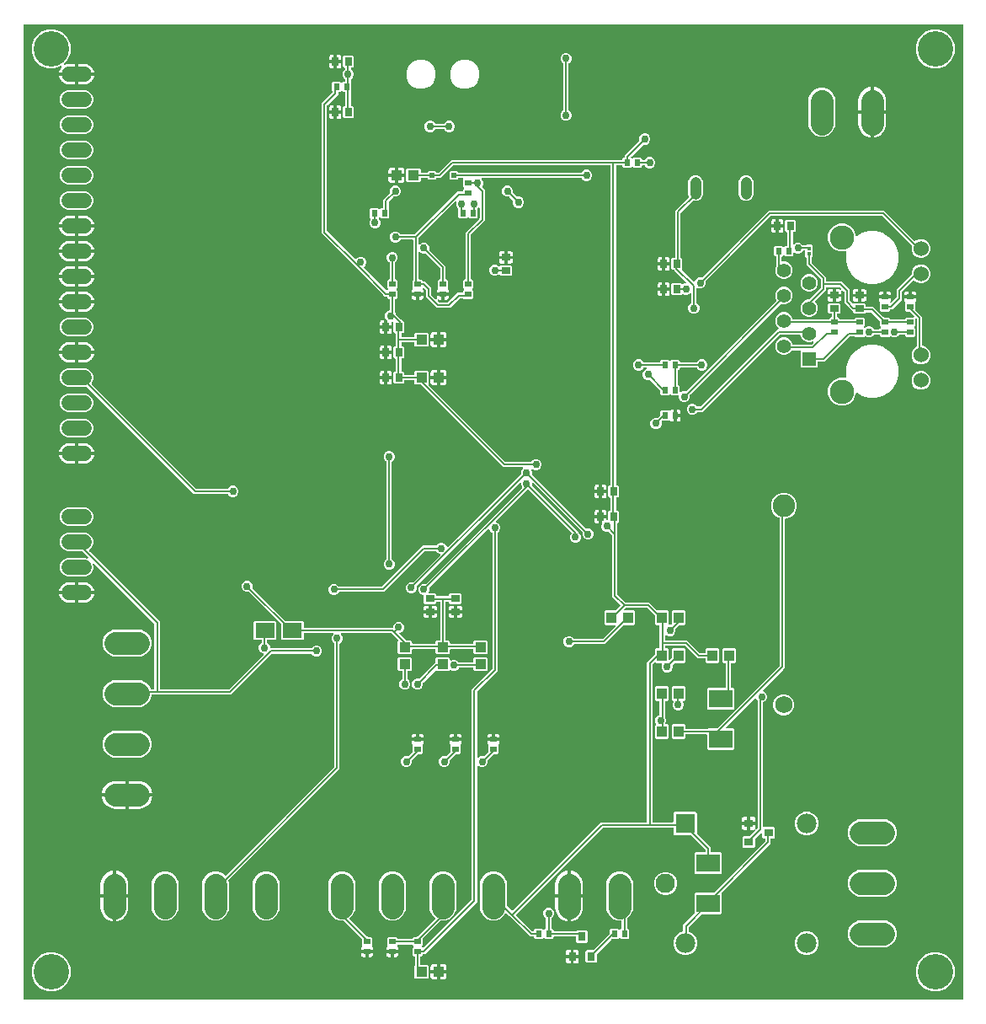
<source format=gbr>
G04 EAGLE Gerber RS-274X export*
G75*
%MOMM*%
%FSLAX34Y34*%
%LPD*%
%INBottom Copper*%
%IPPOS*%
%AMOC8*
5,1,8,0,0,1.08239X$1,22.5*%
G01*
%ADD10C,1.755000*%
%ADD11C,2.250000*%
%ADD12R,1.100000X1.000000*%
%ADD13R,1.950000X1.500000*%
%ADD14R,0.900000X0.700000*%
%ADD15R,0.700000X0.900000*%
%ADD16R,0.500000X0.500000*%
%ADD17R,2.400000X1.800000*%
%ADD18R,1.398000X1.398000*%
%ADD19C,1.398000*%
%ADD20C,1.530000*%
%ADD21C,2.445000*%
%ADD22C,2.286000*%
%ADD23R,0.400000X0.380000*%
%ADD24C,1.117600*%
%ADD25R,0.900000X0.800000*%
%ADD26R,0.800000X0.900000*%
%ADD27R,0.700000X0.600000*%
%ADD28R,0.600000X0.700000*%
%ADD29R,1.000000X1.100000*%
%ADD30R,1.980000X1.980000*%
%ADD31C,1.935000*%
%ADD32C,1.980000*%
%ADD33C,1.524000*%
%ADD34C,0.756400*%
%ADD35C,0.177800*%
%ADD36C,3.556000*%

G36*
X954098Y10164D02*
X954098Y10164D01*
X954117Y10162D01*
X954219Y10184D01*
X954321Y10200D01*
X954338Y10210D01*
X954358Y10214D01*
X954447Y10267D01*
X954538Y10316D01*
X954552Y10330D01*
X954569Y10340D01*
X954636Y10419D01*
X954708Y10494D01*
X954716Y10512D01*
X954729Y10527D01*
X954768Y10623D01*
X954811Y10717D01*
X954813Y10737D01*
X954821Y10755D01*
X954839Y10922D01*
X954839Y989078D01*
X954836Y989098D01*
X954838Y989117D01*
X954816Y989219D01*
X954800Y989321D01*
X954790Y989338D01*
X954786Y989358D01*
X954733Y989447D01*
X954684Y989538D01*
X954670Y989552D01*
X954660Y989569D01*
X954581Y989636D01*
X954506Y989708D01*
X954488Y989716D01*
X954473Y989729D01*
X954377Y989768D01*
X954283Y989811D01*
X954263Y989813D01*
X954245Y989821D01*
X954078Y989839D01*
X10922Y989839D01*
X10902Y989836D01*
X10883Y989838D01*
X10781Y989816D01*
X10679Y989800D01*
X10662Y989790D01*
X10642Y989786D01*
X10553Y989733D01*
X10462Y989684D01*
X10448Y989670D01*
X10431Y989660D01*
X10364Y989581D01*
X10292Y989506D01*
X10284Y989488D01*
X10271Y989473D01*
X10232Y989377D01*
X10189Y989283D01*
X10187Y989263D01*
X10179Y989245D01*
X10161Y989078D01*
X10161Y10922D01*
X10164Y10902D01*
X10162Y10883D01*
X10184Y10781D01*
X10200Y10679D01*
X10210Y10662D01*
X10214Y10642D01*
X10267Y10553D01*
X10316Y10462D01*
X10330Y10448D01*
X10340Y10431D01*
X10419Y10364D01*
X10494Y10292D01*
X10512Y10284D01*
X10527Y10271D01*
X10623Y10232D01*
X10717Y10189D01*
X10737Y10187D01*
X10755Y10179D01*
X10922Y10161D01*
X954078Y10161D01*
X954098Y10164D01*
G37*
%LPC*%
G36*
X404363Y31321D02*
X404363Y31321D01*
X403321Y32363D01*
X403321Y43837D01*
X403509Y44025D01*
X403562Y44099D01*
X403622Y44168D01*
X403634Y44198D01*
X403653Y44225D01*
X403680Y44312D01*
X403714Y44396D01*
X403718Y44437D01*
X403725Y44460D01*
X403724Y44492D01*
X403732Y44563D01*
X403732Y52960D01*
X403729Y52980D01*
X403731Y52999D01*
X403709Y53101D01*
X403693Y53203D01*
X403683Y53220D01*
X403679Y53240D01*
X403626Y53329D01*
X403577Y53420D01*
X403563Y53434D01*
X403553Y53451D01*
X403474Y53518D01*
X403399Y53590D01*
X403381Y53598D01*
X403366Y53611D01*
X403270Y53650D01*
X403176Y53693D01*
X403156Y53695D01*
X403138Y53703D01*
X402971Y53721D01*
X402163Y53721D01*
X401121Y54763D01*
X401121Y62237D01*
X401846Y62962D01*
X401858Y62978D01*
X401873Y62990D01*
X401929Y63078D01*
X401990Y63161D01*
X401996Y63180D01*
X402006Y63197D01*
X402032Y63298D01*
X402062Y63397D01*
X402062Y63416D01*
X402066Y63436D01*
X402058Y63539D01*
X402056Y63642D01*
X402049Y63661D01*
X402047Y63681D01*
X402007Y63776D01*
X401971Y63873D01*
X401959Y63889D01*
X401951Y63907D01*
X401846Y64038D01*
X401121Y64763D01*
X401121Y64834D01*
X401118Y64853D01*
X401120Y64873D01*
X401098Y64974D01*
X401082Y65076D01*
X401072Y65094D01*
X401068Y65113D01*
X401015Y65202D01*
X400966Y65294D01*
X400952Y65307D01*
X400942Y65324D01*
X400863Y65392D01*
X400788Y65463D01*
X400770Y65471D01*
X400755Y65484D01*
X400659Y65523D01*
X400565Y65567D01*
X400545Y65569D01*
X400527Y65576D01*
X400360Y65595D01*
X387040Y65595D01*
X387020Y65592D01*
X387001Y65594D01*
X386899Y65572D01*
X386797Y65555D01*
X386780Y65546D01*
X386760Y65541D01*
X386671Y65488D01*
X386580Y65440D01*
X386566Y65426D01*
X386549Y65415D01*
X386482Y65337D01*
X386410Y65262D01*
X386402Y65244D01*
X386389Y65228D01*
X386350Y65132D01*
X386307Y65039D01*
X386305Y65019D01*
X386297Y65000D01*
X386279Y64834D01*
X386279Y64763D01*
X386093Y64577D01*
X386081Y64561D01*
X386065Y64548D01*
X386009Y64461D01*
X385949Y64377D01*
X385943Y64358D01*
X385932Y64342D01*
X385907Y64241D01*
X385877Y64142D01*
X385877Y64122D01*
X385872Y64103D01*
X385880Y64000D01*
X385883Y63896D01*
X385890Y63878D01*
X385891Y63858D01*
X385932Y63763D01*
X385968Y63665D01*
X385980Y63650D01*
X385988Y63631D01*
X386093Y63500D01*
X386533Y63060D01*
X386868Y62481D01*
X387041Y61834D01*
X387041Y59999D01*
X381738Y59999D01*
X381719Y59996D01*
X381699Y59998D01*
X381597Y59976D01*
X381495Y59960D01*
X381478Y59950D01*
X381458Y59946D01*
X381369Y59893D01*
X381278Y59844D01*
X381264Y59830D01*
X381247Y59820D01*
X381180Y59741D01*
X381109Y59666D01*
X381100Y59648D01*
X381087Y59633D01*
X381049Y59537D01*
X381005Y59443D01*
X381003Y59423D01*
X380996Y59405D01*
X380983Y59481D01*
X380974Y59498D01*
X380970Y59518D01*
X380917Y59607D01*
X380868Y59698D01*
X380854Y59712D01*
X380844Y59729D01*
X380765Y59796D01*
X380690Y59868D01*
X380672Y59876D01*
X380657Y59889D01*
X380560Y59928D01*
X380467Y59971D01*
X380447Y59973D01*
X380429Y59981D01*
X380262Y59999D01*
X374959Y59999D01*
X374959Y61834D01*
X375132Y62481D01*
X375467Y63060D01*
X375907Y63500D01*
X375919Y63517D01*
X375935Y63529D01*
X375991Y63616D01*
X376051Y63700D01*
X376057Y63719D01*
X376068Y63736D01*
X376093Y63836D01*
X376123Y63935D01*
X376123Y63955D01*
X376128Y63975D01*
X376120Y64078D01*
X376117Y64181D01*
X376110Y64200D01*
X376109Y64220D01*
X376068Y64315D01*
X376032Y64412D01*
X376020Y64428D01*
X376012Y64446D01*
X375907Y64577D01*
X375721Y64763D01*
X375721Y72237D01*
X376763Y73279D01*
X385237Y73279D01*
X386279Y72237D01*
X386279Y71691D01*
X386282Y71672D01*
X386280Y71652D01*
X386302Y71551D01*
X386318Y71449D01*
X386328Y71431D01*
X386332Y71412D01*
X386385Y71323D01*
X386434Y71231D01*
X386448Y71218D01*
X386458Y71201D01*
X386537Y71133D01*
X386612Y71062D01*
X386630Y71054D01*
X386645Y71041D01*
X386741Y71002D01*
X386835Y70958D01*
X386855Y70956D01*
X386873Y70949D01*
X387040Y70930D01*
X400360Y70930D01*
X400380Y70933D01*
X400399Y70931D01*
X400501Y70953D01*
X400603Y70970D01*
X400620Y70979D01*
X400640Y70984D01*
X400729Y71037D01*
X400820Y71085D01*
X400834Y71099D01*
X400851Y71110D01*
X400918Y71188D01*
X400990Y71263D01*
X400998Y71281D01*
X401011Y71297D01*
X401050Y71393D01*
X401093Y71486D01*
X401095Y71506D01*
X401103Y71525D01*
X401121Y71691D01*
X401121Y72237D01*
X402163Y73279D01*
X405741Y73279D01*
X405831Y73293D01*
X405922Y73301D01*
X405951Y73313D01*
X405983Y73318D01*
X406064Y73361D01*
X406148Y73397D01*
X406180Y73423D01*
X406201Y73434D01*
X406223Y73457D01*
X406279Y73502D01*
X423845Y91068D01*
X423857Y91084D01*
X423873Y91097D01*
X423929Y91184D01*
X423989Y91268D01*
X423995Y91287D01*
X424006Y91304D01*
X424031Y91404D01*
X424061Y91503D01*
X424061Y91523D01*
X424066Y91542D01*
X424058Y91642D01*
X424059Y91654D01*
X424057Y91663D01*
X424055Y91749D01*
X424048Y91768D01*
X424047Y91787D01*
X424013Y91866D01*
X424007Y91894D01*
X423994Y91917D01*
X423970Y91980D01*
X423958Y91995D01*
X423950Y92014D01*
X423892Y92086D01*
X423881Y92105D01*
X423868Y92116D01*
X423845Y92145D01*
X420602Y95388D01*
X418591Y100243D01*
X418591Y128357D01*
X420602Y133212D01*
X424318Y136928D01*
X429173Y138939D01*
X434427Y138939D01*
X439282Y136928D01*
X442998Y133212D01*
X445009Y128357D01*
X445009Y100243D01*
X442998Y95388D01*
X439282Y91672D01*
X434427Y89661D01*
X430299Y89661D01*
X430209Y89647D01*
X430118Y89639D01*
X430089Y89627D01*
X430057Y89622D01*
X429976Y89579D01*
X429892Y89543D01*
X429860Y89517D01*
X429839Y89506D01*
X429817Y89483D01*
X429761Y89438D01*
X411902Y71579D01*
X411857Y71516D01*
X411831Y71489D01*
X411826Y71478D01*
X411789Y71436D01*
X411777Y71405D01*
X411758Y71379D01*
X411731Y71292D01*
X411697Y71207D01*
X411693Y71166D01*
X411686Y71144D01*
X411687Y71112D01*
X411679Y71041D01*
X411679Y64763D01*
X410954Y64038D01*
X410942Y64022D01*
X410927Y64010D01*
X410870Y63922D01*
X410810Y63839D01*
X410804Y63820D01*
X410794Y63803D01*
X410768Y63702D01*
X410738Y63603D01*
X410738Y63584D01*
X410734Y63564D01*
X410742Y63461D01*
X410744Y63358D01*
X410751Y63339D01*
X410753Y63319D01*
X410793Y63224D01*
X410829Y63127D01*
X410841Y63111D01*
X410849Y63093D01*
X410954Y62962D01*
X411539Y62376D01*
X411556Y62365D01*
X411568Y62349D01*
X411655Y62293D01*
X411739Y62233D01*
X411758Y62227D01*
X411775Y62216D01*
X411875Y62191D01*
X411974Y62160D01*
X411994Y62161D01*
X412013Y62156D01*
X412116Y62164D01*
X412220Y62167D01*
X412239Y62173D01*
X412259Y62175D01*
X412353Y62215D01*
X412451Y62251D01*
X412467Y62264D01*
X412485Y62271D01*
X412616Y62376D01*
X460659Y110420D01*
X460712Y110493D01*
X460772Y110563D01*
X460784Y110593D01*
X460803Y110619D01*
X460830Y110706D01*
X460864Y110791D01*
X460868Y110832D01*
X460875Y110854D01*
X460874Y110887D01*
X460882Y110958D01*
X460882Y321780D01*
X481297Y342195D01*
X481350Y342268D01*
X481409Y342338D01*
X481422Y342368D01*
X481440Y342394D01*
X481467Y342481D01*
X481501Y342566D01*
X481506Y342607D01*
X481513Y342629D01*
X481512Y342662D01*
X481520Y342733D01*
X481520Y478765D01*
X481501Y478880D01*
X481484Y478996D01*
X481481Y479002D01*
X481480Y479008D01*
X481425Y479111D01*
X481372Y479215D01*
X481368Y479220D01*
X481365Y479225D01*
X481281Y479305D01*
X481197Y479387D01*
X481190Y479391D01*
X481187Y479394D01*
X481170Y479402D01*
X481050Y479468D01*
X481038Y479473D01*
X479473Y481038D01*
X478683Y482946D01*
X478659Y482985D01*
X478643Y483029D01*
X478594Y483089D01*
X478553Y483155D01*
X478518Y483185D01*
X478489Y483221D01*
X478424Y483263D01*
X478364Y483312D01*
X478321Y483329D01*
X478282Y483354D01*
X478207Y483373D01*
X478134Y483400D01*
X478088Y483402D01*
X478044Y483414D01*
X477966Y483408D01*
X477888Y483411D01*
X477844Y483398D01*
X477798Y483395D01*
X477727Y483364D01*
X477652Y483342D01*
X477614Y483316D01*
X477572Y483298D01*
X477465Y483213D01*
X477450Y483202D01*
X477447Y483198D01*
X477441Y483193D01*
X418471Y424223D01*
X418403Y424128D01*
X418333Y424034D01*
X418331Y424028D01*
X418327Y424023D01*
X418293Y423912D01*
X418257Y423800D01*
X418257Y423794D01*
X418255Y423788D01*
X418258Y423671D01*
X418259Y423554D01*
X418261Y423547D01*
X418261Y423542D01*
X418267Y423525D01*
X418306Y423393D01*
X418311Y423381D01*
X418311Y421169D01*
X417508Y419231D01*
X417498Y419189D01*
X417483Y419157D01*
X417483Y419155D01*
X417478Y419145D01*
X417470Y419068D01*
X417452Y418992D01*
X417456Y418946D01*
X417451Y418901D01*
X417468Y418824D01*
X417475Y418747D01*
X417494Y418705D01*
X417503Y418660D01*
X417543Y418593D01*
X417575Y418522D01*
X417606Y418488D01*
X417630Y418449D01*
X417689Y418398D01*
X417741Y418341D01*
X417782Y418319D01*
X417817Y418289D01*
X417889Y418260D01*
X417957Y418223D01*
X418002Y418214D01*
X418045Y418197D01*
X418181Y418182D01*
X418199Y418179D01*
X418204Y418180D01*
X418211Y418179D01*
X424337Y418179D01*
X425379Y417137D01*
X425379Y416179D01*
X425382Y416159D01*
X425380Y416140D01*
X425402Y416038D01*
X425418Y415936D01*
X425428Y415919D01*
X425432Y415899D01*
X425485Y415810D01*
X425534Y415719D01*
X425548Y415705D01*
X425558Y415688D01*
X425637Y415621D01*
X425712Y415549D01*
X425730Y415541D01*
X425745Y415528D01*
X425841Y415489D01*
X425935Y415446D01*
X425955Y415444D01*
X425973Y415436D01*
X426140Y415418D01*
X437460Y415418D01*
X437480Y415421D01*
X437499Y415419D01*
X437601Y415441D01*
X437703Y415457D01*
X437720Y415467D01*
X437740Y415471D01*
X437829Y415524D01*
X437920Y415573D01*
X437934Y415587D01*
X437951Y415597D01*
X438018Y415676D01*
X438090Y415751D01*
X438098Y415769D01*
X438111Y415784D01*
X438150Y415880D01*
X438193Y415974D01*
X438195Y415994D01*
X438203Y416012D01*
X438221Y416179D01*
X438221Y417137D01*
X439263Y418179D01*
X449737Y418179D01*
X450779Y417137D01*
X450779Y408663D01*
X449737Y407621D01*
X439263Y407621D01*
X438221Y408663D01*
X438221Y409321D01*
X438218Y409341D01*
X438220Y409360D01*
X438198Y409462D01*
X438182Y409564D01*
X438172Y409581D01*
X438168Y409601D01*
X438115Y409690D01*
X438066Y409781D01*
X438052Y409795D01*
X438042Y409812D01*
X437963Y409879D01*
X437888Y409951D01*
X437870Y409959D01*
X437855Y409972D01*
X437759Y410011D01*
X437665Y410054D01*
X437645Y410056D01*
X437627Y410064D01*
X437460Y410082D01*
X435229Y410082D01*
X435209Y410079D01*
X435190Y410081D01*
X435088Y410059D01*
X434986Y410043D01*
X434969Y410033D01*
X434949Y410029D01*
X434860Y409976D01*
X434769Y409927D01*
X434755Y409913D01*
X434738Y409903D01*
X434671Y409824D01*
X434599Y409749D01*
X434591Y409731D01*
X434578Y409716D01*
X434539Y409620D01*
X434496Y409526D01*
X434494Y409506D01*
X434486Y409488D01*
X434468Y409321D01*
X434468Y371640D01*
X434471Y371620D01*
X434469Y371601D01*
X434491Y371499D01*
X434507Y371397D01*
X434517Y371380D01*
X434521Y371360D01*
X434574Y371271D01*
X434623Y371180D01*
X434637Y371166D01*
X434647Y371149D01*
X434726Y371082D01*
X434801Y371010D01*
X434819Y371002D01*
X434834Y370989D01*
X434930Y370950D01*
X435024Y370907D01*
X435044Y370905D01*
X435062Y370897D01*
X435229Y370879D01*
X438037Y370879D01*
X439079Y369837D01*
X439079Y368554D01*
X439082Y368534D01*
X439080Y368515D01*
X439102Y368413D01*
X439118Y368311D01*
X439128Y368294D01*
X439132Y368274D01*
X439185Y368185D01*
X439234Y368094D01*
X439248Y368080D01*
X439258Y368063D01*
X439337Y367996D01*
X439412Y367924D01*
X439430Y367916D01*
X439445Y367903D01*
X439541Y367864D01*
X439635Y367821D01*
X439655Y367819D01*
X439673Y367811D01*
X439840Y367793D01*
X461860Y367793D01*
X461880Y367796D01*
X461899Y367794D01*
X462001Y367816D01*
X462103Y367832D01*
X462120Y367842D01*
X462140Y367846D01*
X462229Y367899D01*
X462320Y367948D01*
X462334Y367962D01*
X462351Y367972D01*
X462418Y368051D01*
X462490Y368126D01*
X462498Y368144D01*
X462511Y368159D01*
X462550Y368255D01*
X462593Y368349D01*
X462595Y368369D01*
X462603Y368387D01*
X462621Y368554D01*
X462621Y369837D01*
X463663Y370879D01*
X476137Y370879D01*
X477179Y369837D01*
X477179Y358363D01*
X476137Y357321D01*
X463663Y357321D01*
X462621Y358363D01*
X462621Y361696D01*
X462618Y361716D01*
X462620Y361735D01*
X462598Y361837D01*
X462582Y361939D01*
X462572Y361956D01*
X462568Y361976D01*
X462515Y362065D01*
X462466Y362156D01*
X462452Y362170D01*
X462442Y362187D01*
X462363Y362254D01*
X462288Y362326D01*
X462270Y362334D01*
X462255Y362347D01*
X462159Y362386D01*
X462065Y362429D01*
X462045Y362431D01*
X462027Y362439D01*
X461860Y362457D01*
X439840Y362457D01*
X439820Y362454D01*
X439801Y362456D01*
X439699Y362434D01*
X439597Y362418D01*
X439580Y362408D01*
X439560Y362404D01*
X439471Y362351D01*
X439380Y362302D01*
X439366Y362288D01*
X439349Y362278D01*
X439282Y362199D01*
X439210Y362124D01*
X439202Y362106D01*
X439189Y362091D01*
X439150Y361995D01*
X439107Y361901D01*
X439105Y361881D01*
X439097Y361863D01*
X439079Y361696D01*
X439079Y358363D01*
X438037Y357321D01*
X425563Y357321D01*
X424521Y358363D01*
X424521Y361696D01*
X424518Y361716D01*
X424520Y361735D01*
X424498Y361837D01*
X424482Y361939D01*
X424472Y361956D01*
X424468Y361976D01*
X424415Y362065D01*
X424366Y362156D01*
X424352Y362170D01*
X424342Y362187D01*
X424263Y362254D01*
X424188Y362326D01*
X424170Y362334D01*
X424155Y362347D01*
X424059Y362386D01*
X423965Y362429D01*
X423945Y362431D01*
X423927Y362439D01*
X423760Y362457D01*
X401740Y362457D01*
X401720Y362454D01*
X401701Y362456D01*
X401599Y362434D01*
X401497Y362418D01*
X401480Y362408D01*
X401460Y362404D01*
X401371Y362351D01*
X401280Y362302D01*
X401266Y362288D01*
X401249Y362278D01*
X401182Y362199D01*
X401110Y362124D01*
X401102Y362106D01*
X401089Y362091D01*
X401050Y361995D01*
X401007Y361901D01*
X401005Y361881D01*
X400997Y361863D01*
X400979Y361696D01*
X400979Y358363D01*
X399937Y357321D01*
X387463Y357321D01*
X386421Y358363D01*
X386421Y369837D01*
X386868Y370283D01*
X386879Y370299D01*
X386895Y370312D01*
X386951Y370399D01*
X387011Y370483D01*
X387017Y370502D01*
X387028Y370519D01*
X387053Y370619D01*
X387084Y370718D01*
X387083Y370738D01*
X387088Y370757D01*
X387080Y370860D01*
X387077Y370964D01*
X387070Y370983D01*
X387069Y371002D01*
X387028Y371097D01*
X386993Y371195D01*
X386980Y371210D01*
X386972Y371229D01*
X386868Y371360D01*
X381705Y376522D01*
X380118Y378109D01*
X380044Y378162D01*
X379975Y378222D01*
X379944Y378234D01*
X379918Y378253D01*
X379831Y378280D01*
X379746Y378314D01*
X379705Y378318D01*
X379683Y378325D01*
X379651Y378324D01*
X379580Y378332D01*
X329870Y378332D01*
X329799Y378321D01*
X329727Y378319D01*
X329678Y378301D01*
X329627Y378293D01*
X329563Y378259D01*
X329496Y378234D01*
X329455Y378202D01*
X329409Y378177D01*
X329360Y378125D01*
X329304Y378081D01*
X329276Y378037D01*
X329240Y377999D01*
X329210Y377934D01*
X329171Y377874D01*
X329158Y377823D01*
X329136Y377776D01*
X329129Y377705D01*
X329111Y377635D01*
X329115Y377583D01*
X329109Y377532D01*
X329125Y377461D01*
X329130Y377390D01*
X329151Y377342D01*
X329162Y377291D01*
X329198Y377230D01*
X329226Y377164D01*
X329271Y377108D01*
X329288Y377080D01*
X329306Y377065D01*
X329331Y377033D01*
X330152Y376212D01*
X330998Y374169D01*
X330998Y371956D01*
X330152Y369913D01*
X328587Y368348D01*
X328575Y368343D01*
X328476Y368282D01*
X328376Y368222D01*
X328371Y368217D01*
X328366Y368214D01*
X328292Y368124D01*
X328216Y368035D01*
X328213Y368029D01*
X328209Y368024D01*
X328168Y367916D01*
X328124Y367807D01*
X328123Y367799D01*
X328121Y367795D01*
X328120Y367776D01*
X328105Y367640D01*
X328105Y241782D01*
X216262Y129939D01*
X216194Y129844D01*
X216124Y129751D01*
X216122Y129745D01*
X216119Y129740D01*
X216084Y129629D01*
X216048Y129517D01*
X216048Y129511D01*
X216046Y129505D01*
X216049Y129388D01*
X216050Y129271D01*
X216052Y129264D01*
X216053Y129259D01*
X216059Y129241D01*
X216097Y129110D01*
X216409Y128357D01*
X216409Y100243D01*
X214398Y95388D01*
X210682Y91672D01*
X205827Y89661D01*
X200573Y89661D01*
X195718Y91672D01*
X192002Y95388D01*
X189991Y100243D01*
X189991Y128357D01*
X192002Y133212D01*
X195718Y136928D01*
X200573Y138939D01*
X205827Y138939D01*
X210682Y136928D01*
X212655Y134955D01*
X212671Y134943D01*
X212684Y134927D01*
X212771Y134871D01*
X212855Y134811D01*
X212874Y134805D01*
X212891Y134794D01*
X212991Y134769D01*
X213090Y134739D01*
X213110Y134739D01*
X213129Y134734D01*
X213232Y134742D01*
X213336Y134745D01*
X213355Y134752D01*
X213375Y134753D01*
X213469Y134794D01*
X213567Y134830D01*
X213583Y134842D01*
X213601Y134850D01*
X213732Y134955D01*
X322547Y243770D01*
X322600Y243843D01*
X322659Y243913D01*
X322672Y243943D01*
X322690Y243969D01*
X322717Y244056D01*
X322751Y244141D01*
X322756Y244182D01*
X322763Y244204D01*
X322762Y244237D01*
X322770Y244308D01*
X322770Y367640D01*
X322751Y367755D01*
X322734Y367871D01*
X322731Y367877D01*
X322730Y367883D01*
X322675Y367986D01*
X322622Y368090D01*
X322618Y368095D01*
X322615Y368100D01*
X322531Y368180D01*
X322447Y368262D01*
X322440Y368266D01*
X322437Y368269D01*
X322420Y368277D01*
X322300Y368343D01*
X322288Y368348D01*
X320723Y369913D01*
X319877Y371956D01*
X319877Y374169D01*
X320723Y376212D01*
X321544Y377033D01*
X321586Y377091D01*
X321635Y377143D01*
X321657Y377190D01*
X321687Y377232D01*
X321708Y377301D01*
X321739Y377366D01*
X321744Y377418D01*
X321760Y377468D01*
X321758Y377539D01*
X321766Y377610D01*
X321755Y377661D01*
X321753Y377713D01*
X321729Y377781D01*
X321713Y377851D01*
X321687Y377896D01*
X321669Y377944D01*
X321624Y378000D01*
X321587Y378062D01*
X321548Y378096D01*
X321515Y378136D01*
X321455Y378175D01*
X321400Y378222D01*
X321352Y378241D01*
X321308Y378269D01*
X321239Y378287D01*
X321172Y378314D01*
X321101Y378322D01*
X321070Y378330D01*
X321046Y378328D01*
X321005Y378332D01*
X292740Y378332D01*
X292720Y378329D01*
X292701Y378331D01*
X292599Y378309D01*
X292497Y378293D01*
X292480Y378283D01*
X292460Y378279D01*
X292371Y378226D01*
X292280Y378177D01*
X292266Y378163D01*
X292249Y378153D01*
X292182Y378074D01*
X292110Y377999D01*
X292102Y377981D01*
X292089Y377966D01*
X292050Y377870D01*
X292007Y377776D01*
X292005Y377756D01*
X291997Y377738D01*
X291979Y377571D01*
X291979Y372763D01*
X290937Y371721D01*
X269963Y371721D01*
X268921Y372763D01*
X268921Y387391D01*
X268907Y387481D01*
X268899Y387572D01*
X268887Y387601D01*
X268882Y387633D01*
X268839Y387714D01*
X268803Y387798D01*
X268777Y387830D01*
X268766Y387851D01*
X268743Y387873D01*
X268698Y387929D01*
X236898Y419729D01*
X236803Y419797D01*
X236709Y419867D01*
X236703Y419869D01*
X236698Y419873D01*
X236587Y419907D01*
X236475Y419943D01*
X236469Y419943D01*
X236463Y419945D01*
X236346Y419942D01*
X236229Y419941D01*
X236222Y419939D01*
X236217Y419939D01*
X236200Y419933D01*
X236068Y419894D01*
X236056Y419889D01*
X233844Y419889D01*
X231800Y420736D01*
X230236Y422300D01*
X229389Y424344D01*
X229389Y426556D01*
X230236Y428600D01*
X231800Y430164D01*
X233844Y431011D01*
X236056Y431011D01*
X238100Y430164D01*
X239664Y428600D01*
X240511Y426556D01*
X240511Y424344D01*
X240506Y424332D01*
X240479Y424218D01*
X240450Y424105D01*
X240451Y424098D01*
X240449Y424092D01*
X240461Y423975D01*
X240470Y423859D01*
X240472Y423854D01*
X240473Y423847D01*
X240521Y423739D01*
X240566Y423633D01*
X240570Y423627D01*
X240573Y423623D01*
X240585Y423609D01*
X240671Y423502D01*
X273671Y390502D01*
X273745Y390449D01*
X273814Y390389D01*
X273845Y390377D01*
X273871Y390358D01*
X273958Y390331D01*
X274043Y390297D01*
X274084Y390293D01*
X274106Y390286D01*
X274138Y390287D01*
X274209Y390279D01*
X290937Y390279D01*
X291979Y389237D01*
X291979Y384429D01*
X291982Y384409D01*
X291980Y384390D01*
X292002Y384288D01*
X292018Y384186D01*
X292028Y384169D01*
X292032Y384149D01*
X292085Y384060D01*
X292134Y383969D01*
X292148Y383955D01*
X292158Y383938D01*
X292237Y383871D01*
X292312Y383799D01*
X292330Y383791D01*
X292345Y383778D01*
X292441Y383739D01*
X292535Y383696D01*
X292555Y383694D01*
X292573Y383686D01*
X292740Y383668D01*
X381028Y383668D01*
X381048Y383671D01*
X381067Y383669D01*
X381169Y383691D01*
X381271Y383707D01*
X381288Y383717D01*
X381308Y383721D01*
X381397Y383774D01*
X381488Y383823D01*
X381502Y383837D01*
X381519Y383847D01*
X381586Y383926D01*
X381658Y384001D01*
X381666Y384019D01*
X381679Y384034D01*
X381718Y384130D01*
X381761Y384224D01*
X381763Y384244D01*
X381771Y384262D01*
X381789Y384429D01*
X381789Y385281D01*
X382636Y387325D01*
X384200Y388889D01*
X386244Y389736D01*
X388456Y389736D01*
X390500Y388889D01*
X392064Y387325D01*
X392911Y385281D01*
X392911Y383069D01*
X392064Y381025D01*
X390500Y379461D01*
X388591Y378670D01*
X388552Y378646D01*
X388509Y378630D01*
X388448Y378582D01*
X388382Y378541D01*
X388353Y378505D01*
X388317Y378477D01*
X388275Y378411D01*
X388225Y378351D01*
X388209Y378308D01*
X388184Y378270D01*
X388165Y378194D01*
X388137Y378121D01*
X388135Y378076D01*
X388124Y378031D01*
X388130Y377954D01*
X388127Y377876D01*
X388139Y377832D01*
X388143Y377786D01*
X388173Y377714D01*
X388195Y377640D01*
X388221Y377602D01*
X388239Y377560D01*
X388325Y377453D01*
X388335Y377437D01*
X388339Y377434D01*
X388344Y377429D01*
X394671Y371102D01*
X394745Y371049D01*
X394814Y370989D01*
X394845Y370977D01*
X394871Y370958D01*
X394958Y370931D01*
X395043Y370897D01*
X395084Y370893D01*
X395106Y370886D01*
X395138Y370887D01*
X395209Y370879D01*
X399937Y370879D01*
X400979Y369837D01*
X400979Y368554D01*
X400982Y368534D01*
X400980Y368515D01*
X401002Y368413D01*
X401018Y368311D01*
X401028Y368294D01*
X401032Y368274D01*
X401085Y368185D01*
X401134Y368094D01*
X401148Y368080D01*
X401158Y368063D01*
X401237Y367996D01*
X401312Y367924D01*
X401330Y367916D01*
X401345Y367903D01*
X401441Y367864D01*
X401535Y367821D01*
X401555Y367819D01*
X401573Y367811D01*
X401740Y367793D01*
X423760Y367793D01*
X423780Y367796D01*
X423799Y367794D01*
X423901Y367816D01*
X424003Y367832D01*
X424020Y367842D01*
X424040Y367846D01*
X424129Y367899D01*
X424220Y367948D01*
X424234Y367962D01*
X424251Y367972D01*
X424318Y368051D01*
X424390Y368126D01*
X424398Y368144D01*
X424411Y368159D01*
X424450Y368255D01*
X424493Y368349D01*
X424495Y368369D01*
X424503Y368387D01*
X424521Y368554D01*
X424521Y369837D01*
X425563Y370879D01*
X428371Y370879D01*
X428391Y370882D01*
X428410Y370880D01*
X428512Y370902D01*
X428614Y370918D01*
X428631Y370928D01*
X428651Y370932D01*
X428740Y370985D01*
X428831Y371034D01*
X428845Y371048D01*
X428862Y371058D01*
X428929Y371137D01*
X429001Y371212D01*
X429009Y371230D01*
X429022Y371245D01*
X429061Y371341D01*
X429104Y371435D01*
X429106Y371455D01*
X429114Y371473D01*
X429132Y371640D01*
X429132Y409321D01*
X429129Y409341D01*
X429131Y409360D01*
X429109Y409462D01*
X429093Y409564D01*
X429083Y409581D01*
X429079Y409601D01*
X429026Y409690D01*
X428977Y409781D01*
X428963Y409795D01*
X428953Y409812D01*
X428874Y409879D01*
X428799Y409951D01*
X428781Y409959D01*
X428766Y409972D01*
X428670Y410011D01*
X428576Y410054D01*
X428556Y410056D01*
X428538Y410064D01*
X428371Y410082D01*
X426140Y410082D01*
X426120Y410079D01*
X426101Y410081D01*
X425999Y410059D01*
X425897Y410043D01*
X425880Y410033D01*
X425860Y410029D01*
X425771Y409976D01*
X425680Y409927D01*
X425666Y409913D01*
X425649Y409903D01*
X425582Y409824D01*
X425510Y409749D01*
X425502Y409731D01*
X425489Y409716D01*
X425450Y409620D01*
X425407Y409526D01*
X425405Y409506D01*
X425397Y409488D01*
X425379Y409321D01*
X425379Y408663D01*
X424337Y407621D01*
X413863Y407621D01*
X412821Y408663D01*
X412821Y415953D01*
X412818Y415973D01*
X412820Y415992D01*
X412798Y416094D01*
X412782Y416196D01*
X412772Y416213D01*
X412768Y416233D01*
X412715Y416322D01*
X412666Y416413D01*
X412652Y416427D01*
X412642Y416444D01*
X412563Y416511D01*
X412488Y416583D01*
X412470Y416591D01*
X412455Y416604D01*
X412359Y416643D01*
X412265Y416686D01*
X412245Y416688D01*
X412227Y416696D01*
X412060Y416714D01*
X411644Y416714D01*
X409600Y417561D01*
X408036Y419125D01*
X407189Y421169D01*
X407189Y423381D01*
X408036Y425425D01*
X409600Y426989D01*
X411644Y427836D01*
X413856Y427836D01*
X413868Y427831D01*
X413982Y427804D01*
X414095Y427775D01*
X414102Y427776D01*
X414108Y427774D01*
X414225Y427786D01*
X414341Y427795D01*
X414346Y427797D01*
X414353Y427798D01*
X414461Y427846D01*
X414567Y427891D01*
X414573Y427895D01*
X414577Y427898D01*
X414591Y427910D01*
X414698Y427996D01*
X511168Y524466D01*
X511180Y524482D01*
X511196Y524495D01*
X511252Y524582D01*
X511312Y524666D01*
X511318Y524685D01*
X511329Y524702D01*
X511354Y524802D01*
X511384Y524901D01*
X511384Y524921D01*
X511389Y524940D01*
X511381Y525043D01*
X511378Y525147D01*
X511371Y525166D01*
X511369Y525185D01*
X511329Y525280D01*
X511293Y525378D01*
X511281Y525393D01*
X511273Y525412D01*
X511235Y525459D01*
X510377Y527531D01*
X510377Y528579D01*
X510374Y528596D01*
X510376Y528611D01*
X510365Y528661D01*
X510363Y528721D01*
X510345Y528770D01*
X510337Y528821D01*
X510325Y528844D01*
X510323Y528852D01*
X510303Y528886D01*
X510279Y528952D01*
X510246Y528993D01*
X510222Y529039D01*
X510198Y529061D01*
X510197Y529063D01*
X510190Y529069D01*
X510170Y529088D01*
X510125Y529144D01*
X510081Y529172D01*
X510044Y529208D01*
X509979Y529238D01*
X509918Y529277D01*
X509868Y529290D01*
X509821Y529312D01*
X509749Y529320D01*
X509680Y529337D01*
X509628Y529333D01*
X509576Y529339D01*
X509506Y529324D01*
X509435Y529318D01*
X509387Y529298D01*
X509370Y529294D01*
X509366Y529293D01*
X509365Y529293D01*
X509336Y529287D01*
X509274Y529250D01*
X509208Y529222D01*
X509164Y529187D01*
X509149Y529178D01*
X509141Y529170D01*
X509125Y529161D01*
X509109Y529143D01*
X509077Y529117D01*
X405771Y425810D01*
X405703Y425716D01*
X405633Y425622D01*
X405631Y425616D01*
X405627Y425611D01*
X405593Y425499D01*
X405557Y425388D01*
X405557Y425382D01*
X405555Y425376D01*
X405558Y425259D01*
X405559Y425142D01*
X405561Y425135D01*
X405561Y425130D01*
X405567Y425112D01*
X405606Y424981D01*
X405611Y424969D01*
X405611Y422756D01*
X404764Y420713D01*
X403200Y419148D01*
X401156Y418302D01*
X398944Y418302D01*
X396900Y419148D01*
X395336Y420713D01*
X394489Y422756D01*
X394489Y424969D01*
X395336Y427012D01*
X396900Y428577D01*
X398944Y429423D01*
X401156Y429423D01*
X401168Y429418D01*
X401282Y429391D01*
X401395Y429363D01*
X401402Y429363D01*
X401408Y429362D01*
X401525Y429373D01*
X401641Y429382D01*
X401646Y429384D01*
X401653Y429385D01*
X401761Y429433D01*
X401867Y429478D01*
X401873Y429483D01*
X401877Y429485D01*
X401891Y429498D01*
X401998Y429583D01*
X429218Y456804D01*
X429245Y456841D01*
X429279Y456872D01*
X429317Y456940D01*
X429362Y457003D01*
X429375Y457047D01*
X429398Y457087D01*
X429411Y457164D01*
X429434Y457238D01*
X429433Y457284D01*
X429441Y457329D01*
X429430Y457407D01*
X429428Y457484D01*
X429412Y457527D01*
X429405Y457573D01*
X429370Y457642D01*
X429343Y457715D01*
X429315Y457751D01*
X429294Y457792D01*
X429238Y457847D01*
X429190Y457907D01*
X429151Y457932D01*
X429118Y457964D01*
X428999Y458030D01*
X428983Y458040D01*
X428978Y458042D01*
X428971Y458045D01*
X427063Y458836D01*
X425498Y460400D01*
X425493Y460412D01*
X425432Y460511D01*
X425372Y460612D01*
X425367Y460616D01*
X425364Y460621D01*
X425274Y460696D01*
X425185Y460772D01*
X425179Y460774D01*
X425174Y460778D01*
X425066Y460820D01*
X424957Y460864D01*
X424949Y460865D01*
X424945Y460866D01*
X424926Y460867D01*
X424790Y460882D01*
X414170Y460882D01*
X414080Y460868D01*
X413989Y460860D01*
X413960Y460848D01*
X413928Y460843D01*
X413847Y460800D01*
X413763Y460764D01*
X413731Y460738D01*
X413710Y460727D01*
X413688Y460704D01*
X413632Y460659D01*
X372580Y419607D01*
X327685Y419607D01*
X327570Y419588D01*
X327454Y419571D01*
X327448Y419569D01*
X327442Y419568D01*
X327339Y419513D01*
X327235Y419460D01*
X327230Y419455D01*
X327225Y419452D01*
X327145Y419368D01*
X327063Y419284D01*
X327059Y419278D01*
X327056Y419274D01*
X327048Y419257D01*
X326982Y419137D01*
X326977Y419125D01*
X325412Y417561D01*
X323369Y416714D01*
X321156Y416714D01*
X319113Y417561D01*
X317548Y419125D01*
X316702Y421169D01*
X316702Y423381D01*
X317548Y425425D01*
X319113Y426989D01*
X321156Y427836D01*
X323369Y427836D01*
X325412Y426989D01*
X326977Y425425D01*
X326982Y425413D01*
X327043Y425314D01*
X327103Y425213D01*
X327108Y425209D01*
X327111Y425204D01*
X327201Y425129D01*
X327290Y425053D01*
X327296Y425051D01*
X327301Y425047D01*
X327409Y425005D01*
X327518Y424961D01*
X327526Y424960D01*
X327530Y424959D01*
X327549Y424958D01*
X327685Y424943D01*
X370055Y424943D01*
X370145Y424957D01*
X370236Y424965D01*
X370265Y424977D01*
X370297Y424982D01*
X370378Y425025D01*
X370462Y425061D01*
X370494Y425087D01*
X370515Y425098D01*
X370537Y425121D01*
X370593Y425166D01*
X411645Y466218D01*
X424790Y466218D01*
X424905Y466237D01*
X425021Y466254D01*
X425027Y466256D01*
X425033Y466257D01*
X425136Y466312D01*
X425240Y466365D01*
X425245Y466370D01*
X425250Y466373D01*
X425330Y466457D01*
X425412Y466541D01*
X425416Y466547D01*
X425419Y466551D01*
X425427Y466568D01*
X425493Y466688D01*
X425498Y466700D01*
X427063Y468264D01*
X429106Y469111D01*
X431319Y469111D01*
X433362Y468264D01*
X434927Y466700D01*
X435717Y464791D01*
X435741Y464752D01*
X435757Y464709D01*
X435806Y464648D01*
X435847Y464582D01*
X435882Y464553D01*
X435911Y464517D01*
X435976Y464475D01*
X436036Y464425D01*
X436079Y464409D01*
X436118Y464384D01*
X436193Y464365D01*
X436266Y464337D01*
X436312Y464335D01*
X436356Y464324D01*
X436434Y464330D01*
X436512Y464327D01*
X436556Y464339D01*
X436602Y464343D01*
X436673Y464373D01*
X436748Y464395D01*
X436786Y464421D01*
X436828Y464439D01*
X436935Y464525D01*
X436950Y464535D01*
X436953Y464539D01*
X436959Y464544D01*
X510217Y537802D01*
X510285Y537897D01*
X510355Y537991D01*
X510357Y537997D01*
X510360Y538002D01*
X510395Y538113D01*
X510431Y538225D01*
X510431Y538231D01*
X510433Y538237D01*
X510430Y538354D01*
X510429Y538471D01*
X510426Y538478D01*
X510426Y538483D01*
X510420Y538500D01*
X510382Y538632D01*
X510377Y538644D01*
X510377Y540856D01*
X511223Y542900D01*
X512044Y543720D01*
X512086Y543778D01*
X512135Y543830D01*
X512157Y543878D01*
X512187Y543920D01*
X512208Y543988D01*
X512239Y544054D01*
X512244Y544105D01*
X512260Y544155D01*
X512258Y544227D01*
X512266Y544298D01*
X512255Y544349D01*
X512253Y544401D01*
X512229Y544468D01*
X512213Y544538D01*
X512187Y544583D01*
X512169Y544632D01*
X512124Y544688D01*
X512087Y544749D01*
X512048Y544783D01*
X512015Y544824D01*
X511955Y544863D01*
X511900Y544909D01*
X511852Y544929D01*
X511808Y544957D01*
X511739Y544974D01*
X511672Y545001D01*
X511601Y545009D01*
X511570Y545017D01*
X511546Y545015D01*
X511505Y545020D01*
X492607Y545020D01*
X490822Y546805D01*
X409629Y627998D01*
X409555Y628051D01*
X409486Y628111D01*
X409455Y628123D01*
X409429Y628142D01*
X409342Y628169D01*
X409257Y628203D01*
X409216Y628207D01*
X409194Y628214D01*
X409162Y628213D01*
X409091Y628221D01*
X404363Y628221D01*
X403321Y629263D01*
X403321Y631571D01*
X403318Y631591D01*
X403320Y631610D01*
X403298Y631712D01*
X403282Y631814D01*
X403272Y631831D01*
X403268Y631851D01*
X403215Y631940D01*
X403166Y632031D01*
X403152Y632045D01*
X403142Y632062D01*
X403063Y632129D01*
X402988Y632201D01*
X402970Y632209D01*
X402955Y632222D01*
X402859Y632261D01*
X402765Y632304D01*
X402745Y632306D01*
X402727Y632314D01*
X402560Y632332D01*
X393540Y632332D01*
X393520Y632329D01*
X393501Y632331D01*
X393399Y632309D01*
X393297Y632293D01*
X393280Y632283D01*
X393260Y632279D01*
X393171Y632226D01*
X393080Y632177D01*
X393066Y632163D01*
X393049Y632153D01*
X392982Y632074D01*
X392910Y631999D01*
X392902Y631981D01*
X392889Y631966D01*
X392850Y631870D01*
X392807Y631776D01*
X392805Y631756D01*
X392797Y631738D01*
X392779Y631571D01*
X392779Y629763D01*
X391737Y628721D01*
X383263Y628721D01*
X382221Y629763D01*
X382221Y640237D01*
X383263Y641279D01*
X383921Y641279D01*
X383941Y641282D01*
X383960Y641280D01*
X384062Y641302D01*
X384164Y641318D01*
X384181Y641328D01*
X384201Y641332D01*
X384290Y641385D01*
X384381Y641434D01*
X384395Y641448D01*
X384412Y641458D01*
X384479Y641537D01*
X384551Y641612D01*
X384559Y641630D01*
X384572Y641645D01*
X384611Y641741D01*
X384654Y641835D01*
X384656Y641855D01*
X384664Y641873D01*
X384682Y642040D01*
X384682Y653360D01*
X384679Y653380D01*
X384681Y653399D01*
X384659Y653501D01*
X384643Y653603D01*
X384633Y653620D01*
X384629Y653640D01*
X384576Y653729D01*
X384527Y653820D01*
X384513Y653834D01*
X384503Y653851D01*
X384424Y653918D01*
X384349Y653990D01*
X384331Y653998D01*
X384316Y654011D01*
X384220Y654050D01*
X384126Y654093D01*
X384106Y654095D01*
X384088Y654103D01*
X383921Y654121D01*
X383263Y654121D01*
X382221Y655163D01*
X382221Y665637D01*
X383263Y666679D01*
X383921Y666679D01*
X383941Y666682D01*
X383960Y666680D01*
X384062Y666702D01*
X384164Y666718D01*
X384181Y666728D01*
X384201Y666732D01*
X384290Y666785D01*
X384381Y666834D01*
X384395Y666848D01*
X384412Y666858D01*
X384479Y666937D01*
X384551Y667012D01*
X384559Y667030D01*
X384572Y667045D01*
X384611Y667141D01*
X384654Y667235D01*
X384656Y667255D01*
X384664Y667273D01*
X384682Y667440D01*
X384682Y678760D01*
X384679Y678780D01*
X384681Y678799D01*
X384659Y678901D01*
X384643Y679003D01*
X384633Y679020D01*
X384629Y679040D01*
X384576Y679129D01*
X384527Y679220D01*
X384513Y679234D01*
X384503Y679251D01*
X384424Y679318D01*
X384349Y679390D01*
X384331Y679398D01*
X384316Y679411D01*
X384220Y679450D01*
X384126Y679493D01*
X384106Y679495D01*
X384088Y679503D01*
X383921Y679521D01*
X383263Y679521D01*
X382221Y680563D01*
X382221Y690918D01*
X382214Y690963D01*
X382216Y691009D01*
X382194Y691084D01*
X382182Y691161D01*
X382160Y691201D01*
X382147Y691245D01*
X382103Y691309D01*
X382066Y691378D01*
X382033Y691409D01*
X382007Y691447D01*
X381944Y691494D01*
X381888Y691547D01*
X381846Y691567D01*
X381810Y691594D01*
X381736Y691618D01*
X381665Y691651D01*
X381619Y691656D01*
X381576Y691670D01*
X381498Y691669D01*
X381421Y691678D01*
X381376Y691668D01*
X381330Y691668D01*
X381199Y691630D01*
X381180Y691626D01*
X381176Y691623D01*
X381169Y691621D01*
X380982Y691544D01*
X380903Y691495D01*
X380820Y691452D01*
X380799Y691430D01*
X380773Y691414D01*
X380714Y691342D01*
X380649Y691275D01*
X380636Y691248D01*
X380616Y691225D01*
X380583Y691138D01*
X380543Y691053D01*
X380539Y691023D01*
X380528Y690995D01*
X380524Y690901D01*
X380513Y690809D01*
X380519Y690772D01*
X380518Y690749D01*
X380527Y690718D01*
X380538Y690643D01*
X380541Y690634D01*
X380541Y687323D01*
X376023Y687323D01*
X376023Y692122D01*
X376008Y692213D01*
X376001Y692303D01*
X375989Y692333D01*
X375983Y692365D01*
X375941Y692446D01*
X375905Y692530D01*
X375879Y692562D01*
X375868Y692583D01*
X375845Y692605D01*
X375800Y692661D01*
X374698Y693763D01*
X373852Y695806D01*
X373852Y698019D01*
X374698Y700062D01*
X376263Y701627D01*
X377862Y702289D01*
X377962Y702351D01*
X378062Y702411D01*
X378066Y702416D01*
X378071Y702419D01*
X378146Y702509D01*
X378222Y702598D01*
X378224Y702604D01*
X378228Y702608D01*
X378270Y702717D01*
X378314Y702826D01*
X378315Y702833D01*
X378316Y702838D01*
X378317Y702856D01*
X378332Y702993D01*
X378332Y713360D01*
X378329Y713380D01*
X378331Y713399D01*
X378309Y713501D01*
X378293Y713603D01*
X378283Y713620D01*
X378279Y713640D01*
X378226Y713729D01*
X378177Y713820D01*
X378163Y713834D01*
X378153Y713851D01*
X378074Y713918D01*
X377999Y713990D01*
X377981Y713998D01*
X377966Y714011D01*
X377870Y714050D01*
X377776Y714093D01*
X377756Y714095D01*
X377738Y714103D01*
X377571Y714121D01*
X376763Y714121D01*
X375721Y715163D01*
X375721Y715709D01*
X375718Y715728D01*
X375720Y715748D01*
X375698Y715849D01*
X375682Y715951D01*
X375672Y715969D01*
X375668Y715988D01*
X375615Y716077D01*
X375566Y716169D01*
X375552Y716182D01*
X375542Y716199D01*
X375463Y716267D01*
X375388Y716338D01*
X375370Y716346D01*
X375355Y716359D01*
X375259Y716398D01*
X375165Y716442D01*
X375145Y716444D01*
X375127Y716451D01*
X374960Y716470D01*
X373545Y716470D01*
X371759Y718255D01*
X345193Y744822D01*
X310070Y779945D01*
X310070Y910743D01*
X311855Y912528D01*
X320768Y921440D01*
X320779Y921457D01*
X320795Y921469D01*
X320851Y921556D01*
X320911Y921640D01*
X320917Y921659D01*
X320928Y921676D01*
X320953Y921776D01*
X320984Y921875D01*
X320983Y921895D01*
X320988Y921914D01*
X320980Y922017D01*
X320977Y922121D01*
X320970Y922140D01*
X320969Y922160D01*
X320928Y922255D01*
X320893Y922352D01*
X320880Y922368D01*
X320872Y922386D01*
X320768Y922517D01*
X320421Y922863D01*
X320421Y931337D01*
X321463Y932379D01*
X328937Y932379D01*
X329662Y931654D01*
X329678Y931642D01*
X329690Y931627D01*
X329778Y931571D01*
X329861Y931510D01*
X329880Y931504D01*
X329897Y931494D01*
X329998Y931468D01*
X330097Y931438D01*
X330116Y931438D01*
X330136Y931434D01*
X330239Y931442D01*
X330342Y931444D01*
X330361Y931451D01*
X330381Y931453D01*
X330476Y931493D01*
X330573Y931529D01*
X330589Y931541D01*
X330607Y931549D01*
X330738Y931654D01*
X331463Y932379D01*
X333121Y932379D01*
X333141Y932382D01*
X333160Y932380D01*
X333262Y932402D01*
X333364Y932418D01*
X333381Y932428D01*
X333401Y932432D01*
X333490Y932485D01*
X333581Y932534D01*
X333595Y932548D01*
X333612Y932558D01*
X333679Y932637D01*
X333751Y932712D01*
X333759Y932730D01*
X333772Y932745D01*
X333811Y932841D01*
X333854Y932935D01*
X333856Y932955D01*
X333864Y932973D01*
X333882Y933140D01*
X333882Y934377D01*
X333863Y934493D01*
X333846Y934608D01*
X333844Y934614D01*
X333843Y934620D01*
X333788Y934723D01*
X333735Y934828D01*
X333730Y934832D01*
X333727Y934838D01*
X333643Y934917D01*
X333559Y935000D01*
X333553Y935004D01*
X333549Y935007D01*
X333532Y935015D01*
X333412Y935081D01*
X333400Y935086D01*
X331836Y936650D01*
X330989Y938694D01*
X330989Y940906D01*
X331836Y942950D01*
X333400Y944514D01*
X333412Y944519D01*
X333511Y944581D01*
X333612Y944641D01*
X333616Y944645D01*
X333621Y944649D01*
X333696Y944739D01*
X333772Y944828D01*
X333774Y944833D01*
X333778Y944838D01*
X333820Y944947D01*
X333864Y945056D01*
X333865Y945063D01*
X333866Y945068D01*
X333867Y945086D01*
X333882Y945223D01*
X333882Y945460D01*
X333879Y945480D01*
X333881Y945499D01*
X333859Y945601D01*
X333843Y945703D01*
X333833Y945720D01*
X333829Y945740D01*
X333776Y945829D01*
X333727Y945920D01*
X333713Y945934D01*
X333703Y945951D01*
X333624Y946018D01*
X333549Y946090D01*
X333531Y946098D01*
X333516Y946111D01*
X333420Y946150D01*
X333326Y946193D01*
X333306Y946195D01*
X333288Y946203D01*
X333121Y946221D01*
X332463Y946221D01*
X331421Y947263D01*
X331421Y957737D01*
X332463Y958779D01*
X340937Y958779D01*
X341979Y957737D01*
X341979Y947263D01*
X340937Y946221D01*
X339979Y946221D01*
X339959Y946218D01*
X339940Y946220D01*
X339838Y946198D01*
X339736Y946182D01*
X339719Y946172D01*
X339699Y946168D01*
X339610Y946115D01*
X339519Y946066D01*
X339505Y946052D01*
X339488Y946042D01*
X339421Y945963D01*
X339349Y945888D01*
X339341Y945870D01*
X339328Y945855D01*
X339289Y945759D01*
X339246Y945665D01*
X339244Y945645D01*
X339236Y945627D01*
X339218Y945460D01*
X339218Y945223D01*
X339237Y945107D01*
X339254Y944992D01*
X339256Y944986D01*
X339257Y944980D01*
X339312Y944877D01*
X339365Y944772D01*
X339370Y944768D01*
X339373Y944762D01*
X339457Y944683D01*
X339541Y944600D01*
X339547Y944596D01*
X339551Y944593D01*
X339568Y944585D01*
X339688Y944519D01*
X339700Y944514D01*
X341264Y942950D01*
X342111Y940906D01*
X342111Y938694D01*
X341264Y936650D01*
X339700Y935086D01*
X339688Y935081D01*
X339589Y935019D01*
X339488Y934959D01*
X339484Y934955D01*
X339479Y934951D01*
X339404Y934861D01*
X339328Y934772D01*
X339326Y934767D01*
X339322Y934762D01*
X339280Y934653D01*
X339236Y934544D01*
X339235Y934537D01*
X339234Y934532D01*
X339233Y934514D01*
X339218Y934377D01*
X339218Y932413D01*
X339232Y932323D01*
X339240Y932232D01*
X339252Y932202D01*
X339257Y932170D01*
X339300Y932090D01*
X339336Y932006D01*
X339362Y931974D01*
X339373Y931953D01*
X339396Y931931D01*
X339441Y931875D01*
X339979Y931337D01*
X339979Y922863D01*
X339441Y922325D01*
X339388Y922251D01*
X339328Y922182D01*
X339316Y922152D01*
X339297Y922125D01*
X339270Y922038D01*
X339236Y921954D01*
X339232Y921913D01*
X339225Y921890D01*
X339226Y921858D01*
X339218Y921787D01*
X339218Y908740D01*
X339221Y908720D01*
X339219Y908701D01*
X339241Y908599D01*
X339257Y908497D01*
X339267Y908480D01*
X339271Y908460D01*
X339324Y908371D01*
X339373Y908280D01*
X339387Y908266D01*
X339397Y908249D01*
X339476Y908182D01*
X339551Y908110D01*
X339569Y908102D01*
X339584Y908089D01*
X339680Y908050D01*
X339774Y908007D01*
X339794Y908005D01*
X339812Y907997D01*
X339979Y907979D01*
X340937Y907979D01*
X341979Y906937D01*
X341979Y896463D01*
X340937Y895421D01*
X332463Y895421D01*
X331421Y896463D01*
X331421Y906937D01*
X332463Y907979D01*
X333121Y907979D01*
X333141Y907982D01*
X333160Y907980D01*
X333262Y908002D01*
X333364Y908018D01*
X333381Y908028D01*
X333401Y908032D01*
X333490Y908085D01*
X333581Y908134D01*
X333595Y908148D01*
X333612Y908158D01*
X333679Y908237D01*
X333751Y908312D01*
X333759Y908330D01*
X333772Y908345D01*
X333811Y908441D01*
X333854Y908535D01*
X333856Y908555D01*
X333864Y908573D01*
X333882Y908740D01*
X333882Y921060D01*
X333879Y921080D01*
X333881Y921099D01*
X333859Y921201D01*
X333843Y921303D01*
X333833Y921320D01*
X333829Y921340D01*
X333776Y921429D01*
X333727Y921520D01*
X333713Y921534D01*
X333703Y921551D01*
X333624Y921618D01*
X333549Y921690D01*
X333531Y921698D01*
X333516Y921711D01*
X333420Y921750D01*
X333326Y921793D01*
X333306Y921795D01*
X333288Y921803D01*
X333121Y921821D01*
X331463Y921821D01*
X330738Y922546D01*
X330722Y922558D01*
X330710Y922573D01*
X330622Y922629D01*
X330539Y922690D01*
X330520Y922696D01*
X330503Y922706D01*
X330402Y922732D01*
X330303Y922762D01*
X330284Y922762D01*
X330264Y922766D01*
X330161Y922758D01*
X330058Y922756D01*
X330039Y922749D01*
X330019Y922747D01*
X329924Y922707D01*
X329827Y922671D01*
X329811Y922659D01*
X329793Y922651D01*
X329662Y922546D01*
X328937Y921821D01*
X327279Y921821D01*
X327259Y921818D01*
X327240Y921820D01*
X327138Y921798D01*
X327036Y921782D01*
X327019Y921772D01*
X326999Y921768D01*
X326910Y921715D01*
X326819Y921666D01*
X326805Y921652D01*
X326788Y921642D01*
X326721Y921563D01*
X326649Y921488D01*
X326641Y921470D01*
X326628Y921455D01*
X326589Y921359D01*
X326546Y921265D01*
X326544Y921245D01*
X326536Y921227D01*
X326518Y921060D01*
X326518Y919645D01*
X315628Y908755D01*
X315575Y908682D01*
X315516Y908612D01*
X315503Y908582D01*
X315485Y908556D01*
X315458Y908469D01*
X315424Y908384D01*
X315419Y908343D01*
X315412Y908321D01*
X315413Y908288D01*
X315405Y908217D01*
X315405Y782470D01*
X315420Y782380D01*
X315427Y782289D01*
X315440Y782260D01*
X315445Y782228D01*
X315488Y782147D01*
X315523Y782063D01*
X315549Y782031D01*
X315560Y782010D01*
X315583Y781988D01*
X315628Y781932D01*
X343491Y754069D01*
X343507Y754058D01*
X343520Y754042D01*
X343607Y753986D01*
X343691Y753926D01*
X343710Y753920D01*
X343727Y753909D01*
X343827Y753884D01*
X343926Y753853D01*
X343946Y753854D01*
X343965Y753849D01*
X344068Y753857D01*
X344172Y753860D01*
X344191Y753867D01*
X344210Y753868D01*
X344305Y753908D01*
X344403Y753944D01*
X344418Y753957D01*
X344437Y753964D01*
X344568Y754069D01*
X346100Y755602D01*
X348144Y756448D01*
X350356Y756448D01*
X352400Y755602D01*
X353964Y754037D01*
X354811Y751994D01*
X354811Y749781D01*
X353964Y747738D01*
X352432Y746205D01*
X352420Y746189D01*
X352404Y746177D01*
X352348Y746089D01*
X352288Y746005D01*
X352282Y745986D01*
X352271Y745970D01*
X352246Y745869D01*
X352216Y745770D01*
X352216Y745750D01*
X352211Y745731D01*
X352219Y745628D01*
X352222Y745524D01*
X352229Y745506D01*
X352231Y745486D01*
X352271Y745391D01*
X352307Y745293D01*
X352319Y745278D01*
X352327Y745260D01*
X352432Y745129D01*
X374784Y722776D01*
X374800Y722765D01*
X374813Y722749D01*
X374900Y722693D01*
X374984Y722633D01*
X375003Y722627D01*
X375020Y722616D01*
X375120Y722591D01*
X375219Y722560D01*
X375239Y722561D01*
X375258Y722556D01*
X375361Y722564D01*
X375465Y722567D01*
X375484Y722573D01*
X375503Y722575D01*
X375598Y722615D01*
X375696Y722651D01*
X375711Y722664D01*
X375730Y722671D01*
X375861Y722776D01*
X376446Y723362D01*
X376458Y723378D01*
X376473Y723390D01*
X376530Y723478D01*
X376590Y723561D01*
X376596Y723580D01*
X376606Y723597D01*
X376632Y723698D01*
X376662Y723797D01*
X376662Y723816D01*
X376666Y723836D01*
X376658Y723939D01*
X376656Y724042D01*
X376649Y724061D01*
X376647Y724081D01*
X376607Y724176D01*
X376571Y724273D01*
X376559Y724289D01*
X376551Y724307D01*
X376446Y724438D01*
X375721Y725163D01*
X375721Y732637D01*
X376763Y733679D01*
X377571Y733679D01*
X377591Y733682D01*
X377610Y733680D01*
X377712Y733702D01*
X377814Y733718D01*
X377831Y733728D01*
X377851Y733732D01*
X377940Y733785D01*
X378031Y733834D01*
X378045Y733848D01*
X378062Y733858D01*
X378129Y733937D01*
X378201Y734012D01*
X378209Y734030D01*
X378222Y734045D01*
X378261Y734141D01*
X378304Y734235D01*
X378306Y734255D01*
X378314Y734273D01*
X378332Y734440D01*
X378332Y750227D01*
X378314Y750342D01*
X378296Y750458D01*
X378294Y750464D01*
X378293Y750470D01*
X378238Y750573D01*
X378185Y750678D01*
X378180Y750682D01*
X378177Y750688D01*
X378093Y750767D01*
X378009Y750850D01*
X378003Y750854D01*
X377999Y750857D01*
X377982Y750865D01*
X377862Y750931D01*
X377850Y750936D01*
X376286Y752500D01*
X375439Y754544D01*
X375439Y756756D01*
X376286Y758800D01*
X377850Y760364D01*
X379894Y761211D01*
X382106Y761211D01*
X384150Y760364D01*
X385714Y758800D01*
X386561Y756756D01*
X386561Y754544D01*
X385714Y752500D01*
X384150Y750936D01*
X384138Y750931D01*
X384039Y750869D01*
X383938Y750809D01*
X383934Y750805D01*
X383929Y750801D01*
X383854Y750711D01*
X383778Y750622D01*
X383776Y750617D01*
X383772Y750612D01*
X383730Y750503D01*
X383686Y750394D01*
X383685Y750387D01*
X383684Y750382D01*
X383683Y750364D01*
X383668Y750227D01*
X383668Y734440D01*
X383671Y734420D01*
X383669Y734401D01*
X383691Y734299D01*
X383707Y734197D01*
X383717Y734180D01*
X383721Y734160D01*
X383774Y734071D01*
X383823Y733980D01*
X383837Y733966D01*
X383847Y733949D01*
X383926Y733882D01*
X384001Y733810D01*
X384019Y733802D01*
X384034Y733789D01*
X384130Y733750D01*
X384224Y733707D01*
X384244Y733705D01*
X384262Y733697D01*
X384429Y733679D01*
X385237Y733679D01*
X386279Y732637D01*
X386279Y725163D01*
X385554Y724438D01*
X385542Y724422D01*
X385527Y724410D01*
X385471Y724322D01*
X385410Y724239D01*
X385404Y724220D01*
X385394Y724203D01*
X385368Y724102D01*
X385338Y724003D01*
X385338Y723984D01*
X385334Y723964D01*
X385342Y723861D01*
X385344Y723758D01*
X385351Y723739D01*
X385353Y723719D01*
X385393Y723624D01*
X385429Y723527D01*
X385441Y723511D01*
X385449Y723493D01*
X385554Y723362D01*
X386279Y722637D01*
X386279Y715163D01*
X385237Y714121D01*
X384429Y714121D01*
X384409Y714118D01*
X384390Y714120D01*
X384288Y714098D01*
X384186Y714082D01*
X384169Y714072D01*
X384149Y714068D01*
X384060Y714015D01*
X383969Y713966D01*
X383955Y713952D01*
X383938Y713942D01*
X383871Y713863D01*
X383799Y713788D01*
X383791Y713770D01*
X383778Y713755D01*
X383739Y713659D01*
X383696Y713565D01*
X383694Y713545D01*
X383686Y713527D01*
X383668Y713360D01*
X383668Y700837D01*
X383682Y700747D01*
X383690Y700656D01*
X383702Y700626D01*
X383707Y700594D01*
X383750Y700513D01*
X383786Y700429D01*
X383812Y700397D01*
X383823Y700377D01*
X383846Y700354D01*
X383891Y700298D01*
X384127Y700062D01*
X384717Y698638D01*
X384751Y698582D01*
X384777Y698522D01*
X384829Y698457D01*
X384846Y698429D01*
X384861Y698417D01*
X384882Y698391D01*
X389820Y693453D01*
X390971Y692302D01*
X391045Y692249D01*
X391114Y692189D01*
X391145Y692177D01*
X391171Y692158D01*
X391258Y692131D01*
X391343Y692097D01*
X391384Y692093D01*
X391406Y692086D01*
X391438Y692087D01*
X391509Y692079D01*
X391737Y692079D01*
X392779Y691037D01*
X392779Y680563D01*
X391737Y679521D01*
X390779Y679521D01*
X390759Y679518D01*
X390740Y679520D01*
X390638Y679498D01*
X390536Y679482D01*
X390519Y679472D01*
X390499Y679468D01*
X390410Y679415D01*
X390319Y679366D01*
X390305Y679352D01*
X390288Y679342D01*
X390221Y679263D01*
X390149Y679188D01*
X390141Y679170D01*
X390128Y679155D01*
X390089Y679059D01*
X390046Y678965D01*
X390044Y678945D01*
X390036Y678927D01*
X390018Y678760D01*
X390018Y676529D01*
X390021Y676509D01*
X390019Y676490D01*
X390041Y676388D01*
X390057Y676286D01*
X390067Y676269D01*
X390071Y676249D01*
X390124Y676160D01*
X390173Y676069D01*
X390187Y676055D01*
X390197Y676038D01*
X390276Y675971D01*
X390351Y675899D01*
X390369Y675891D01*
X390384Y675878D01*
X390480Y675839D01*
X390574Y675796D01*
X390594Y675794D01*
X390612Y675786D01*
X390779Y675768D01*
X402560Y675768D01*
X402580Y675771D01*
X402599Y675769D01*
X402701Y675791D01*
X402803Y675807D01*
X402820Y675817D01*
X402840Y675821D01*
X402929Y675874D01*
X403020Y675923D01*
X403034Y675937D01*
X403051Y675947D01*
X403118Y676026D01*
X403190Y676101D01*
X403198Y676119D01*
X403211Y676134D01*
X403250Y676230D01*
X403293Y676324D01*
X403295Y676344D01*
X403303Y676362D01*
X403321Y676529D01*
X403321Y678837D01*
X404363Y679879D01*
X416837Y679879D01*
X417879Y678837D01*
X417879Y667363D01*
X416837Y666321D01*
X404363Y666321D01*
X403321Y667363D01*
X403321Y669671D01*
X403318Y669691D01*
X403320Y669710D01*
X403298Y669812D01*
X403282Y669914D01*
X403272Y669931D01*
X403268Y669951D01*
X403215Y670040D01*
X403166Y670131D01*
X403152Y670145D01*
X403142Y670162D01*
X403063Y670229D01*
X402988Y670301D01*
X402970Y670309D01*
X402955Y670322D01*
X402859Y670361D01*
X402765Y670404D01*
X402745Y670406D01*
X402727Y670414D01*
X402560Y670432D01*
X390779Y670432D01*
X390759Y670429D01*
X390740Y670431D01*
X390638Y670409D01*
X390536Y670393D01*
X390519Y670383D01*
X390499Y670379D01*
X390410Y670326D01*
X390319Y670277D01*
X390305Y670263D01*
X390288Y670253D01*
X390221Y670174D01*
X390149Y670099D01*
X390141Y670081D01*
X390128Y670066D01*
X390089Y669970D01*
X390046Y669876D01*
X390044Y669856D01*
X390036Y669838D01*
X390018Y669671D01*
X390018Y667440D01*
X390021Y667420D01*
X390019Y667401D01*
X390041Y667299D01*
X390057Y667197D01*
X390067Y667180D01*
X390071Y667160D01*
X390124Y667071D01*
X390173Y666980D01*
X390187Y666966D01*
X390197Y666949D01*
X390276Y666882D01*
X390351Y666810D01*
X390369Y666802D01*
X390384Y666789D01*
X390480Y666750D01*
X390574Y666707D01*
X390594Y666705D01*
X390612Y666697D01*
X390779Y666679D01*
X391737Y666679D01*
X392779Y665637D01*
X392779Y655163D01*
X391737Y654121D01*
X390779Y654121D01*
X390759Y654118D01*
X390740Y654120D01*
X390638Y654098D01*
X390536Y654082D01*
X390519Y654072D01*
X390499Y654068D01*
X390410Y654015D01*
X390319Y653966D01*
X390305Y653952D01*
X390288Y653942D01*
X390221Y653863D01*
X390149Y653788D01*
X390141Y653770D01*
X390128Y653755D01*
X390089Y653659D01*
X390046Y653565D01*
X390044Y653545D01*
X390036Y653527D01*
X390018Y653360D01*
X390018Y642040D01*
X390021Y642020D01*
X390019Y642001D01*
X390041Y641899D01*
X390057Y641797D01*
X390067Y641780D01*
X390071Y641760D01*
X390124Y641671D01*
X390173Y641580D01*
X390187Y641566D01*
X390197Y641549D01*
X390276Y641482D01*
X390351Y641410D01*
X390369Y641402D01*
X390384Y641389D01*
X390480Y641350D01*
X390574Y641307D01*
X390594Y641305D01*
X390612Y641297D01*
X390779Y641279D01*
X391737Y641279D01*
X392779Y640237D01*
X392779Y638429D01*
X392782Y638409D01*
X392780Y638390D01*
X392802Y638288D01*
X392818Y638186D01*
X392828Y638169D01*
X392832Y638149D01*
X392885Y638060D01*
X392934Y637969D01*
X392948Y637955D01*
X392958Y637938D01*
X393037Y637871D01*
X393112Y637799D01*
X393130Y637791D01*
X393145Y637778D01*
X393241Y637739D01*
X393335Y637696D01*
X393355Y637694D01*
X393373Y637686D01*
X393540Y637668D01*
X402560Y637668D01*
X402580Y637671D01*
X402599Y637669D01*
X402701Y637691D01*
X402803Y637707D01*
X402820Y637717D01*
X402840Y637721D01*
X402929Y637774D01*
X403020Y637823D01*
X403034Y637837D01*
X403051Y637847D01*
X403118Y637926D01*
X403190Y638001D01*
X403198Y638019D01*
X403211Y638034D01*
X403250Y638130D01*
X403293Y638224D01*
X403295Y638244D01*
X403303Y638262D01*
X403321Y638429D01*
X403321Y640737D01*
X404363Y641779D01*
X416837Y641779D01*
X417879Y640737D01*
X417879Y629263D01*
X417432Y628817D01*
X417421Y628801D01*
X417405Y628788D01*
X417375Y628742D01*
X417358Y628724D01*
X417345Y628696D01*
X417289Y628617D01*
X417283Y628598D01*
X417272Y628581D01*
X417247Y628481D01*
X417216Y628382D01*
X417217Y628362D01*
X417212Y628343D01*
X417220Y628240D01*
X417223Y628136D01*
X417230Y628117D01*
X417231Y628098D01*
X417272Y628003D01*
X417307Y627905D01*
X417320Y627890D01*
X417328Y627871D01*
X417432Y627740D01*
X494595Y550578D01*
X494668Y550525D01*
X494738Y550466D01*
X494768Y550453D01*
X494794Y550435D01*
X494881Y550408D01*
X494966Y550374D01*
X495007Y550369D01*
X495029Y550362D01*
X495062Y550363D01*
X495133Y550355D01*
X520040Y550355D01*
X520155Y550374D01*
X520271Y550391D01*
X520277Y550394D01*
X520283Y550395D01*
X520386Y550450D01*
X520490Y550503D01*
X520495Y550507D01*
X520500Y550510D01*
X520580Y550594D01*
X520662Y550678D01*
X520666Y550685D01*
X520669Y550688D01*
X520677Y550705D01*
X520743Y550825D01*
X520748Y550837D01*
X522313Y552402D01*
X524356Y553248D01*
X526569Y553248D01*
X528612Y552402D01*
X530177Y550837D01*
X531023Y548794D01*
X531023Y546581D01*
X530177Y544538D01*
X528612Y542973D01*
X526569Y542127D01*
X524356Y542127D01*
X522313Y542973D01*
X522131Y543155D01*
X522052Y543211D01*
X521977Y543274D01*
X521953Y543283D01*
X521932Y543298D01*
X521838Y543327D01*
X521748Y543362D01*
X521722Y543363D01*
X521697Y543371D01*
X521599Y543368D01*
X521502Y543372D01*
X521477Y543365D01*
X521451Y543364D01*
X521359Y543331D01*
X521266Y543304D01*
X521244Y543289D01*
X521220Y543280D01*
X521144Y543219D01*
X521064Y543163D01*
X521048Y543142D01*
X521028Y543126D01*
X520975Y543044D01*
X520917Y542966D01*
X520909Y542941D01*
X520895Y542919D01*
X520871Y542825D01*
X520841Y542732D01*
X520841Y542706D01*
X520835Y542681D01*
X520842Y542584D01*
X520843Y542486D01*
X520852Y542455D01*
X520854Y542435D01*
X520867Y542405D01*
X520890Y542325D01*
X521498Y540856D01*
X521498Y538644D01*
X521493Y538632D01*
X521466Y538518D01*
X521438Y538405D01*
X521438Y538398D01*
X521437Y538392D01*
X521448Y538275D01*
X521457Y538159D01*
X521459Y538154D01*
X521460Y538147D01*
X521508Y538039D01*
X521553Y537933D01*
X521558Y537927D01*
X521560Y537923D01*
X521573Y537909D01*
X521658Y537802D01*
X575902Y483558D01*
X575997Y483490D01*
X576091Y483420D01*
X576097Y483418D01*
X576102Y483415D01*
X576213Y483380D01*
X576325Y483344D01*
X576331Y483344D01*
X576337Y483342D01*
X576454Y483345D01*
X576571Y483346D01*
X576578Y483349D01*
X576583Y483349D01*
X576600Y483355D01*
X576732Y483393D01*
X576744Y483398D01*
X578956Y483398D01*
X581000Y482552D01*
X582564Y480987D01*
X583411Y478944D01*
X583411Y476731D01*
X582564Y474688D01*
X581000Y473123D01*
X578956Y472277D01*
X576744Y472277D01*
X574700Y473123D01*
X573136Y474688D01*
X572289Y476731D01*
X572289Y478944D01*
X572294Y478956D01*
X572321Y479070D01*
X572350Y479183D01*
X572349Y479189D01*
X572351Y479195D01*
X572339Y479312D01*
X572330Y479428D01*
X572328Y479434D01*
X572327Y479440D01*
X572279Y479548D01*
X572234Y479654D01*
X572230Y479660D01*
X572227Y479665D01*
X572215Y479679D01*
X572129Y479785D01*
X522798Y529117D01*
X522740Y529159D01*
X522688Y529208D01*
X522667Y529218D01*
X522661Y529223D01*
X522637Y529233D01*
X522598Y529261D01*
X522530Y529282D01*
X522464Y529312D01*
X522413Y529318D01*
X522363Y529333D01*
X522291Y529331D01*
X522220Y529339D01*
X522169Y529328D01*
X522117Y529327D01*
X522050Y529302D01*
X521980Y529287D01*
X521935Y529260D01*
X521886Y529242D01*
X521830Y529197D01*
X521769Y529161D01*
X521735Y529121D01*
X521694Y529088D01*
X521655Y529028D01*
X521643Y529014D01*
X521630Y529000D01*
X521628Y528997D01*
X521609Y528974D01*
X521589Y528925D01*
X521561Y528881D01*
X521545Y528816D01*
X521526Y528777D01*
X521525Y528767D01*
X521517Y528745D01*
X521509Y528674D01*
X521501Y528643D01*
X521503Y528620D01*
X521498Y528579D01*
X521498Y527531D01*
X521493Y527519D01*
X521466Y527405D01*
X521438Y527292D01*
X521438Y527286D01*
X521437Y527280D01*
X521448Y527163D01*
X521457Y527047D01*
X521459Y527041D01*
X521460Y527035D01*
X521508Y526927D01*
X521553Y526821D01*
X521558Y526815D01*
X521560Y526810D01*
X521573Y526796D01*
X521658Y526690D01*
X567818Y480530D01*
X567818Y480085D01*
X567837Y479970D01*
X567854Y479854D01*
X567856Y479848D01*
X567857Y479842D01*
X567912Y479739D01*
X567965Y479635D01*
X567970Y479630D01*
X567973Y479625D01*
X568057Y479545D01*
X568141Y479463D01*
X568147Y479459D01*
X568151Y479456D01*
X568168Y479448D01*
X568288Y479382D01*
X568300Y479377D01*
X569864Y477812D01*
X570711Y475769D01*
X570711Y473556D01*
X569864Y471513D01*
X568300Y469948D01*
X566256Y469102D01*
X564044Y469102D01*
X562000Y469948D01*
X560436Y471513D01*
X559589Y473556D01*
X559589Y475769D01*
X560436Y477812D01*
X561175Y478551D01*
X561186Y478567D01*
X561202Y478580D01*
X561235Y478632D01*
X561264Y478663D01*
X561282Y478701D01*
X561318Y478751D01*
X561324Y478770D01*
X561335Y478787D01*
X561350Y478846D01*
X561368Y478886D01*
X561373Y478929D01*
X561390Y478986D01*
X561390Y479006D01*
X561395Y479025D01*
X561390Y479085D01*
X561395Y479130D01*
X561386Y479174D01*
X561384Y479232D01*
X561377Y479251D01*
X561376Y479270D01*
X561353Y479323D01*
X561343Y479371D01*
X561318Y479412D01*
X561300Y479463D01*
X561287Y479479D01*
X561279Y479497D01*
X561233Y479555D01*
X561217Y479582D01*
X561200Y479596D01*
X561175Y479628D01*
X518063Y522739D01*
X518047Y522751D01*
X518035Y522766D01*
X517947Y522822D01*
X517864Y522883D01*
X517845Y522888D01*
X517828Y522899D01*
X517727Y522924D01*
X517628Y522955D01*
X517609Y522954D01*
X517589Y522959D01*
X517486Y522951D01*
X517383Y522949D01*
X517364Y522942D01*
X517344Y522940D01*
X517249Y522900D01*
X517152Y522864D01*
X517136Y522852D01*
X517118Y522844D01*
X516987Y522739D01*
X485182Y490934D01*
X485155Y490897D01*
X485121Y490866D01*
X485083Y490797D01*
X485038Y490734D01*
X485025Y490690D01*
X485002Y490650D01*
X484989Y490573D01*
X484966Y490499D01*
X484967Y490453D01*
X484959Y490408D01*
X484970Y490331D01*
X484972Y490253D01*
X484988Y490210D01*
X484995Y490165D01*
X485030Y490095D01*
X485057Y490022D01*
X485085Y489986D01*
X485106Y489945D01*
X485162Y489891D01*
X485210Y489830D01*
X485249Y489805D01*
X485282Y489773D01*
X485401Y489707D01*
X485417Y489697D01*
X485422Y489696D01*
X485429Y489692D01*
X487337Y488902D01*
X488902Y487337D01*
X489748Y485294D01*
X489748Y483081D01*
X488902Y481038D01*
X487337Y479473D01*
X487325Y479468D01*
X487226Y479407D01*
X487126Y479347D01*
X487121Y479342D01*
X487116Y479339D01*
X487042Y479249D01*
X486966Y479160D01*
X486963Y479154D01*
X486959Y479149D01*
X486918Y479041D01*
X486874Y478932D01*
X486873Y478924D01*
X486871Y478920D01*
X486870Y478901D01*
X486855Y478765D01*
X486855Y340207D01*
X466441Y319793D01*
X466388Y319719D01*
X466328Y319650D01*
X466316Y319619D01*
X466297Y319593D01*
X466270Y319506D01*
X466236Y319421D01*
X466232Y319380D01*
X466225Y319358D01*
X466226Y319326D01*
X466218Y319255D01*
X466218Y253670D01*
X466229Y253599D01*
X466231Y253527D01*
X466249Y253478D01*
X466257Y253427D01*
X466291Y253363D01*
X466316Y253296D01*
X466348Y253255D01*
X466373Y253209D01*
X466425Y253160D01*
X466469Y253104D01*
X466513Y253076D01*
X466551Y253040D01*
X466616Y253010D01*
X466676Y252971D01*
X466727Y252958D01*
X466774Y252936D01*
X466845Y252929D01*
X466915Y252911D01*
X466967Y252915D01*
X467018Y252909D01*
X467089Y252925D01*
X467160Y252930D01*
X467208Y252951D01*
X467259Y252962D01*
X467320Y252998D01*
X467386Y253026D01*
X467442Y253071D01*
X467470Y253088D01*
X467485Y253106D01*
X467517Y253131D01*
X468338Y253952D01*
X470381Y254798D01*
X472594Y254798D01*
X472606Y254793D01*
X472720Y254766D01*
X472833Y254738D01*
X472839Y254738D01*
X472845Y254737D01*
X472962Y254748D01*
X473078Y254757D01*
X473084Y254759D01*
X473090Y254760D01*
X473198Y254808D01*
X473305Y254853D01*
X473310Y254858D01*
X473315Y254860D01*
X473329Y254873D01*
X473435Y254958D01*
X477098Y258621D01*
X477151Y258695D01*
X477211Y258764D01*
X477223Y258795D01*
X477242Y258821D01*
X477269Y258908D01*
X477303Y258993D01*
X477307Y259034D01*
X477314Y259056D01*
X477313Y259088D01*
X477321Y259159D01*
X477321Y265437D01*
X477507Y265623D01*
X477519Y265639D01*
X477535Y265652D01*
X477591Y265739D01*
X477651Y265823D01*
X477657Y265842D01*
X477668Y265858D01*
X477693Y265959D01*
X477723Y266058D01*
X477723Y266078D01*
X477728Y266097D01*
X477720Y266200D01*
X477717Y266304D01*
X477710Y266322D01*
X477709Y266342D01*
X477668Y266437D01*
X477632Y266535D01*
X477620Y266550D01*
X477612Y266568D01*
X477507Y266699D01*
X477067Y267140D01*
X476732Y267719D01*
X476559Y268366D01*
X476559Y270201D01*
X481862Y270201D01*
X481881Y270204D01*
X481901Y270202D01*
X482003Y270224D01*
X482105Y270240D01*
X482122Y270250D01*
X482142Y270254D01*
X482231Y270307D01*
X482322Y270356D01*
X482336Y270370D01*
X482353Y270380D01*
X482420Y270459D01*
X482491Y270534D01*
X482500Y270552D01*
X482513Y270567D01*
X482551Y270663D01*
X482595Y270757D01*
X482597Y270777D01*
X482604Y270795D01*
X482617Y270719D01*
X482626Y270702D01*
X482630Y270682D01*
X482683Y270593D01*
X482732Y270502D01*
X482746Y270488D01*
X482756Y270471D01*
X482835Y270404D01*
X482910Y270332D01*
X482928Y270324D01*
X482943Y270311D01*
X483040Y270272D01*
X483133Y270229D01*
X483153Y270227D01*
X483171Y270219D01*
X483338Y270201D01*
X488641Y270201D01*
X488641Y268366D01*
X488468Y267719D01*
X488133Y267140D01*
X487693Y266699D01*
X487681Y266683D01*
X487665Y266671D01*
X487609Y266583D01*
X487549Y266500D01*
X487543Y266481D01*
X487532Y266464D01*
X487507Y266364D01*
X487477Y266265D01*
X487477Y266245D01*
X487472Y266225D01*
X487480Y266122D01*
X487483Y266019D01*
X487490Y266000D01*
X487491Y265980D01*
X487532Y265885D01*
X487568Y265788D01*
X487580Y265772D01*
X487588Y265754D01*
X487693Y265623D01*
X487879Y265437D01*
X487879Y257963D01*
X486837Y256921D01*
X483259Y256921D01*
X483169Y256907D01*
X483078Y256899D01*
X483049Y256887D01*
X483017Y256882D01*
X482936Y256839D01*
X482852Y256803D01*
X482820Y256777D01*
X482799Y256766D01*
X482777Y256743D01*
X482721Y256698D01*
X477208Y251185D01*
X477140Y251091D01*
X477070Y250997D01*
X477068Y250991D01*
X477065Y250986D01*
X477030Y250874D01*
X476994Y250763D01*
X476994Y250757D01*
X476992Y250751D01*
X476995Y250634D01*
X476996Y250517D01*
X476999Y250510D01*
X476999Y250505D01*
X477005Y250488D01*
X477043Y250356D01*
X477048Y250344D01*
X477048Y248131D01*
X476202Y246088D01*
X474637Y244523D01*
X472594Y243677D01*
X470381Y243677D01*
X468338Y244523D01*
X467517Y245344D01*
X467459Y245386D01*
X467407Y245435D01*
X467360Y245457D01*
X467318Y245487D01*
X467249Y245508D01*
X467184Y245539D01*
X467132Y245544D01*
X467082Y245560D01*
X467011Y245558D01*
X466940Y245566D01*
X466889Y245555D01*
X466837Y245553D01*
X466769Y245529D01*
X466699Y245513D01*
X466654Y245487D01*
X466606Y245469D01*
X466550Y245424D01*
X466488Y245387D01*
X466454Y245348D01*
X466414Y245315D01*
X466375Y245255D01*
X466328Y245200D01*
X466309Y245152D01*
X466281Y245108D01*
X466263Y245039D01*
X466236Y244972D01*
X466228Y244901D01*
X466220Y244870D01*
X466222Y244846D01*
X466218Y244805D01*
X466218Y108432D01*
X413855Y56070D01*
X412440Y56070D01*
X412420Y56067D01*
X412401Y56069D01*
X412299Y56047D01*
X412197Y56030D01*
X412180Y56021D01*
X412160Y56016D01*
X412071Y55963D01*
X411980Y55915D01*
X411966Y55901D01*
X411949Y55890D01*
X411882Y55812D01*
X411810Y55737D01*
X411802Y55719D01*
X411789Y55703D01*
X411750Y55607D01*
X411707Y55514D01*
X411705Y55494D01*
X411697Y55475D01*
X411679Y55309D01*
X411679Y54763D01*
X410637Y53721D01*
X409829Y53721D01*
X409809Y53718D01*
X409790Y53720D01*
X409688Y53698D01*
X409586Y53682D01*
X409569Y53672D01*
X409549Y53668D01*
X409460Y53615D01*
X409369Y53566D01*
X409355Y53552D01*
X409338Y53542D01*
X409271Y53463D01*
X409199Y53388D01*
X409191Y53370D01*
X409178Y53355D01*
X409139Y53259D01*
X409096Y53165D01*
X409094Y53145D01*
X409086Y53127D01*
X409068Y52960D01*
X409068Y45640D01*
X409071Y45620D01*
X409069Y45601D01*
X409091Y45499D01*
X409107Y45397D01*
X409117Y45380D01*
X409121Y45360D01*
X409174Y45271D01*
X409223Y45180D01*
X409237Y45166D01*
X409247Y45149D01*
X409326Y45082D01*
X409401Y45010D01*
X409419Y45002D01*
X409434Y44989D01*
X409530Y44950D01*
X409624Y44907D01*
X409644Y44905D01*
X409662Y44897D01*
X409829Y44879D01*
X416837Y44879D01*
X417879Y43837D01*
X417879Y32363D01*
X416837Y31321D01*
X404363Y31321D01*
G37*
%LPD*%
%LPC*%
G36*
X566763Y67221D02*
X566763Y67221D01*
X565721Y68263D01*
X565721Y72771D01*
X565718Y72791D01*
X565720Y72810D01*
X565698Y72912D01*
X565682Y73014D01*
X565672Y73031D01*
X565668Y73051D01*
X565615Y73139D01*
X565566Y73231D01*
X565552Y73245D01*
X565542Y73262D01*
X565463Y73329D01*
X565388Y73401D01*
X565370Y73409D01*
X565355Y73422D01*
X565259Y73461D01*
X565165Y73504D01*
X565145Y73506D01*
X565127Y73514D01*
X564960Y73532D01*
X543940Y73532D01*
X543920Y73529D01*
X543901Y73531D01*
X543799Y73509D01*
X543697Y73493D01*
X543680Y73483D01*
X543660Y73479D01*
X543571Y73426D01*
X543480Y73377D01*
X543466Y73363D01*
X543449Y73353D01*
X543382Y73274D01*
X543310Y73199D01*
X543302Y73181D01*
X543289Y73166D01*
X543250Y73070D01*
X543207Y72976D01*
X543205Y72956D01*
X543197Y72938D01*
X543179Y72771D01*
X543179Y71963D01*
X542137Y70921D01*
X534663Y70921D01*
X533938Y71646D01*
X533922Y71658D01*
X533910Y71673D01*
X533822Y71729D01*
X533739Y71790D01*
X533720Y71796D01*
X533703Y71806D01*
X533602Y71832D01*
X533503Y71862D01*
X533484Y71862D01*
X533464Y71866D01*
X533361Y71858D01*
X533258Y71856D01*
X533239Y71849D01*
X533219Y71847D01*
X533124Y71807D01*
X533027Y71771D01*
X533011Y71759D01*
X532993Y71751D01*
X532862Y71646D01*
X532137Y70921D01*
X524663Y70921D01*
X523621Y71963D01*
X523621Y72771D01*
X523618Y72791D01*
X523620Y72810D01*
X523598Y72912D01*
X523582Y73014D01*
X523572Y73031D01*
X523568Y73051D01*
X523515Y73139D01*
X523466Y73231D01*
X523452Y73245D01*
X523442Y73262D01*
X523363Y73329D01*
X523288Y73401D01*
X523270Y73409D01*
X523255Y73422D01*
X523159Y73461D01*
X523065Y73504D01*
X523045Y73506D01*
X523027Y73514D01*
X522860Y73532D01*
X519595Y73532D01*
X498759Y94368D01*
X495758Y97369D01*
X495721Y97396D01*
X495690Y97430D01*
X495621Y97468D01*
X495558Y97513D01*
X495514Y97526D01*
X495474Y97549D01*
X495397Y97562D01*
X495323Y97585D01*
X495277Y97584D01*
X495232Y97592D01*
X495155Y97581D01*
X495077Y97579D01*
X495034Y97563D01*
X494989Y97556D01*
X494919Y97521D01*
X494846Y97494D01*
X494810Y97466D01*
X494769Y97445D01*
X494715Y97389D01*
X494654Y97341D01*
X494629Y97302D01*
X494597Y97269D01*
X494531Y97150D01*
X494521Y97134D01*
X494520Y97129D01*
X494516Y97122D01*
X493798Y95388D01*
X490082Y91672D01*
X485227Y89661D01*
X479973Y89661D01*
X475118Y91672D01*
X471402Y95388D01*
X469391Y100243D01*
X469391Y128357D01*
X471402Y133212D01*
X475118Y136928D01*
X479973Y138939D01*
X485227Y138939D01*
X490082Y136928D01*
X493798Y133212D01*
X495809Y128357D01*
X495809Y105179D01*
X495823Y105089D01*
X495831Y104998D01*
X495843Y104969D01*
X495848Y104937D01*
X495891Y104856D01*
X495927Y104772D01*
X495953Y104740D01*
X495964Y104719D01*
X495987Y104697D01*
X496032Y104641D01*
X501112Y99561D01*
X501128Y99549D01*
X501140Y99534D01*
X501228Y99478D01*
X501311Y99417D01*
X501330Y99412D01*
X501347Y99401D01*
X501448Y99376D01*
X501547Y99345D01*
X501566Y99346D01*
X501586Y99341D01*
X501689Y99349D01*
X501792Y99351D01*
X501811Y99358D01*
X501831Y99360D01*
X501926Y99400D01*
X502023Y99436D01*
X502039Y99448D01*
X502057Y99456D01*
X502188Y99561D01*
X591032Y188405D01*
X636334Y188405D01*
X636353Y188408D01*
X636373Y188406D01*
X636474Y188428D01*
X636576Y188445D01*
X636594Y188454D01*
X636613Y188459D01*
X636702Y188512D01*
X636794Y188560D01*
X636807Y188574D01*
X636824Y188585D01*
X636892Y188663D01*
X636963Y188738D01*
X636971Y188756D01*
X636984Y188772D01*
X637023Y188868D01*
X637067Y188961D01*
X637069Y188981D01*
X637076Y189000D01*
X637095Y189166D01*
X637095Y348768D01*
X644898Y356571D01*
X644951Y356645D01*
X645011Y356714D01*
X645023Y356745D01*
X645042Y356771D01*
X645069Y356858D01*
X645103Y356943D01*
X645107Y356984D01*
X645114Y357006D01*
X645113Y357038D01*
X645121Y357109D01*
X645121Y361837D01*
X646163Y362879D01*
X649034Y362879D01*
X649053Y362882D01*
X649073Y362880D01*
X649174Y362902D01*
X649276Y362918D01*
X649294Y362928D01*
X649313Y362932D01*
X649402Y362985D01*
X649494Y363034D01*
X649507Y363048D01*
X649524Y363058D01*
X649592Y363137D01*
X649663Y363212D01*
X649671Y363230D01*
X649684Y363245D01*
X649723Y363341D01*
X649767Y363435D01*
X649769Y363455D01*
X649776Y363473D01*
X649795Y363640D01*
X649795Y385660D01*
X649792Y385680D01*
X649794Y385699D01*
X649772Y385801D01*
X649755Y385903D01*
X649746Y385920D01*
X649741Y385940D01*
X649688Y386029D01*
X649640Y386120D01*
X649626Y386134D01*
X649615Y386151D01*
X649537Y386218D01*
X649462Y386290D01*
X649444Y386298D01*
X649428Y386311D01*
X649332Y386350D01*
X649239Y386393D01*
X649219Y386395D01*
X649200Y386403D01*
X649034Y386421D01*
X646163Y386421D01*
X645121Y387463D01*
X645121Y395366D01*
X645119Y395380D01*
X645120Y395393D01*
X645107Y395456D01*
X645099Y395547D01*
X645087Y395576D01*
X645082Y395608D01*
X645039Y395689D01*
X645003Y395773D01*
X644977Y395805D01*
X644966Y395826D01*
X644943Y395848D01*
X644898Y395904D01*
X637293Y403509D01*
X637219Y403562D01*
X637150Y403622D01*
X637119Y403634D01*
X637093Y403653D01*
X637006Y403680D01*
X636921Y403714D01*
X636880Y403718D01*
X636858Y403725D01*
X636826Y403724D01*
X636755Y403732D01*
X615783Y403732D01*
X615693Y403718D01*
X615602Y403710D01*
X615572Y403698D01*
X615540Y403693D01*
X615459Y403650D01*
X615375Y403614D01*
X615343Y403588D01*
X615323Y403577D01*
X615318Y403572D01*
X615317Y403572D01*
X615299Y403553D01*
X615245Y403509D01*
X614013Y402278D01*
X613972Y402220D01*
X613922Y402168D01*
X613900Y402121D01*
X613870Y402079D01*
X613849Y402010D01*
X613819Y401945D01*
X613813Y401893D01*
X613798Y401843D01*
X613799Y401772D01*
X613792Y401701D01*
X613803Y401650D01*
X613804Y401598D01*
X613829Y401530D01*
X613844Y401460D01*
X613870Y401416D01*
X613888Y401367D01*
X613933Y401311D01*
X613970Y401249D01*
X614010Y401215D01*
X614042Y401175D01*
X614102Y401136D01*
X614157Y401089D01*
X614205Y401070D01*
X614249Y401042D01*
X614318Y401024D01*
X614385Y400997D01*
X614456Y400989D01*
X614488Y400981D01*
X614511Y400983D01*
X614552Y400979D01*
X623837Y400979D01*
X624879Y399937D01*
X624879Y387463D01*
X623837Y386421D01*
X614347Y386421D01*
X614257Y386407D01*
X614166Y386399D01*
X614136Y386387D01*
X614104Y386382D01*
X614023Y386339D01*
X613940Y386303D01*
X613907Y386277D01*
X613887Y386266D01*
X613865Y386243D01*
X613809Y386198D01*
X594830Y367220D01*
X564223Y367220D01*
X564107Y367201D01*
X563992Y367184D01*
X563986Y367181D01*
X563980Y367180D01*
X563877Y367125D01*
X563772Y367072D01*
X563768Y367068D01*
X563762Y367065D01*
X563683Y366981D01*
X563600Y366897D01*
X563596Y366890D01*
X563593Y366887D01*
X563585Y366870D01*
X563519Y366750D01*
X563514Y366738D01*
X561950Y365173D01*
X559906Y364327D01*
X557694Y364327D01*
X555650Y365173D01*
X554086Y366738D01*
X553239Y368781D01*
X553239Y370994D01*
X554086Y373037D01*
X555650Y374602D01*
X557694Y375448D01*
X559906Y375448D01*
X561950Y374602D01*
X563514Y373037D01*
X563519Y373025D01*
X563581Y372926D01*
X563641Y372826D01*
X563645Y372821D01*
X563649Y372816D01*
X563739Y372742D01*
X563828Y372666D01*
X563833Y372663D01*
X563838Y372659D01*
X563947Y372618D01*
X564056Y372574D01*
X564063Y372573D01*
X564068Y372571D01*
X564086Y372570D01*
X564223Y372555D01*
X592305Y372555D01*
X592395Y372570D01*
X592486Y372577D01*
X592515Y372590D01*
X592547Y372595D01*
X592628Y372638D01*
X592712Y372673D01*
X592744Y372699D01*
X592765Y372710D01*
X592787Y372733D01*
X592843Y372778D01*
X605187Y385122D01*
X605228Y385180D01*
X605278Y385232D01*
X605300Y385279D01*
X605330Y385321D01*
X605351Y385390D01*
X605381Y385455D01*
X605387Y385507D01*
X605402Y385557D01*
X605401Y385628D01*
X605408Y385699D01*
X605397Y385750D01*
X605396Y385802D01*
X605371Y385870D01*
X605356Y385940D01*
X605329Y385985D01*
X605312Y386033D01*
X605267Y386089D01*
X605230Y386151D01*
X605190Y386185D01*
X605158Y386225D01*
X605098Y386264D01*
X605043Y386311D01*
X604995Y386330D01*
X604951Y386358D01*
X604882Y386376D01*
X604815Y386403D01*
X604744Y386411D01*
X604712Y386419D01*
X604689Y386417D01*
X604648Y386421D01*
X595363Y386421D01*
X594321Y387463D01*
X594321Y399937D01*
X595363Y400979D01*
X604853Y400979D01*
X604943Y400993D01*
X605034Y401001D01*
X605064Y401013D01*
X605096Y401018D01*
X605177Y401061D01*
X605261Y401097D01*
X605293Y401123D01*
X605313Y401134D01*
X605336Y401157D01*
X605391Y401202D01*
X610051Y405862D01*
X610063Y405878D01*
X610079Y405890D01*
X610135Y405978D01*
X610195Y406061D01*
X610201Y406080D01*
X610212Y406097D01*
X610237Y406198D01*
X610267Y406297D01*
X610267Y406316D01*
X610272Y406336D01*
X610264Y406439D01*
X610261Y406542D01*
X610254Y406561D01*
X610253Y406581D01*
X610212Y406676D01*
X610177Y406773D01*
X610164Y406789D01*
X610156Y406807D01*
X610051Y406938D01*
X602170Y414820D01*
X602170Y476417D01*
X602155Y476507D01*
X602148Y476598D01*
X602135Y476628D01*
X602130Y476660D01*
X602087Y476740D01*
X602052Y476824D01*
X602026Y476857D01*
X602015Y476877D01*
X601992Y476899D01*
X601947Y476955D01*
X598848Y480054D01*
X598753Y480123D01*
X598659Y480192D01*
X598653Y480194D01*
X598648Y480198D01*
X598536Y480232D01*
X598425Y480268D01*
X598419Y480268D01*
X598413Y480270D01*
X598296Y480267D01*
X598179Y480266D01*
X598172Y480264D01*
X598167Y480264D01*
X598150Y480258D01*
X598018Y480219D01*
X598006Y480214D01*
X595794Y480214D01*
X593750Y481061D01*
X592186Y482625D01*
X591339Y484669D01*
X591339Y486881D01*
X591865Y488151D01*
X591880Y488215D01*
X591905Y488275D01*
X591914Y488358D01*
X591921Y488390D01*
X591920Y488410D01*
X591923Y488442D01*
X591923Y493777D01*
X596441Y493777D01*
X596441Y492097D01*
X596444Y492077D01*
X596442Y492058D01*
X596464Y491956D01*
X596480Y491854D01*
X596490Y491837D01*
X596494Y491817D01*
X596547Y491728D01*
X596596Y491637D01*
X596610Y491623D01*
X596620Y491606D01*
X596699Y491539D01*
X596774Y491467D01*
X596792Y491459D01*
X596807Y491446D01*
X596903Y491407D01*
X596997Y491364D01*
X597017Y491362D01*
X597035Y491354D01*
X597202Y491336D01*
X597360Y491336D01*
X597380Y491339D01*
X597399Y491337D01*
X597501Y491359D01*
X597603Y491375D01*
X597620Y491385D01*
X597640Y491389D01*
X597729Y491442D01*
X597820Y491491D01*
X597834Y491505D01*
X597851Y491515D01*
X597918Y491594D01*
X597990Y491669D01*
X597998Y491687D01*
X598011Y491702D01*
X598050Y491798D01*
X598093Y491892D01*
X598095Y491912D01*
X598103Y491930D01*
X598121Y492097D01*
X598121Y500537D01*
X599163Y501579D01*
X599821Y501579D01*
X599841Y501582D01*
X599860Y501580D01*
X599962Y501602D01*
X600064Y501618D01*
X600081Y501628D01*
X600101Y501632D01*
X600190Y501685D01*
X600281Y501734D01*
X600295Y501748D01*
X600312Y501758D01*
X600379Y501837D01*
X600451Y501912D01*
X600459Y501930D01*
X600472Y501945D01*
X600511Y502041D01*
X600554Y502135D01*
X600556Y502155D01*
X600564Y502173D01*
X600582Y502340D01*
X600582Y513660D01*
X600579Y513680D01*
X600581Y513699D01*
X600559Y513801D01*
X600543Y513903D01*
X600533Y513920D01*
X600529Y513940D01*
X600476Y514029D01*
X600427Y514120D01*
X600413Y514134D01*
X600403Y514151D01*
X600324Y514218D01*
X600249Y514290D01*
X600231Y514298D01*
X600216Y514311D01*
X600120Y514350D01*
X600026Y514393D01*
X600006Y514395D01*
X599988Y514403D01*
X599821Y514421D01*
X599163Y514421D01*
X598121Y515463D01*
X598121Y525937D01*
X599163Y526979D01*
X599821Y526979D01*
X599841Y526982D01*
X599860Y526980D01*
X599962Y527002D01*
X600064Y527018D01*
X600081Y527028D01*
X600101Y527032D01*
X600190Y527085D01*
X600281Y527134D01*
X600295Y527148D01*
X600312Y527158D01*
X600379Y527237D01*
X600451Y527312D01*
X600459Y527330D01*
X600472Y527345D01*
X600511Y527441D01*
X600554Y527535D01*
X600556Y527555D01*
X600564Y527573D01*
X600582Y527740D01*
X600582Y847471D01*
X600579Y847491D01*
X600581Y847510D01*
X600559Y847612D01*
X600543Y847714D01*
X600533Y847731D01*
X600529Y847751D01*
X600476Y847840D01*
X600427Y847931D01*
X600413Y847945D01*
X600403Y847962D01*
X600324Y848029D01*
X600249Y848101D01*
X600231Y848109D01*
X600216Y848122D01*
X600120Y848161D01*
X600026Y848204D01*
X600006Y848206D01*
X599988Y848214D01*
X599821Y848232D01*
X442745Y848232D01*
X442655Y848218D01*
X442564Y848210D01*
X442535Y848198D01*
X442503Y848193D01*
X442422Y848150D01*
X442338Y848114D01*
X442306Y848088D01*
X442285Y848077D01*
X442263Y848054D01*
X442207Y848009D01*
X431516Y837318D01*
X429730Y835532D01*
X425840Y835532D01*
X425820Y835529D01*
X425801Y835531D01*
X425699Y835509D01*
X425597Y835493D01*
X425580Y835483D01*
X425560Y835479D01*
X425471Y835426D01*
X425380Y835377D01*
X425366Y835363D01*
X425349Y835353D01*
X425282Y835274D01*
X425210Y835199D01*
X425202Y835181D01*
X425189Y835166D01*
X425150Y835070D01*
X425120Y835005D01*
X424037Y833921D01*
X417563Y833921D01*
X416484Y835001D01*
X416482Y835014D01*
X416472Y835031D01*
X416468Y835051D01*
X416415Y835140D01*
X416366Y835231D01*
X416352Y835245D01*
X416342Y835262D01*
X416263Y835329D01*
X416188Y835401D01*
X416170Y835409D01*
X416155Y835422D01*
X416059Y835461D01*
X415965Y835504D01*
X415945Y835506D01*
X415927Y835514D01*
X415760Y835532D01*
X410240Y835532D01*
X410220Y835529D01*
X410201Y835531D01*
X410099Y835509D01*
X409997Y835493D01*
X409980Y835483D01*
X409960Y835479D01*
X409871Y835426D01*
X409780Y835377D01*
X409766Y835363D01*
X409749Y835353D01*
X409682Y835274D01*
X409610Y835199D01*
X409602Y835181D01*
X409589Y835166D01*
X409550Y835070D01*
X409507Y834976D01*
X409505Y834956D01*
X409497Y834938D01*
X409479Y834771D01*
X409479Y832463D01*
X408437Y831421D01*
X395963Y831421D01*
X394921Y832463D01*
X394921Y843937D01*
X395963Y844979D01*
X408437Y844979D01*
X409479Y843937D01*
X409479Y841629D01*
X409482Y841609D01*
X409480Y841590D01*
X409502Y841488D01*
X409518Y841386D01*
X409528Y841369D01*
X409532Y841349D01*
X409585Y841260D01*
X409634Y841169D01*
X409648Y841155D01*
X409658Y841138D01*
X409737Y841071D01*
X409812Y840999D01*
X409830Y840991D01*
X409845Y840978D01*
X409941Y840939D01*
X410035Y840896D01*
X410055Y840894D01*
X410073Y840886D01*
X410240Y840868D01*
X415760Y840868D01*
X415780Y840871D01*
X415799Y840869D01*
X415901Y840891D01*
X416003Y840907D01*
X416020Y840917D01*
X416040Y840921D01*
X416129Y840974D01*
X416220Y841023D01*
X416234Y841037D01*
X416251Y841047D01*
X416318Y841126D01*
X416390Y841201D01*
X416398Y841219D01*
X416411Y841234D01*
X416450Y841330D01*
X416480Y841395D01*
X417563Y842479D01*
X424037Y842479D01*
X425116Y841399D01*
X425118Y841386D01*
X425128Y841369D01*
X425132Y841349D01*
X425185Y841260D01*
X425234Y841169D01*
X425248Y841155D01*
X425258Y841138D01*
X425337Y841071D01*
X425412Y840999D01*
X425430Y840991D01*
X425445Y840978D01*
X425541Y840939D01*
X425635Y840896D01*
X425655Y840894D01*
X425673Y840886D01*
X425840Y840868D01*
X427205Y840868D01*
X427295Y840882D01*
X427386Y840890D01*
X427415Y840902D01*
X427447Y840907D01*
X427528Y840950D01*
X427612Y840986D01*
X427644Y841012D01*
X427665Y841023D01*
X427687Y841046D01*
X427743Y841091D01*
X438434Y851782D01*
X440220Y853568D01*
X611760Y853568D01*
X611780Y853571D01*
X611799Y853569D01*
X611901Y853591D01*
X612003Y853607D01*
X612020Y853617D01*
X612040Y853621D01*
X612129Y853674D01*
X612220Y853723D01*
X612234Y853737D01*
X612251Y853747D01*
X612318Y853826D01*
X612390Y853901D01*
X612398Y853919D01*
X612411Y853934D01*
X612450Y854030D01*
X612493Y854124D01*
X612495Y854144D01*
X612503Y854162D01*
X612521Y854329D01*
X612521Y855137D01*
X613563Y856179D01*
X614109Y856179D01*
X614128Y856182D01*
X614148Y856180D01*
X614249Y856202D01*
X614351Y856218D01*
X614369Y856228D01*
X614388Y856232D01*
X614477Y856285D01*
X614569Y856334D01*
X614582Y856348D01*
X614599Y856358D01*
X614667Y856437D01*
X614738Y856512D01*
X614746Y856530D01*
X614759Y856545D01*
X614798Y856641D01*
X614842Y856735D01*
X614844Y856755D01*
X614851Y856773D01*
X614870Y856940D01*
X614870Y858355D01*
X629279Y872765D01*
X629347Y872859D01*
X629417Y872953D01*
X629419Y872959D01*
X629423Y872964D01*
X629457Y873076D01*
X629493Y873187D01*
X629493Y873193D01*
X629495Y873199D01*
X629492Y873316D01*
X629491Y873433D01*
X629489Y873440D01*
X629489Y873445D01*
X629483Y873462D01*
X629444Y873594D01*
X629439Y873606D01*
X629439Y875819D01*
X630286Y877862D01*
X631850Y879427D01*
X633894Y880273D01*
X636106Y880273D01*
X638150Y879427D01*
X639714Y877862D01*
X640561Y875819D01*
X640561Y873606D01*
X639714Y871563D01*
X638150Y869998D01*
X636106Y869152D01*
X633894Y869152D01*
X633882Y869157D01*
X633768Y869184D01*
X633655Y869212D01*
X633648Y869212D01*
X633642Y869213D01*
X633525Y869202D01*
X633409Y869193D01*
X633404Y869191D01*
X633397Y869190D01*
X633289Y869142D01*
X633183Y869097D01*
X633177Y869092D01*
X633173Y869090D01*
X633159Y869077D01*
X633052Y868992D01*
X621176Y857116D01*
X621164Y857100D01*
X621149Y857087D01*
X621093Y857000D01*
X621033Y856916D01*
X621027Y856897D01*
X621016Y856880D01*
X620991Y856780D01*
X620960Y856681D01*
X620961Y856661D01*
X620956Y856642D01*
X620964Y856539D01*
X620967Y856435D01*
X620973Y856416D01*
X620975Y856397D01*
X621015Y856302D01*
X621051Y856204D01*
X621064Y856189D01*
X621071Y856170D01*
X621176Y856039D01*
X621762Y855454D01*
X621778Y855442D01*
X621790Y855427D01*
X621877Y855371D01*
X621961Y855310D01*
X621981Y855304D01*
X621997Y855294D01*
X622098Y855268D01*
X622197Y855238D01*
X622216Y855238D01*
X622236Y855234D01*
X622339Y855242D01*
X622442Y855244D01*
X622461Y855251D01*
X622481Y855253D01*
X622576Y855293D01*
X622673Y855329D01*
X622689Y855341D01*
X622707Y855349D01*
X622838Y855454D01*
X623563Y856179D01*
X631037Y856179D01*
X632079Y855137D01*
X632079Y854329D01*
X632082Y854309D01*
X632080Y854290D01*
X632102Y854188D01*
X632118Y854086D01*
X632128Y854069D01*
X632132Y854049D01*
X632185Y853960D01*
X632234Y853869D01*
X632248Y853855D01*
X632258Y853838D01*
X632337Y853771D01*
X632412Y853699D01*
X632430Y853691D01*
X632445Y853678D01*
X632541Y853639D01*
X632635Y853596D01*
X632655Y853594D01*
X632673Y853586D01*
X632840Y853568D01*
X634340Y853568D01*
X634455Y853587D01*
X634571Y853604D01*
X634577Y853606D01*
X634583Y853607D01*
X634686Y853662D01*
X634790Y853715D01*
X634795Y853720D01*
X634800Y853723D01*
X634880Y853807D01*
X634962Y853891D01*
X634966Y853897D01*
X634969Y853901D01*
X634977Y853918D01*
X635043Y854038D01*
X635048Y854050D01*
X636613Y855614D01*
X638656Y856461D01*
X640869Y856461D01*
X642912Y855614D01*
X644477Y854050D01*
X645323Y852006D01*
X645323Y849794D01*
X644477Y847750D01*
X642912Y846186D01*
X640869Y845339D01*
X638656Y845339D01*
X636613Y846186D01*
X635048Y847750D01*
X635043Y847762D01*
X634982Y847861D01*
X634922Y847962D01*
X634917Y847966D01*
X634914Y847971D01*
X634824Y848046D01*
X634735Y848122D01*
X634729Y848124D01*
X634724Y848128D01*
X634616Y848170D01*
X634507Y848214D01*
X634499Y848215D01*
X634495Y848216D01*
X634476Y848217D01*
X634340Y848232D01*
X632840Y848232D01*
X632820Y848229D01*
X632801Y848231D01*
X632699Y848209D01*
X632597Y848193D01*
X632580Y848183D01*
X632560Y848179D01*
X632471Y848126D01*
X632380Y848077D01*
X632366Y848063D01*
X632349Y848053D01*
X632282Y847974D01*
X632210Y847899D01*
X632202Y847881D01*
X632189Y847866D01*
X632150Y847770D01*
X632107Y847676D01*
X632105Y847656D01*
X632097Y847638D01*
X632079Y847471D01*
X632079Y846663D01*
X631037Y845621D01*
X623563Y845621D01*
X622838Y846346D01*
X622822Y846358D01*
X622810Y846373D01*
X622722Y846429D01*
X622639Y846490D01*
X622620Y846496D01*
X622603Y846506D01*
X622502Y846532D01*
X622403Y846562D01*
X622384Y846562D01*
X622364Y846566D01*
X622261Y846558D01*
X622158Y846556D01*
X622139Y846549D01*
X622119Y846547D01*
X622024Y846507D01*
X621927Y846471D01*
X621911Y846459D01*
X621893Y846451D01*
X621762Y846346D01*
X621037Y845621D01*
X613563Y845621D01*
X612521Y846663D01*
X612521Y847471D01*
X612518Y847491D01*
X612520Y847510D01*
X612498Y847612D01*
X612482Y847714D01*
X612472Y847731D01*
X612468Y847751D01*
X612415Y847840D01*
X612366Y847931D01*
X612352Y847945D01*
X612342Y847962D01*
X612263Y848029D01*
X612188Y848101D01*
X612170Y848109D01*
X612155Y848122D01*
X612059Y848161D01*
X611965Y848204D01*
X611945Y848206D01*
X611927Y848214D01*
X611760Y848232D01*
X606679Y848232D01*
X606659Y848229D01*
X606640Y848231D01*
X606538Y848209D01*
X606436Y848193D01*
X606419Y848183D01*
X606399Y848179D01*
X606310Y848126D01*
X606219Y848077D01*
X606205Y848063D01*
X606188Y848053D01*
X606121Y847974D01*
X606049Y847899D01*
X606041Y847881D01*
X606028Y847866D01*
X605989Y847770D01*
X605946Y847676D01*
X605944Y847656D01*
X605936Y847638D01*
X605918Y847471D01*
X605918Y527740D01*
X605921Y527720D01*
X605919Y527701D01*
X605941Y527599D01*
X605957Y527497D01*
X605967Y527480D01*
X605971Y527460D01*
X606024Y527371D01*
X606073Y527280D01*
X606087Y527266D01*
X606097Y527249D01*
X606176Y527182D01*
X606251Y527110D01*
X606269Y527102D01*
X606284Y527089D01*
X606380Y527050D01*
X606474Y527007D01*
X606494Y527005D01*
X606512Y526997D01*
X606679Y526979D01*
X607637Y526979D01*
X608679Y525937D01*
X608679Y515463D01*
X607637Y514421D01*
X606679Y514421D01*
X606659Y514418D01*
X606640Y514420D01*
X606538Y514398D01*
X606436Y514382D01*
X606419Y514372D01*
X606399Y514368D01*
X606310Y514315D01*
X606219Y514266D01*
X606205Y514252D01*
X606188Y514242D01*
X606121Y514163D01*
X606049Y514088D01*
X606041Y514070D01*
X606028Y514055D01*
X605989Y513959D01*
X605946Y513865D01*
X605944Y513845D01*
X605936Y513827D01*
X605918Y513660D01*
X605918Y502340D01*
X605921Y502320D01*
X605919Y502301D01*
X605941Y502199D01*
X605957Y502097D01*
X605967Y502080D01*
X605971Y502060D01*
X606024Y501971D01*
X606073Y501880D01*
X606087Y501866D01*
X606097Y501849D01*
X606176Y501782D01*
X606251Y501710D01*
X606269Y501702D01*
X606284Y501689D01*
X606380Y501650D01*
X606474Y501607D01*
X606494Y501605D01*
X606512Y501597D01*
X606679Y501579D01*
X607637Y501579D01*
X608679Y500537D01*
X608679Y490063D01*
X607728Y489113D01*
X607675Y489039D01*
X607616Y488969D01*
X607603Y488939D01*
X607585Y488913D01*
X607558Y488826D01*
X607524Y488741D01*
X607519Y488700D01*
X607512Y488678D01*
X607513Y488646D01*
X607505Y488574D01*
X607505Y417345D01*
X607520Y417255D01*
X607527Y417164D01*
X607540Y417135D01*
X607545Y417103D01*
X607588Y417022D01*
X607623Y416938D01*
X607649Y416906D01*
X607660Y416885D01*
X607683Y416863D01*
X607728Y416807D01*
X615245Y409291D01*
X615318Y409238D01*
X615388Y409178D01*
X615418Y409166D01*
X615444Y409147D01*
X615531Y409120D01*
X615616Y409086D01*
X615657Y409082D01*
X615679Y409075D01*
X615712Y409076D01*
X615783Y409068D01*
X639280Y409068D01*
X647146Y401202D01*
X647220Y401149D01*
X647289Y401089D01*
X647320Y401077D01*
X647346Y401058D01*
X647433Y401031D01*
X647518Y400997D01*
X647559Y400993D01*
X647581Y400986D01*
X647613Y400987D01*
X647684Y400979D01*
X657637Y400979D01*
X658679Y399937D01*
X658679Y387322D01*
X658682Y387302D01*
X658680Y387283D01*
X658702Y387181D01*
X658718Y387079D01*
X658728Y387062D01*
X658732Y387042D01*
X658785Y386953D01*
X658834Y386862D01*
X658848Y386848D01*
X658858Y386831D01*
X658937Y386764D01*
X659012Y386692D01*
X659030Y386684D01*
X659045Y386671D01*
X659141Y386632D01*
X659235Y386589D01*
X659255Y386587D01*
X659273Y386579D01*
X659440Y386561D01*
X661360Y386561D01*
X661380Y386564D01*
X661399Y386562D01*
X661501Y386584D01*
X661603Y386600D01*
X661620Y386610D01*
X661640Y386614D01*
X661729Y386667D01*
X661820Y386716D01*
X661834Y386730D01*
X661851Y386740D01*
X661918Y386819D01*
X661990Y386894D01*
X661998Y386912D01*
X662011Y386927D01*
X662050Y387023D01*
X662093Y387117D01*
X662095Y387137D01*
X662103Y387155D01*
X662121Y387322D01*
X662121Y399937D01*
X663163Y400979D01*
X674637Y400979D01*
X675679Y399937D01*
X675679Y387463D01*
X674637Y386421D01*
X669909Y386421D01*
X669819Y386407D01*
X669728Y386399D01*
X669699Y386387D01*
X669667Y386382D01*
X669586Y386339D01*
X669502Y386303D01*
X669470Y386277D01*
X669449Y386266D01*
X669427Y386243D01*
X669371Y386198D01*
X666121Y382948D01*
X666078Y382889D01*
X666032Y382840D01*
X666013Y382800D01*
X665983Y382759D01*
X665981Y382753D01*
X665977Y382748D01*
X665954Y382672D01*
X665928Y382617D01*
X665924Y382579D01*
X665907Y382525D01*
X665907Y382519D01*
X665905Y382513D01*
X665907Y382426D01*
X665901Y382373D01*
X665908Y382339D01*
X665909Y382279D01*
X665911Y382272D01*
X665911Y382267D01*
X665917Y382250D01*
X665956Y382118D01*
X665961Y382106D01*
X665961Y379894D01*
X665114Y377850D01*
X663550Y376286D01*
X661506Y375439D01*
X659294Y375439D01*
X657250Y376286D01*
X656430Y377106D01*
X656372Y377148D01*
X656320Y377197D01*
X656272Y377219D01*
X656230Y377250D01*
X656162Y377271D01*
X656096Y377301D01*
X656045Y377307D01*
X655995Y377322D01*
X655923Y377320D01*
X655852Y377328D01*
X655801Y377317D01*
X655749Y377316D01*
X655682Y377291D01*
X655612Y377276D01*
X655567Y377249D01*
X655518Y377231D01*
X655462Y377186D01*
X655401Y377150D01*
X655367Y377110D01*
X655326Y377078D01*
X655287Y377017D01*
X655241Y376963D01*
X655221Y376914D01*
X655193Y376871D01*
X655176Y376801D01*
X655149Y376735D01*
X655141Y376663D01*
X655133Y376632D01*
X655135Y376609D01*
X655130Y376568D01*
X655130Y371729D01*
X655132Y371720D01*
X655131Y371715D01*
X655133Y371706D01*
X655131Y371690D01*
X655153Y371588D01*
X655170Y371486D01*
X655179Y371469D01*
X655184Y371449D01*
X655237Y371360D01*
X655285Y371269D01*
X655299Y371255D01*
X655310Y371238D01*
X655388Y371171D01*
X655463Y371099D01*
X655481Y371091D01*
X655497Y371078D01*
X655593Y371039D01*
X655686Y370996D01*
X655706Y370994D01*
X655725Y370986D01*
X655891Y370968D01*
X677380Y370968D01*
X689857Y358491D01*
X689931Y358438D01*
X690000Y358378D01*
X690031Y358366D01*
X690057Y358347D01*
X690144Y358320D01*
X690229Y358286D01*
X690270Y358282D01*
X690292Y358275D01*
X690324Y358276D01*
X690395Y358268D01*
X695160Y358268D01*
X695180Y358271D01*
X695199Y358269D01*
X695301Y358291D01*
X695403Y358307D01*
X695420Y358317D01*
X695440Y358321D01*
X695529Y358374D01*
X695620Y358423D01*
X695634Y358437D01*
X695651Y358447D01*
X695718Y358526D01*
X695790Y358601D01*
X695798Y358619D01*
X695811Y358634D01*
X695850Y358730D01*
X695893Y358824D01*
X695895Y358844D01*
X695903Y358862D01*
X695921Y359029D01*
X695921Y361837D01*
X696963Y362879D01*
X708437Y362879D01*
X709479Y361837D01*
X709479Y349363D01*
X708437Y348321D01*
X696963Y348321D01*
X695921Y349363D01*
X695921Y352171D01*
X695918Y352191D01*
X695920Y352210D01*
X695898Y352312D01*
X695882Y352414D01*
X695872Y352431D01*
X695868Y352451D01*
X695815Y352540D01*
X695766Y352631D01*
X695752Y352645D01*
X695742Y352662D01*
X695663Y352729D01*
X695588Y352801D01*
X695570Y352809D01*
X695555Y352822D01*
X695459Y352861D01*
X695365Y352904D01*
X695345Y352906D01*
X695327Y352914D01*
X695160Y352932D01*
X687870Y352932D01*
X675393Y365409D01*
X675319Y365462D01*
X675250Y365522D01*
X675219Y365534D01*
X675193Y365553D01*
X675106Y365580D01*
X675021Y365614D01*
X674980Y365618D01*
X674958Y365625D01*
X674926Y365624D01*
X674855Y365632D01*
X655891Y365632D01*
X655872Y365629D01*
X655852Y365631D01*
X655751Y365609D01*
X655649Y365593D01*
X655631Y365583D01*
X655612Y365579D01*
X655523Y365526D01*
X655431Y365477D01*
X655418Y365463D01*
X655401Y365453D01*
X655333Y365374D01*
X655262Y365299D01*
X655254Y365281D01*
X655241Y365266D01*
X655202Y365170D01*
X655158Y365076D01*
X655156Y365056D01*
X655149Y365038D01*
X655130Y364871D01*
X655130Y363640D01*
X655133Y363620D01*
X655131Y363601D01*
X655153Y363499D01*
X655170Y363397D01*
X655179Y363380D01*
X655184Y363360D01*
X655237Y363271D01*
X655285Y363180D01*
X655299Y363166D01*
X655310Y363149D01*
X655388Y363082D01*
X655463Y363010D01*
X655481Y363002D01*
X655497Y362989D01*
X655593Y362950D01*
X655686Y362907D01*
X655706Y362905D01*
X655725Y362897D01*
X655891Y362879D01*
X657637Y362879D01*
X658679Y361837D01*
X658679Y351552D01*
X658690Y351481D01*
X658692Y351409D01*
X658710Y351360D01*
X658718Y351309D01*
X658752Y351246D01*
X658777Y351178D01*
X658809Y351138D01*
X658834Y351092D01*
X658886Y351042D01*
X658930Y350986D01*
X658974Y350958D01*
X659012Y350922D01*
X659077Y350892D01*
X659137Y350853D01*
X659188Y350841D01*
X659235Y350819D01*
X659306Y350811D01*
X659376Y350793D01*
X659428Y350797D01*
X659479Y350792D01*
X659550Y350807D01*
X659621Y350812D01*
X659669Y350833D01*
X659720Y350844D01*
X659781Y350881D01*
X659847Y350909D01*
X659903Y350953D01*
X659931Y350970D01*
X659946Y350988D01*
X659978Y351013D01*
X661898Y352934D01*
X661951Y353008D01*
X662011Y353077D01*
X662023Y353107D01*
X662042Y353133D01*
X662069Y353220D01*
X662088Y353269D01*
X662093Y353279D01*
X662093Y353282D01*
X662103Y353305D01*
X662107Y353346D01*
X662114Y353368D01*
X662113Y353401D01*
X662121Y353472D01*
X662121Y361837D01*
X663163Y362879D01*
X674637Y362879D01*
X675679Y361837D01*
X675679Y349363D01*
X674637Y348321D01*
X665147Y348321D01*
X665057Y348307D01*
X664966Y348299D01*
X664936Y348287D01*
X664904Y348282D01*
X664824Y348239D01*
X664740Y348203D01*
X664707Y348177D01*
X664687Y348166D01*
X664665Y348143D01*
X664609Y348098D01*
X662946Y346435D01*
X662877Y346341D01*
X662808Y346247D01*
X662806Y346241D01*
X662802Y346236D01*
X662768Y346124D01*
X662732Y346013D01*
X662732Y346007D01*
X662730Y346001D01*
X662733Y345884D01*
X662734Y345767D01*
X662736Y345760D01*
X662736Y345755D01*
X662742Y345738D01*
X662781Y345606D01*
X662786Y345594D01*
X662786Y343381D01*
X661939Y341338D01*
X660375Y339773D01*
X658331Y338927D01*
X656119Y338927D01*
X654075Y339773D01*
X652511Y341338D01*
X651664Y343381D01*
X651664Y345594D01*
X652358Y347269D01*
X652369Y347313D01*
X652388Y347355D01*
X652397Y347432D01*
X652414Y347508D01*
X652410Y347554D01*
X652415Y347599D01*
X652399Y347676D01*
X652391Y347753D01*
X652373Y347795D01*
X652363Y347840D01*
X652323Y347907D01*
X652291Y347978D01*
X652260Y348012D01*
X652237Y348051D01*
X652178Y348102D01*
X652125Y348159D01*
X652085Y348181D01*
X652050Y348211D01*
X651977Y348240D01*
X651909Y348277D01*
X651864Y348286D01*
X651822Y348303D01*
X651686Y348318D01*
X651667Y348321D01*
X651662Y348320D01*
X651655Y348321D01*
X646163Y348321D01*
X645717Y348768D01*
X645701Y348779D01*
X645688Y348795D01*
X645601Y348851D01*
X645517Y348911D01*
X645498Y348917D01*
X645481Y348928D01*
X645381Y348953D01*
X645282Y348984D01*
X645262Y348983D01*
X645243Y348988D01*
X645140Y348980D01*
X645036Y348977D01*
X645017Y348970D01*
X644998Y348969D01*
X644903Y348928D01*
X644805Y348893D01*
X644790Y348880D01*
X644771Y348872D01*
X644640Y348768D01*
X642653Y346780D01*
X642600Y346706D01*
X642541Y346637D01*
X642529Y346607D01*
X642510Y346581D01*
X642483Y346494D01*
X642449Y346409D01*
X642444Y346368D01*
X642437Y346346D01*
X642438Y346313D01*
X642430Y346242D01*
X642430Y189166D01*
X642433Y189147D01*
X642431Y189127D01*
X642453Y189026D01*
X642470Y188924D01*
X642479Y188906D01*
X642484Y188887D01*
X642537Y188798D01*
X642585Y188706D01*
X642599Y188693D01*
X642610Y188676D01*
X642688Y188608D01*
X642763Y188537D01*
X642781Y188529D01*
X642797Y188516D01*
X642893Y188477D01*
X642986Y188433D01*
X643006Y188431D01*
X643025Y188424D01*
X643191Y188405D01*
X663160Y188405D01*
X663180Y188408D01*
X663199Y188406D01*
X663301Y188428D01*
X663403Y188445D01*
X663420Y188454D01*
X663440Y188459D01*
X663529Y188512D01*
X663620Y188560D01*
X663634Y188574D01*
X663651Y188585D01*
X663718Y188663D01*
X663790Y188738D01*
X663798Y188756D01*
X663811Y188772D01*
X663850Y188868D01*
X663893Y188961D01*
X663895Y188981D01*
X663903Y189000D01*
X663921Y189166D01*
X663921Y197637D01*
X664963Y198679D01*
X686237Y198679D01*
X687279Y197637D01*
X687279Y177234D01*
X687293Y177144D01*
X687301Y177053D01*
X687313Y177024D01*
X687318Y176992D01*
X687361Y176911D01*
X687397Y176827D01*
X687423Y176795D01*
X687434Y176774D01*
X687457Y176752D01*
X687502Y176696D01*
X701168Y163030D01*
X701168Y158790D01*
X701171Y158770D01*
X701169Y158751D01*
X701191Y158649D01*
X701207Y158547D01*
X701217Y158530D01*
X701221Y158510D01*
X701274Y158421D01*
X701323Y158330D01*
X701337Y158316D01*
X701347Y158299D01*
X701426Y158232D01*
X701501Y158160D01*
X701519Y158152D01*
X701534Y158139D01*
X701630Y158100D01*
X701724Y158057D01*
X701744Y158055D01*
X701762Y158047D01*
X701929Y158029D01*
X711237Y158029D01*
X712279Y156987D01*
X712279Y137513D01*
X711237Y136471D01*
X685763Y136471D01*
X684721Y137513D01*
X684721Y156987D01*
X685763Y158029D01*
X695071Y158029D01*
X695091Y158032D01*
X695110Y158030D01*
X695212Y158052D01*
X695314Y158068D01*
X695331Y158078D01*
X695351Y158082D01*
X695440Y158135D01*
X695531Y158184D01*
X695545Y158198D01*
X695562Y158208D01*
X695629Y158287D01*
X695701Y158362D01*
X695709Y158380D01*
X695722Y158395D01*
X695761Y158491D01*
X695804Y158585D01*
X695806Y158605D01*
X695814Y158623D01*
X695832Y158790D01*
X695832Y160505D01*
X695818Y160595D01*
X695810Y160686D01*
X695798Y160715D01*
X695793Y160747D01*
X695750Y160828D01*
X695714Y160912D01*
X695688Y160944D01*
X695677Y160965D01*
X695654Y160987D01*
X695609Y161043D01*
X681554Y175098D01*
X681480Y175151D01*
X681411Y175211D01*
X681380Y175223D01*
X681354Y175242D01*
X681267Y175269D01*
X681182Y175303D01*
X681141Y175307D01*
X681119Y175314D01*
X681087Y175313D01*
X681016Y175321D01*
X664963Y175321D01*
X663921Y176363D01*
X663921Y182309D01*
X663918Y182328D01*
X663920Y182348D01*
X663898Y182449D01*
X663882Y182551D01*
X663872Y182569D01*
X663868Y182588D01*
X663815Y182677D01*
X663766Y182769D01*
X663752Y182782D01*
X663742Y182799D01*
X663663Y182867D01*
X663588Y182938D01*
X663570Y182946D01*
X663555Y182959D01*
X663459Y182998D01*
X663365Y183042D01*
X663345Y183044D01*
X663327Y183051D01*
X663160Y183070D01*
X593558Y183070D01*
X593468Y183055D01*
X593377Y183048D01*
X593347Y183035D01*
X593315Y183030D01*
X593234Y182987D01*
X593151Y182952D01*
X593118Y182926D01*
X593098Y182915D01*
X593076Y182892D01*
X593020Y182847D01*
X505961Y95788D01*
X505949Y95772D01*
X505934Y95760D01*
X505878Y95672D01*
X505817Y95589D01*
X505812Y95570D01*
X505801Y95553D01*
X505776Y95452D01*
X505745Y95353D01*
X505746Y95334D01*
X505741Y95314D01*
X505749Y95211D01*
X505751Y95108D01*
X505758Y95089D01*
X505760Y95069D01*
X505800Y94974D01*
X505836Y94877D01*
X505848Y94861D01*
X505856Y94843D01*
X505961Y94712D01*
X521582Y79091D01*
X521656Y79038D01*
X521725Y78978D01*
X521756Y78966D01*
X521782Y78947D01*
X521869Y78920D01*
X521954Y78886D01*
X521995Y78882D01*
X522017Y78875D01*
X522049Y78876D01*
X522120Y78868D01*
X522860Y78868D01*
X522880Y78871D01*
X522899Y78869D01*
X523001Y78891D01*
X523103Y78907D01*
X523120Y78917D01*
X523140Y78921D01*
X523229Y78974D01*
X523320Y79023D01*
X523334Y79037D01*
X523351Y79047D01*
X523418Y79126D01*
X523490Y79201D01*
X523498Y79219D01*
X523511Y79234D01*
X523550Y79330D01*
X523593Y79424D01*
X523595Y79444D01*
X523603Y79462D01*
X523621Y79629D01*
X523621Y80437D01*
X524663Y81479D01*
X532137Y81479D01*
X532862Y80754D01*
X532878Y80742D01*
X532890Y80727D01*
X532978Y80671D01*
X533061Y80610D01*
X533080Y80604D01*
X533097Y80594D01*
X533198Y80568D01*
X533297Y80538D01*
X533316Y80538D01*
X533336Y80534D01*
X533439Y80542D01*
X533542Y80544D01*
X533561Y80551D01*
X533581Y80553D01*
X533676Y80593D01*
X533773Y80629D01*
X533789Y80641D01*
X533807Y80649D01*
X533938Y80754D01*
X534663Y81479D01*
X534734Y81479D01*
X534753Y81482D01*
X534773Y81480D01*
X534874Y81502D01*
X534976Y81518D01*
X534994Y81528D01*
X535013Y81532D01*
X535102Y81585D01*
X535194Y81634D01*
X535207Y81648D01*
X535224Y81658D01*
X535292Y81737D01*
X535363Y81812D01*
X535371Y81830D01*
X535384Y81845D01*
X535423Y81941D01*
X535467Y82035D01*
X535469Y82055D01*
X535476Y82073D01*
X535495Y82240D01*
X535495Y91415D01*
X535476Y91530D01*
X535459Y91646D01*
X535456Y91652D01*
X535455Y91658D01*
X535400Y91761D01*
X535347Y91865D01*
X535343Y91870D01*
X535340Y91875D01*
X535256Y91955D01*
X535172Y92037D01*
X535165Y92041D01*
X535162Y92044D01*
X535145Y92052D01*
X535025Y92118D01*
X535013Y92123D01*
X533448Y93688D01*
X532602Y95731D01*
X532602Y97944D01*
X533448Y99987D01*
X535013Y101552D01*
X537056Y102398D01*
X539269Y102398D01*
X541312Y101552D01*
X542877Y99987D01*
X543723Y97944D01*
X543723Y95731D01*
X542877Y93688D01*
X541312Y92123D01*
X541300Y92118D01*
X541201Y92057D01*
X541101Y91997D01*
X541096Y91992D01*
X541091Y91989D01*
X541016Y91898D01*
X540941Y91810D01*
X540938Y91804D01*
X540934Y91799D01*
X540893Y91691D01*
X540849Y91582D01*
X540848Y91574D01*
X540846Y91570D01*
X540845Y91551D01*
X540830Y91415D01*
X540830Y82240D01*
X540833Y82220D01*
X540831Y82201D01*
X540853Y82099D01*
X540870Y81997D01*
X540879Y81980D01*
X540884Y81960D01*
X540937Y81871D01*
X540985Y81780D01*
X540999Y81766D01*
X541010Y81749D01*
X541088Y81682D01*
X541163Y81610D01*
X541181Y81602D01*
X541197Y81589D01*
X541293Y81550D01*
X541386Y81507D01*
X541406Y81505D01*
X541425Y81497D01*
X541591Y81479D01*
X542137Y81479D01*
X543179Y80437D01*
X543179Y79629D01*
X543182Y79609D01*
X543180Y79590D01*
X543202Y79488D01*
X543218Y79386D01*
X543228Y79369D01*
X543232Y79349D01*
X543285Y79260D01*
X543334Y79169D01*
X543348Y79155D01*
X543358Y79138D01*
X543437Y79071D01*
X543512Y78999D01*
X543530Y78991D01*
X543545Y78978D01*
X543641Y78939D01*
X543735Y78896D01*
X543755Y78894D01*
X543773Y78886D01*
X543940Y78868D01*
X565537Y78868D01*
X565627Y78882D01*
X565718Y78890D01*
X565748Y78902D01*
X565780Y78907D01*
X565860Y78950D01*
X565944Y78986D01*
X565976Y79012D01*
X565997Y79023D01*
X566019Y79046D01*
X566075Y79091D01*
X566763Y79779D01*
X576237Y79779D01*
X577279Y78737D01*
X577279Y68263D01*
X576237Y67221D01*
X566763Y67221D01*
G37*
%LPD*%
%LPC*%
G36*
X425932Y705357D02*
X425932Y705357D01*
X414845Y716445D01*
X414845Y722480D01*
X414830Y722570D01*
X414823Y722661D01*
X414810Y722690D01*
X414805Y722722D01*
X414762Y722803D01*
X414727Y722887D01*
X414701Y722919D01*
X414690Y722940D01*
X414667Y722962D01*
X414622Y723018D01*
X412616Y725024D01*
X412600Y725036D01*
X412587Y725051D01*
X412500Y725107D01*
X412416Y725167D01*
X412397Y725173D01*
X412380Y725184D01*
X412280Y725209D01*
X412181Y725240D01*
X412161Y725239D01*
X412142Y725244D01*
X412039Y725236D01*
X411935Y725233D01*
X411916Y725226D01*
X411896Y725225D01*
X411802Y725185D01*
X411704Y725149D01*
X411688Y725136D01*
X411670Y725129D01*
X411539Y725024D01*
X411492Y724977D01*
X411481Y724961D01*
X411465Y724948D01*
X411409Y724861D01*
X411349Y724777D01*
X411343Y724758D01*
X411332Y724742D01*
X411307Y724641D01*
X411277Y724542D01*
X411277Y724522D01*
X411272Y724503D01*
X411280Y724400D01*
X411283Y724296D01*
X411290Y724278D01*
X411291Y724258D01*
X411332Y724163D01*
X411368Y724065D01*
X411380Y724050D01*
X411388Y724031D01*
X411493Y723900D01*
X411933Y723460D01*
X412268Y722881D01*
X412441Y722234D01*
X412441Y720399D01*
X407138Y720399D01*
X407119Y720396D01*
X407099Y720398D01*
X406997Y720376D01*
X406895Y720360D01*
X406878Y720350D01*
X406858Y720346D01*
X406769Y720293D01*
X406678Y720244D01*
X406664Y720230D01*
X406647Y720220D01*
X406580Y720141D01*
X406509Y720066D01*
X406500Y720048D01*
X406487Y720033D01*
X406449Y719937D01*
X406405Y719843D01*
X406403Y719823D01*
X406396Y719805D01*
X406383Y719881D01*
X406374Y719898D01*
X406370Y719918D01*
X406317Y720007D01*
X406268Y720098D01*
X406254Y720112D01*
X406244Y720129D01*
X406165Y720196D01*
X406090Y720268D01*
X406072Y720276D01*
X406057Y720289D01*
X405960Y720328D01*
X405867Y720371D01*
X405847Y720373D01*
X405829Y720381D01*
X405662Y720399D01*
X400359Y720399D01*
X400359Y722234D01*
X400532Y722881D01*
X400867Y723460D01*
X401307Y723900D01*
X401319Y723917D01*
X401335Y723929D01*
X401391Y724016D01*
X401451Y724100D01*
X401457Y724119D01*
X401468Y724136D01*
X401493Y724236D01*
X401523Y724335D01*
X401523Y724355D01*
X401528Y724375D01*
X401520Y724478D01*
X401517Y724581D01*
X401510Y724600D01*
X401509Y724620D01*
X401468Y724715D01*
X401432Y724812D01*
X401420Y724828D01*
X401412Y724846D01*
X401307Y724977D01*
X401121Y725163D01*
X401121Y732637D01*
X401922Y733437D01*
X401975Y733511D01*
X402034Y733581D01*
X402047Y733611D01*
X402065Y733637D01*
X402092Y733724D01*
X402126Y733809D01*
X402131Y733850D01*
X402138Y733872D01*
X402137Y733904D01*
X402145Y733976D01*
X402145Y772859D01*
X402142Y772878D01*
X402144Y772898D01*
X402122Y772999D01*
X402105Y773101D01*
X402096Y773119D01*
X402091Y773138D01*
X402038Y773227D01*
X401990Y773319D01*
X401976Y773332D01*
X401965Y773349D01*
X401887Y773417D01*
X401812Y773488D01*
X401794Y773496D01*
X401778Y773509D01*
X401682Y773548D01*
X401589Y773592D01*
X401569Y773594D01*
X401550Y773601D01*
X401384Y773620D01*
X389598Y773620D01*
X389482Y773601D01*
X389367Y773584D01*
X389361Y773581D01*
X389355Y773580D01*
X389252Y773525D01*
X389147Y773472D01*
X389143Y773468D01*
X389137Y773465D01*
X389058Y773381D01*
X388975Y773297D01*
X388971Y773290D01*
X388968Y773287D01*
X388960Y773270D01*
X388894Y773150D01*
X388889Y773138D01*
X387325Y771573D01*
X385281Y770727D01*
X383069Y770727D01*
X381025Y771573D01*
X379461Y773138D01*
X378614Y775181D01*
X378614Y777394D01*
X379461Y779437D01*
X381025Y781002D01*
X383069Y781848D01*
X385281Y781848D01*
X387325Y781002D01*
X388889Y779437D01*
X388894Y779425D01*
X388956Y779326D01*
X389016Y779226D01*
X389020Y779221D01*
X389024Y779216D01*
X389114Y779142D01*
X389203Y779066D01*
X389208Y779063D01*
X389213Y779059D01*
X389322Y779018D01*
X389431Y778974D01*
X389438Y778973D01*
X389443Y778971D01*
X389461Y778970D01*
X389598Y778955D01*
X403392Y778955D01*
X403482Y778970D01*
X403573Y778977D01*
X403603Y778990D01*
X403635Y778995D01*
X403716Y779038D01*
X403799Y779073D01*
X403832Y779099D01*
X403852Y779110D01*
X403874Y779133D01*
X403930Y779178D01*
X446570Y821818D01*
X451160Y821818D01*
X451180Y821821D01*
X451199Y821819D01*
X451301Y821841D01*
X451403Y821857D01*
X451420Y821867D01*
X451440Y821871D01*
X451529Y821924D01*
X451620Y821973D01*
X451634Y821987D01*
X451651Y821997D01*
X451718Y822076D01*
X451790Y822151D01*
X451798Y822169D01*
X451811Y822184D01*
X451850Y822280D01*
X451893Y822374D01*
X451895Y822394D01*
X451903Y822412D01*
X451921Y822579D01*
X451921Y824237D01*
X452646Y824962D01*
X452658Y824978D01*
X452673Y824990D01*
X452729Y825078D01*
X452790Y825161D01*
X452796Y825180D01*
X452806Y825197D01*
X452832Y825298D01*
X452862Y825397D01*
X452862Y825416D01*
X452866Y825436D01*
X452858Y825539D01*
X452856Y825642D01*
X452849Y825661D01*
X452847Y825681D01*
X452807Y825776D01*
X452771Y825873D01*
X452759Y825889D01*
X452751Y825907D01*
X452646Y826038D01*
X451921Y826763D01*
X451921Y834238D01*
X451959Y834291D01*
X452008Y834343D01*
X452030Y834390D01*
X452061Y834432D01*
X452082Y834501D01*
X452112Y834566D01*
X452118Y834618D01*
X452133Y834667D01*
X452131Y834739D01*
X452139Y834810D01*
X452128Y834861D01*
X452127Y834913D01*
X452102Y834981D01*
X452087Y835051D01*
X452060Y835096D01*
X452042Y835144D01*
X451998Y835200D01*
X451961Y835262D01*
X451921Y835296D01*
X451889Y835336D01*
X451828Y835375D01*
X451774Y835422D01*
X451725Y835441D01*
X451682Y835469D01*
X451612Y835487D01*
X451546Y835514D01*
X451474Y835522D01*
X451443Y835530D01*
X451420Y835528D01*
X451379Y835532D01*
X447840Y835532D01*
X447820Y835529D01*
X447801Y835531D01*
X447699Y835509D01*
X447597Y835493D01*
X447580Y835483D01*
X447560Y835479D01*
X447471Y835426D01*
X447380Y835377D01*
X447366Y835363D01*
X447349Y835353D01*
X447282Y835274D01*
X447210Y835199D01*
X447202Y835181D01*
X447189Y835166D01*
X447150Y835070D01*
X447120Y835005D01*
X446037Y833921D01*
X439563Y833921D01*
X438521Y834963D01*
X438521Y841437D01*
X439563Y842479D01*
X446037Y842479D01*
X447116Y841399D01*
X447118Y841386D01*
X447128Y841369D01*
X447132Y841349D01*
X447185Y841260D01*
X447234Y841169D01*
X447248Y841155D01*
X447258Y841138D01*
X447337Y841071D01*
X447412Y840999D01*
X447430Y840991D01*
X447445Y840978D01*
X447541Y840939D01*
X447635Y840896D01*
X447655Y840894D01*
X447673Y840886D01*
X447840Y840868D01*
X570840Y840868D01*
X570955Y840887D01*
X571071Y840904D01*
X571077Y840906D01*
X571083Y840907D01*
X571186Y840962D01*
X571290Y841015D01*
X571295Y841020D01*
X571300Y841023D01*
X571380Y841107D01*
X571462Y841191D01*
X571466Y841197D01*
X571469Y841201D01*
X571477Y841218D01*
X571543Y841338D01*
X571548Y841350D01*
X573113Y842914D01*
X575156Y843761D01*
X577369Y843761D01*
X579412Y842914D01*
X580977Y841350D01*
X581823Y839306D01*
X581823Y837094D01*
X580977Y835050D01*
X579412Y833486D01*
X577369Y832639D01*
X575156Y832639D01*
X573113Y833486D01*
X571548Y835050D01*
X571543Y835062D01*
X571482Y835161D01*
X571422Y835262D01*
X571417Y835266D01*
X571414Y835271D01*
X571324Y835346D01*
X571235Y835422D01*
X571229Y835424D01*
X571224Y835428D01*
X571116Y835470D01*
X571007Y835514D01*
X570999Y835515D01*
X570995Y835516D01*
X570976Y835517D01*
X570840Y835532D01*
X471157Y835532D01*
X471086Y835521D01*
X471015Y835519D01*
X470966Y835501D01*
X470914Y835493D01*
X470851Y835459D01*
X470784Y835434D01*
X470743Y835402D01*
X470697Y835377D01*
X470648Y835325D01*
X470592Y835281D01*
X470563Y835237D01*
X470528Y835199D01*
X470497Y835134D01*
X470459Y835074D01*
X470446Y835023D01*
X470424Y834976D01*
X470416Y834905D01*
X470399Y834835D01*
X470403Y834783D01*
X470397Y834732D01*
X470412Y834661D01*
X470418Y834590D01*
X470438Y834542D01*
X470449Y834491D01*
X470486Y834430D01*
X470514Y834364D01*
X470559Y834308D01*
X470575Y834280D01*
X470593Y834265D01*
X470619Y834233D01*
X471439Y833412D01*
X472286Y831369D01*
X472286Y829156D01*
X471419Y827065D01*
X471411Y827052D01*
X471351Y826968D01*
X471345Y826949D01*
X471334Y826932D01*
X471309Y826832D01*
X471278Y826733D01*
X471279Y826713D01*
X471274Y826694D01*
X471282Y826591D01*
X471285Y826487D01*
X471291Y826468D01*
X471293Y826448D01*
X471333Y826353D01*
X471369Y826256D01*
X471382Y826240D01*
X471389Y826222D01*
X471494Y826091D01*
X474155Y823430D01*
X474155Y792645D01*
X460091Y778580D01*
X460038Y778507D01*
X459978Y778437D01*
X459966Y778407D01*
X459947Y778381D01*
X459920Y778294D01*
X459886Y778209D01*
X459882Y778168D01*
X459875Y778146D01*
X459876Y778113D01*
X459868Y778042D01*
X459868Y734440D01*
X459871Y734420D01*
X459869Y734401D01*
X459891Y734299D01*
X459907Y734197D01*
X459917Y734180D01*
X459921Y734160D01*
X459974Y734071D01*
X460023Y733980D01*
X460037Y733966D01*
X460047Y733949D01*
X460126Y733882D01*
X460201Y733810D01*
X460219Y733802D01*
X460234Y733789D01*
X460330Y733750D01*
X460424Y733707D01*
X460444Y733705D01*
X460462Y733697D01*
X460629Y733679D01*
X461437Y733679D01*
X462479Y732637D01*
X462479Y725163D01*
X461754Y724438D01*
X461742Y724422D01*
X461727Y724410D01*
X461671Y724322D01*
X461610Y724239D01*
X461604Y724220D01*
X461594Y724203D01*
X461568Y724102D01*
X461538Y724003D01*
X461538Y723984D01*
X461534Y723964D01*
X461542Y723861D01*
X461544Y723758D01*
X461551Y723739D01*
X461553Y723719D01*
X461593Y723624D01*
X461629Y723527D01*
X461641Y723511D01*
X461649Y723493D01*
X461754Y723362D01*
X462479Y722637D01*
X462479Y715163D01*
X461437Y714121D01*
X452963Y714121D01*
X452425Y714659D01*
X452351Y714712D01*
X452282Y714772D01*
X452252Y714784D01*
X452225Y714803D01*
X452138Y714830D01*
X452054Y714864D01*
X452013Y714868D01*
X451990Y714875D01*
X451958Y714874D01*
X451887Y714882D01*
X449095Y714882D01*
X449005Y714868D01*
X448914Y714860D01*
X448885Y714848D01*
X448853Y714843D01*
X448772Y714800D01*
X448688Y714764D01*
X448656Y714738D01*
X448635Y714727D01*
X448613Y714704D01*
X448557Y714659D01*
X439255Y705357D01*
X425932Y705357D01*
G37*
%LPD*%
%LPC*%
G36*
X681519Y597689D02*
X681519Y597689D01*
X679475Y598536D01*
X677911Y600100D01*
X677064Y602144D01*
X677064Y604356D01*
X677911Y606400D01*
X679475Y607964D01*
X681519Y608811D01*
X683731Y608811D01*
X685775Y607964D01*
X687339Y606400D01*
X687344Y606388D01*
X687406Y606289D01*
X687466Y606188D01*
X687470Y606184D01*
X687474Y606179D01*
X687564Y606104D01*
X687653Y606028D01*
X687658Y606026D01*
X687663Y606022D01*
X687772Y605980D01*
X687881Y605936D01*
X687888Y605935D01*
X687893Y605934D01*
X687911Y605933D01*
X688048Y605918D01*
X690730Y605918D01*
X690820Y605932D01*
X690911Y605940D01*
X690940Y605952D01*
X690972Y605957D01*
X691053Y606000D01*
X691137Y606036D01*
X691169Y606062D01*
X691190Y606073D01*
X691212Y606096D01*
X691268Y606141D01*
X768832Y683705D01*
X768856Y683705D01*
X768927Y683717D01*
X768999Y683719D01*
X769048Y683737D01*
X769099Y683745D01*
X769162Y683779D01*
X769230Y683803D01*
X769270Y683836D01*
X769316Y683860D01*
X769366Y683912D01*
X769422Y683957D01*
X769450Y684001D01*
X769486Y684038D01*
X769516Y684103D01*
X769555Y684164D01*
X769567Y684214D01*
X769589Y684261D01*
X769597Y684333D01*
X769615Y684402D01*
X769611Y684454D01*
X769616Y684506D01*
X769601Y684576D01*
X769596Y684647D01*
X769575Y684695D01*
X769564Y684746D01*
X769527Y684808D01*
X769499Y684874D01*
X769454Y684930D01*
X769438Y684957D01*
X769420Y684973D01*
X769394Y685005D01*
X767266Y687133D01*
X765931Y690356D01*
X765931Y693844D01*
X767266Y697067D01*
X769733Y699534D01*
X772956Y700869D01*
X776444Y700869D01*
X779667Y699534D01*
X782134Y697067D01*
X783520Y693720D01*
X783522Y693712D01*
X783575Y693623D01*
X783624Y693531D01*
X783638Y693518D01*
X783648Y693501D01*
X783727Y693433D01*
X783802Y693362D01*
X783820Y693354D01*
X783835Y693341D01*
X783931Y693302D01*
X784025Y693258D01*
X784045Y693256D01*
X784063Y693249D01*
X784230Y693230D01*
X819460Y693230D01*
X819480Y693233D01*
X819499Y693231D01*
X819601Y693253D01*
X819703Y693270D01*
X819720Y693279D01*
X819740Y693284D01*
X819829Y693337D01*
X819920Y693385D01*
X819934Y693399D01*
X819951Y693410D01*
X820018Y693488D01*
X820090Y693563D01*
X820098Y693581D01*
X820111Y693597D01*
X820150Y693693D01*
X820193Y693786D01*
X820195Y693806D01*
X820203Y693825D01*
X820221Y693991D01*
X820221Y694537D01*
X821263Y695579D01*
X822071Y695579D01*
X822091Y695582D01*
X822110Y695580D01*
X822212Y695602D01*
X822314Y695618D01*
X822331Y695628D01*
X822351Y695632D01*
X822440Y695685D01*
X822531Y695734D01*
X822545Y695748D01*
X822562Y695758D01*
X822629Y695837D01*
X822701Y695912D01*
X822709Y695930D01*
X822722Y695945D01*
X822761Y696041D01*
X822804Y696135D01*
X822806Y696155D01*
X822814Y696173D01*
X822832Y696340D01*
X822832Y698660D01*
X822829Y698680D01*
X822831Y698699D01*
X822809Y698801D01*
X822793Y698903D01*
X822783Y698920D01*
X822779Y698940D01*
X822726Y699029D01*
X822677Y699120D01*
X822663Y699134D01*
X822653Y699151D01*
X822574Y699218D01*
X822499Y699290D01*
X822481Y699298D01*
X822466Y699311D01*
X822370Y699350D01*
X822276Y699393D01*
X822256Y699395D01*
X822238Y699403D01*
X822071Y699421D01*
X820263Y699421D01*
X819221Y700463D01*
X819221Y708937D01*
X820263Y709979D01*
X830737Y709979D01*
X831779Y708937D01*
X831779Y700463D01*
X830737Y699421D01*
X828929Y699421D01*
X828909Y699418D01*
X828890Y699420D01*
X828788Y699398D01*
X828686Y699382D01*
X828669Y699372D01*
X828649Y699368D01*
X828560Y699315D01*
X828469Y699266D01*
X828455Y699252D01*
X828438Y699242D01*
X828371Y699163D01*
X828299Y699088D01*
X828291Y699070D01*
X828278Y699055D01*
X828239Y698959D01*
X828196Y698865D01*
X828194Y698845D01*
X828186Y698827D01*
X828168Y698660D01*
X828168Y696340D01*
X828171Y696320D01*
X828169Y696301D01*
X828191Y696199D01*
X828207Y696097D01*
X828217Y696080D01*
X828221Y696060D01*
X828274Y695971D01*
X828323Y695880D01*
X828337Y695866D01*
X828347Y695849D01*
X828426Y695782D01*
X828501Y695710D01*
X828519Y695702D01*
X828534Y695689D01*
X828630Y695650D01*
X828724Y695607D01*
X828744Y695605D01*
X828762Y695597D01*
X828929Y695579D01*
X829737Y695579D01*
X830779Y694537D01*
X830779Y693991D01*
X830782Y693972D01*
X830780Y693952D01*
X830802Y693851D01*
X830818Y693749D01*
X830828Y693731D01*
X830832Y693712D01*
X830885Y693623D01*
X830934Y693531D01*
X830948Y693518D01*
X830958Y693501D01*
X831037Y693433D01*
X831112Y693362D01*
X831130Y693354D01*
X831145Y693341D01*
X831241Y693302D01*
X831335Y693258D01*
X831355Y693256D01*
X831373Y693249D01*
X831540Y693230D01*
X844860Y693230D01*
X844880Y693233D01*
X844899Y693231D01*
X845001Y693253D01*
X845103Y693270D01*
X845120Y693279D01*
X845140Y693284D01*
X845229Y693337D01*
X845320Y693385D01*
X845334Y693399D01*
X845351Y693410D01*
X845418Y693488D01*
X845490Y693563D01*
X845498Y693581D01*
X845511Y693597D01*
X845550Y693693D01*
X845593Y693786D01*
X845595Y693806D01*
X845603Y693825D01*
X845621Y693991D01*
X845621Y694537D01*
X846663Y695579D01*
X855137Y695579D01*
X856179Y694537D01*
X856179Y687063D01*
X855454Y686338D01*
X855442Y686322D01*
X855427Y686310D01*
X855371Y686222D01*
X855310Y686139D01*
X855304Y686120D01*
X855294Y686103D01*
X855268Y686002D01*
X855238Y685903D01*
X855238Y685884D01*
X855234Y685864D01*
X855242Y685761D01*
X855244Y685658D01*
X855251Y685639D01*
X855253Y685619D01*
X855293Y685524D01*
X855329Y685427D01*
X855341Y685411D01*
X855349Y685393D01*
X855454Y685262D01*
X855581Y685134D01*
X855597Y685123D01*
X855610Y685107D01*
X855697Y685051D01*
X855781Y684991D01*
X855800Y684985D01*
X855817Y684974D01*
X855917Y684949D01*
X856016Y684918D01*
X856036Y684919D01*
X856055Y684914D01*
X856158Y684922D01*
X856262Y684925D01*
X856281Y684932D01*
X856300Y684933D01*
X856396Y684974D01*
X856493Y685009D01*
X856508Y685022D01*
X856527Y685029D01*
X856658Y685134D01*
X857275Y685752D01*
X859319Y686598D01*
X861531Y686598D01*
X863575Y685752D01*
X865139Y684187D01*
X865144Y684175D01*
X865206Y684076D01*
X865266Y683976D01*
X865270Y683971D01*
X865274Y683966D01*
X865364Y683892D01*
X865453Y683816D01*
X865458Y683813D01*
X865463Y683809D01*
X865572Y683768D01*
X865681Y683724D01*
X865688Y683723D01*
X865693Y683721D01*
X865711Y683720D01*
X865848Y683705D01*
X870260Y683705D01*
X870280Y683708D01*
X870299Y683706D01*
X870401Y683728D01*
X870503Y683745D01*
X870520Y683754D01*
X870540Y683759D01*
X870629Y683812D01*
X870720Y683860D01*
X870734Y683874D01*
X870751Y683885D01*
X870818Y683963D01*
X870890Y684038D01*
X870898Y684056D01*
X870911Y684072D01*
X870950Y684168D01*
X870993Y684261D01*
X870995Y684281D01*
X871003Y684300D01*
X871021Y684466D01*
X871021Y684537D01*
X871746Y685262D01*
X871758Y685278D01*
X871773Y685290D01*
X871829Y685378D01*
X871890Y685461D01*
X871896Y685480D01*
X871906Y685497D01*
X871932Y685598D01*
X871962Y685697D01*
X871962Y685716D01*
X871966Y685736D01*
X871958Y685839D01*
X871956Y685942D01*
X871949Y685961D01*
X871947Y685981D01*
X871907Y686076D01*
X871871Y686173D01*
X871859Y686189D01*
X871851Y686207D01*
X871746Y686338D01*
X871021Y687063D01*
X871021Y691753D01*
X871007Y691843D01*
X870999Y691934D01*
X870987Y691964D01*
X870982Y691996D01*
X870939Y692077D01*
X870903Y692160D01*
X870877Y692193D01*
X870866Y692213D01*
X870843Y692235D01*
X870798Y692291D01*
X862718Y700372D01*
X862644Y700425D01*
X862575Y700484D01*
X862544Y700497D01*
X862518Y700515D01*
X862431Y700542D01*
X862346Y700576D01*
X862305Y700581D01*
X862283Y700588D01*
X862251Y700587D01*
X862180Y700595D01*
X857626Y700595D01*
X857535Y700580D01*
X857445Y700573D01*
X857415Y700560D01*
X857383Y700555D01*
X857302Y700512D01*
X857218Y700477D01*
X857186Y700451D01*
X857165Y700440D01*
X857143Y700417D01*
X857087Y700372D01*
X856137Y699421D01*
X845663Y699421D01*
X844621Y700463D01*
X844621Y701421D01*
X844618Y701441D01*
X844620Y701460D01*
X844598Y701562D01*
X844582Y701664D01*
X844572Y701681D01*
X844568Y701701D01*
X844515Y701790D01*
X844466Y701881D01*
X844452Y701895D01*
X844442Y701912D01*
X844363Y701979D01*
X844288Y702051D01*
X844270Y702059D01*
X844255Y702072D01*
X844159Y702111D01*
X844065Y702154D01*
X844045Y702156D01*
X844027Y702164D01*
X843860Y702182D01*
X843445Y702182D01*
X835532Y710095D01*
X835532Y720892D01*
X835518Y720982D01*
X835510Y721073D01*
X835498Y721103D01*
X835493Y721135D01*
X835450Y721215D01*
X835414Y721299D01*
X835388Y721332D01*
X835377Y721352D01*
X835354Y721374D01*
X835309Y721430D01*
X833463Y723277D01*
X833443Y723291D01*
X833428Y723310D01*
X833343Y723363D01*
X833263Y723421D01*
X833240Y723428D01*
X833219Y723441D01*
X833123Y723464D01*
X833028Y723493D01*
X833004Y723493D01*
X832980Y723498D01*
X832881Y723489D01*
X832782Y723487D01*
X832759Y723478D01*
X832735Y723476D01*
X832644Y723436D01*
X832551Y723402D01*
X832532Y723387D01*
X832510Y723378D01*
X832437Y723311D01*
X832359Y723249D01*
X832346Y723228D01*
X832328Y723212D01*
X832280Y723125D01*
X832226Y723042D01*
X832220Y723018D01*
X832208Y722997D01*
X832190Y722900D01*
X832166Y722803D01*
X832168Y722779D01*
X832163Y722755D01*
X832177Y722657D01*
X832185Y722558D01*
X832194Y722536D01*
X832198Y722512D01*
X832265Y722358D01*
X832368Y722181D01*
X832541Y721534D01*
X832541Y719223D01*
X827023Y719223D01*
X827023Y723741D01*
X830334Y723741D01*
X830981Y723568D01*
X831158Y723465D01*
X831181Y723456D01*
X831200Y723442D01*
X831295Y723413D01*
X831388Y723378D01*
X831412Y723377D01*
X831435Y723370D01*
X831535Y723373D01*
X831634Y723369D01*
X831657Y723376D01*
X831681Y723376D01*
X831775Y723411D01*
X831870Y723439D01*
X831890Y723453D01*
X831912Y723461D01*
X831990Y723523D01*
X832071Y723580D01*
X832086Y723600D01*
X832104Y723615D01*
X832158Y723698D01*
X832217Y723778D01*
X832224Y723801D01*
X832237Y723822D01*
X832262Y723918D01*
X832292Y724013D01*
X832292Y724037D01*
X832297Y724060D01*
X832290Y724159D01*
X832288Y724259D01*
X832280Y724281D01*
X832278Y724305D01*
X832240Y724396D01*
X832206Y724490D01*
X832191Y724510D01*
X832182Y724532D01*
X832077Y724663D01*
X830968Y725772D01*
X830894Y725825D01*
X830825Y725884D01*
X830794Y725897D01*
X830768Y725915D01*
X830681Y725942D01*
X830596Y725976D01*
X830555Y725981D01*
X830533Y725988D01*
X830501Y725987D01*
X830430Y725995D01*
X817816Y725995D01*
X817797Y725992D01*
X817777Y725994D01*
X817676Y725972D01*
X817574Y725955D01*
X817556Y725946D01*
X817537Y725941D01*
X817448Y725888D01*
X817356Y725840D01*
X817343Y725826D01*
X817326Y725815D01*
X817258Y725737D01*
X817187Y725662D01*
X817179Y725644D01*
X817166Y725628D01*
X817127Y725532D01*
X817083Y725439D01*
X817081Y725419D01*
X817074Y725400D01*
X817055Y725234D01*
X817055Y722795D01*
X806319Y712059D01*
X806307Y712042D01*
X806292Y712030D01*
X806235Y711943D01*
X806175Y711859D01*
X806169Y711840D01*
X806159Y711823D01*
X806133Y711723D01*
X806103Y711624D01*
X806103Y711604D01*
X806099Y711585D01*
X806107Y711482D01*
X806109Y711378D01*
X806116Y711359D01*
X806118Y711339D01*
X806158Y711244D01*
X806194Y711147D01*
X806206Y711131D01*
X806214Y711113D01*
X806319Y710982D01*
X807534Y709767D01*
X808869Y706544D01*
X808869Y703056D01*
X807534Y699833D01*
X805067Y697366D01*
X801844Y696031D01*
X798356Y696031D01*
X795133Y697366D01*
X792666Y699833D01*
X791331Y703056D01*
X791331Y706544D01*
X792666Y709767D01*
X795133Y712234D01*
X798356Y713569D01*
X799968Y713569D01*
X800058Y713583D01*
X800149Y713591D01*
X800179Y713603D01*
X800211Y713608D01*
X800292Y713651D01*
X800375Y713687D01*
X800408Y713713D01*
X800428Y713724D01*
X800450Y713747D01*
X800506Y713792D01*
X811497Y724782D01*
X811550Y724856D01*
X811609Y724925D01*
X811622Y724956D01*
X811640Y724982D01*
X811667Y725069D01*
X811701Y725154D01*
X811706Y725195D01*
X811713Y725217D01*
X811712Y725249D01*
X811720Y725320D01*
X811720Y733592D01*
X811705Y733682D01*
X811698Y733773D01*
X811685Y733803D01*
X811680Y733835D01*
X811637Y733916D01*
X811602Y733999D01*
X811576Y734032D01*
X811565Y734052D01*
X811542Y734074D01*
X811497Y734130D01*
X797432Y748195D01*
X797432Y755127D01*
X797418Y755217D01*
X797410Y755308D01*
X797398Y755338D01*
X797393Y755370D01*
X797350Y755450D01*
X797314Y755534D01*
X797288Y755566D01*
X797277Y755587D01*
X797254Y755609D01*
X797209Y755665D01*
X796321Y756553D01*
X796321Y761746D01*
X796318Y761766D01*
X796320Y761785D01*
X796298Y761887D01*
X796282Y761989D01*
X796272Y762006D01*
X796268Y762026D01*
X796215Y762115D01*
X796166Y762206D01*
X796152Y762220D01*
X796142Y762237D01*
X796063Y762304D01*
X795988Y762376D01*
X795970Y762384D01*
X795955Y762397D01*
X795859Y762436D01*
X795765Y762479D01*
X795745Y762481D01*
X795727Y762489D01*
X795560Y762507D01*
X794410Y762507D01*
X794295Y762488D01*
X794179Y762471D01*
X794173Y762469D01*
X794167Y762468D01*
X794064Y762413D01*
X793960Y762360D01*
X793955Y762355D01*
X793950Y762352D01*
X793870Y762268D01*
X793788Y762184D01*
X793784Y762178D01*
X793781Y762174D01*
X793773Y762157D01*
X793707Y762037D01*
X793702Y762025D01*
X792137Y760461D01*
X790094Y759614D01*
X787881Y759614D01*
X785838Y760461D01*
X785778Y760520D01*
X785720Y760562D01*
X785668Y760611D01*
X785621Y760633D01*
X785579Y760664D01*
X785510Y760685D01*
X785445Y760715D01*
X785393Y760721D01*
X785344Y760736D01*
X785272Y760734D01*
X785201Y760742D01*
X785150Y760731D01*
X785098Y760730D01*
X785030Y760705D01*
X784960Y760690D01*
X784915Y760663D01*
X784867Y760645D01*
X784811Y760600D01*
X784749Y760564D01*
X784715Y760524D01*
X784675Y760492D01*
X784636Y760431D01*
X784589Y760377D01*
X784570Y760328D01*
X784542Y760285D01*
X784524Y760215D01*
X784497Y760149D01*
X784489Y760077D01*
X784481Y760046D01*
X784483Y760023D01*
X784479Y759982D01*
X784479Y757763D01*
X783437Y756721D01*
X775963Y756721D01*
X775238Y757446D01*
X775222Y757458D01*
X775210Y757473D01*
X775122Y757529D01*
X775039Y757590D01*
X775020Y757596D01*
X775003Y757606D01*
X774902Y757632D01*
X774803Y757662D01*
X774784Y757662D01*
X774764Y757666D01*
X774661Y757658D01*
X774558Y757656D01*
X774539Y757649D01*
X774519Y757647D01*
X774424Y757607D01*
X774327Y757571D01*
X774311Y757559D01*
X774293Y757551D01*
X774162Y757446D01*
X773437Y756721D01*
X773366Y756721D01*
X773347Y756718D01*
X773327Y756720D01*
X773226Y756698D01*
X773124Y756682D01*
X773106Y756672D01*
X773087Y756668D01*
X772998Y756615D01*
X772906Y756566D01*
X772893Y756552D01*
X772876Y756542D01*
X772808Y756463D01*
X772737Y756388D01*
X772729Y756370D01*
X772716Y756355D01*
X772677Y756259D01*
X772633Y756165D01*
X772631Y756145D01*
X772624Y756127D01*
X772605Y755960D01*
X772605Y752430D01*
X772608Y752410D01*
X772606Y752391D01*
X772628Y752289D01*
X772645Y752187D01*
X772654Y752170D01*
X772659Y752150D01*
X772712Y752061D01*
X772760Y751970D01*
X772774Y751956D01*
X772785Y751939D01*
X772863Y751872D01*
X772938Y751800D01*
X772956Y751792D01*
X772972Y751779D01*
X773068Y751740D01*
X773161Y751697D01*
X773181Y751695D01*
X773200Y751687D01*
X773366Y751669D01*
X776444Y751669D01*
X779667Y750334D01*
X782134Y747867D01*
X783469Y744644D01*
X783469Y741156D01*
X782134Y737933D01*
X779667Y735466D01*
X776444Y734131D01*
X772956Y734131D01*
X769733Y735466D01*
X767266Y737933D01*
X765931Y741156D01*
X765931Y744644D01*
X767212Y747736D01*
X767227Y747800D01*
X767251Y747860D01*
X767260Y747943D01*
X767268Y747975D01*
X767266Y747995D01*
X767270Y748027D01*
X767270Y755960D01*
X767267Y755980D01*
X767269Y755999D01*
X767247Y756101D01*
X767230Y756203D01*
X767221Y756220D01*
X767216Y756240D01*
X767163Y756329D01*
X767115Y756420D01*
X767101Y756434D01*
X767090Y756451D01*
X767012Y756518D01*
X766937Y756590D01*
X766919Y756598D01*
X766903Y756611D01*
X766807Y756650D01*
X766714Y756693D01*
X766694Y756695D01*
X766675Y756703D01*
X766509Y756721D01*
X765963Y756721D01*
X764921Y757763D01*
X764921Y766237D01*
X765963Y767279D01*
X773437Y767279D01*
X774162Y766554D01*
X774178Y766542D01*
X774190Y766527D01*
X774278Y766471D01*
X774361Y766410D01*
X774380Y766404D01*
X774397Y766394D01*
X774498Y766368D01*
X774597Y766338D01*
X774616Y766338D01*
X774636Y766334D01*
X774739Y766342D01*
X774842Y766344D01*
X774861Y766351D01*
X774881Y766353D01*
X774976Y766393D01*
X775073Y766429D01*
X775089Y766441D01*
X775107Y766449D01*
X775238Y766554D01*
X775963Y767279D01*
X777621Y767279D01*
X777641Y767282D01*
X777660Y767280D01*
X777762Y767302D01*
X777864Y767318D01*
X777881Y767328D01*
X777901Y767332D01*
X777990Y767385D01*
X778081Y767434D01*
X778095Y767448D01*
X778112Y767458D01*
X778179Y767537D01*
X778251Y767612D01*
X778259Y767630D01*
X778272Y767645D01*
X778311Y767741D01*
X778354Y767835D01*
X778356Y767855D01*
X778364Y767873D01*
X778382Y768040D01*
X778382Y780360D01*
X778379Y780380D01*
X778381Y780399D01*
X778359Y780501D01*
X778343Y780603D01*
X778333Y780620D01*
X778329Y780640D01*
X778276Y780729D01*
X778227Y780820D01*
X778213Y780834D01*
X778203Y780851D01*
X778124Y780918D01*
X778049Y780990D01*
X778031Y780998D01*
X778016Y781011D01*
X777920Y781050D01*
X777826Y781093D01*
X777806Y781095D01*
X777788Y781103D01*
X777621Y781121D01*
X776963Y781121D01*
X775921Y782163D01*
X775921Y792637D01*
X776963Y793679D01*
X785437Y793679D01*
X786479Y792637D01*
X786479Y782163D01*
X785437Y781121D01*
X784479Y781121D01*
X784459Y781118D01*
X784440Y781120D01*
X784338Y781098D01*
X784236Y781082D01*
X784219Y781072D01*
X784199Y781068D01*
X784110Y781015D01*
X784019Y780966D01*
X784005Y780952D01*
X783988Y780942D01*
X783921Y780863D01*
X783849Y780788D01*
X783841Y780770D01*
X783828Y780755D01*
X783789Y780659D01*
X783746Y780565D01*
X783744Y780545D01*
X783736Y780527D01*
X783718Y780360D01*
X783718Y769607D01*
X783729Y769536D01*
X783731Y769465D01*
X783749Y769416D01*
X783757Y769364D01*
X783791Y769301D01*
X783816Y769234D01*
X783848Y769193D01*
X783873Y769147D01*
X783925Y769098D01*
X783969Y769042D01*
X784013Y769013D01*
X784051Y768978D01*
X784116Y768947D01*
X784176Y768909D01*
X784227Y768896D01*
X784274Y768874D01*
X784345Y768866D01*
X784415Y768849D01*
X784467Y768853D01*
X784518Y768847D01*
X784589Y768862D01*
X784660Y768868D01*
X784708Y768888D01*
X784759Y768899D01*
X784820Y768936D01*
X784886Y768964D01*
X784942Y769009D01*
X784970Y769025D01*
X784985Y769043D01*
X785017Y769069D01*
X785838Y769889D01*
X787881Y770736D01*
X790094Y770736D01*
X792137Y769889D01*
X793702Y768325D01*
X793707Y768313D01*
X793768Y768214D01*
X793828Y768113D01*
X793833Y768109D01*
X793836Y768104D01*
X793926Y768029D01*
X794015Y767953D01*
X794021Y767951D01*
X794026Y767947D01*
X794134Y767905D01*
X794243Y767861D01*
X794251Y767860D01*
X794255Y767859D01*
X794274Y767858D01*
X794410Y767843D01*
X796402Y767843D01*
X796492Y767857D01*
X796583Y767865D01*
X796613Y767877D01*
X796645Y767882D01*
X796725Y767925D01*
X796809Y767961D01*
X796841Y767987D01*
X796862Y767998D01*
X796884Y768021D01*
X796940Y768066D01*
X797363Y768489D01*
X802837Y768489D01*
X803879Y767447D01*
X803879Y756553D01*
X802991Y755665D01*
X802938Y755591D01*
X802878Y755522D01*
X802866Y755492D01*
X802847Y755465D01*
X802820Y755378D01*
X802786Y755294D01*
X802782Y755253D01*
X802775Y755230D01*
X802776Y755198D01*
X802768Y755127D01*
X802768Y750720D01*
X802782Y750630D01*
X802790Y750539D01*
X802802Y750510D01*
X802807Y750478D01*
X802850Y750397D01*
X802886Y750313D01*
X802912Y750281D01*
X802923Y750260D01*
X802946Y750238D01*
X802991Y750182D01*
X817055Y736118D01*
X817055Y732091D01*
X817058Y732072D01*
X817056Y732052D01*
X817078Y731951D01*
X817095Y731849D01*
X817104Y731831D01*
X817109Y731812D01*
X817162Y731723D01*
X817210Y731631D01*
X817224Y731618D01*
X817235Y731601D01*
X817313Y731533D01*
X817388Y731462D01*
X817406Y731454D01*
X817422Y731441D01*
X817518Y731402D01*
X817611Y731358D01*
X817631Y731356D01*
X817650Y731349D01*
X817816Y731330D01*
X832955Y731330D01*
X834741Y729545D01*
X840868Y723418D01*
X840868Y712620D01*
X840882Y712530D01*
X840890Y712439D01*
X840902Y712410D01*
X840907Y712378D01*
X840950Y712297D01*
X840986Y712213D01*
X841012Y712181D01*
X841023Y712160D01*
X841046Y712138D01*
X841091Y712082D01*
X843890Y709282D01*
X843906Y709271D01*
X843919Y709255D01*
X844006Y709199D01*
X844090Y709139D01*
X844109Y709133D01*
X844126Y709122D01*
X844226Y709097D01*
X844325Y709066D01*
X844345Y709067D01*
X844364Y709062D01*
X844467Y709070D01*
X844571Y709073D01*
X844590Y709080D01*
X844610Y709081D01*
X844705Y709122D01*
X844802Y709157D01*
X844818Y709170D01*
X844836Y709178D01*
X844967Y709282D01*
X845663Y709979D01*
X856137Y709979D01*
X857179Y708937D01*
X857179Y706691D01*
X857181Y706677D01*
X857180Y706665D01*
X857181Y706661D01*
X857180Y706652D01*
X857202Y706551D01*
X857218Y706449D01*
X857228Y706431D01*
X857232Y706412D01*
X857285Y706323D01*
X857334Y706231D01*
X857348Y706218D01*
X857358Y706201D01*
X857437Y706133D01*
X857512Y706062D01*
X857530Y706054D01*
X857545Y706041D01*
X857641Y706002D01*
X857735Y705958D01*
X857755Y705956D01*
X857773Y705949D01*
X857940Y705930D01*
X864705Y705930D01*
X874834Y695802D01*
X874907Y695749D01*
X874977Y695689D01*
X875007Y695677D01*
X875033Y695658D01*
X875120Y695631D01*
X875205Y695597D01*
X875246Y695593D01*
X875268Y695586D01*
X875301Y695587D01*
X875372Y695579D01*
X880537Y695579D01*
X881579Y694537D01*
X881579Y693991D01*
X881582Y693972D01*
X881580Y693952D01*
X881602Y693851D01*
X881618Y693749D01*
X881628Y693731D01*
X881632Y693712D01*
X881685Y693623D01*
X881734Y693531D01*
X881748Y693518D01*
X881758Y693501D01*
X881837Y693433D01*
X881912Y693362D01*
X881930Y693354D01*
X881945Y693341D01*
X882041Y693302D01*
X882135Y693258D01*
X882155Y693256D01*
X882173Y693249D01*
X882340Y693230D01*
X895660Y693230D01*
X895680Y693233D01*
X895699Y693231D01*
X895801Y693253D01*
X895903Y693270D01*
X895920Y693279D01*
X895940Y693284D01*
X896029Y693337D01*
X896120Y693385D01*
X896134Y693399D01*
X896151Y693410D01*
X896218Y693488D01*
X896290Y693563D01*
X896298Y693581D01*
X896311Y693597D01*
X896350Y693693D01*
X896393Y693786D01*
X896395Y693806D01*
X896403Y693825D01*
X896421Y693991D01*
X896421Y694537D01*
X897463Y695579D01*
X905361Y695579D01*
X905431Y695590D01*
X905503Y695592D01*
X905552Y695610D01*
X905603Y695618D01*
X905667Y695652D01*
X905734Y695677D01*
X905775Y695709D01*
X905821Y695734D01*
X905870Y695786D01*
X905926Y695830D01*
X905954Y695874D01*
X905990Y695912D01*
X906020Y695977D01*
X906059Y696037D01*
X906072Y696088D01*
X906094Y696135D01*
X906102Y696206D01*
X906119Y696276D01*
X906115Y696328D01*
X906121Y696379D01*
X906106Y696450D01*
X906100Y696521D01*
X906080Y696569D01*
X906069Y696620D01*
X906032Y696681D01*
X906004Y696747D01*
X905959Y696803D01*
X905943Y696831D01*
X905925Y696846D01*
X905899Y696878D01*
X901579Y701198D01*
X901505Y701251D01*
X901436Y701311D01*
X901405Y701323D01*
X901379Y701342D01*
X901292Y701369D01*
X901207Y701403D01*
X901166Y701407D01*
X901144Y701414D01*
X901112Y701413D01*
X901041Y701421D01*
X897463Y701421D01*
X896421Y702463D01*
X896421Y709937D01*
X896607Y710123D01*
X896619Y710139D01*
X896635Y710152D01*
X896691Y710239D01*
X896751Y710323D01*
X896757Y710342D01*
X896768Y710358D01*
X896793Y710459D01*
X896823Y710558D01*
X896823Y710578D01*
X896828Y710597D01*
X896820Y710700D01*
X896817Y710804D01*
X896810Y710822D01*
X896809Y710842D01*
X896768Y710937D01*
X896732Y711035D01*
X896720Y711050D01*
X896712Y711069D01*
X896607Y711200D01*
X896167Y711640D01*
X895832Y712219D01*
X895659Y712866D01*
X895659Y714701D01*
X900962Y714701D01*
X900981Y714704D01*
X901001Y714702D01*
X901103Y714724D01*
X901205Y714740D01*
X901222Y714750D01*
X901242Y714754D01*
X901331Y714807D01*
X901422Y714856D01*
X901436Y714870D01*
X901453Y714880D01*
X901520Y714959D01*
X901591Y715034D01*
X901600Y715052D01*
X901613Y715067D01*
X901651Y715163D01*
X901695Y715257D01*
X901697Y715277D01*
X901704Y715295D01*
X901717Y715219D01*
X901726Y715202D01*
X901730Y715182D01*
X901783Y715093D01*
X901832Y715002D01*
X901846Y714988D01*
X901856Y714971D01*
X901935Y714904D01*
X902010Y714832D01*
X902028Y714824D01*
X902043Y714811D01*
X902140Y714772D01*
X902233Y714729D01*
X902253Y714727D01*
X902271Y714719D01*
X902438Y714701D01*
X907741Y714701D01*
X907741Y712866D01*
X907568Y712219D01*
X907233Y711640D01*
X906793Y711200D01*
X906781Y711183D01*
X906765Y711171D01*
X906709Y711083D01*
X906649Y711000D01*
X906643Y710981D01*
X906632Y710964D01*
X906607Y710864D01*
X906577Y710765D01*
X906577Y710745D01*
X906572Y710725D01*
X906580Y710622D01*
X906583Y710519D01*
X906590Y710500D01*
X906591Y710480D01*
X906632Y710385D01*
X906668Y710288D01*
X906680Y710272D01*
X906688Y710254D01*
X906793Y710123D01*
X906979Y709937D01*
X906979Y703659D01*
X906982Y703640D01*
X906980Y703620D01*
X906995Y703550D01*
X907001Y703478D01*
X907013Y703449D01*
X907018Y703417D01*
X907028Y703399D01*
X907032Y703380D01*
X907069Y703318D01*
X907097Y703252D01*
X907123Y703220D01*
X907134Y703199D01*
X907148Y703185D01*
X907158Y703169D01*
X907176Y703154D01*
X907202Y703121D01*
X913893Y696430D01*
X913893Y667829D01*
X913912Y667714D01*
X913929Y667598D01*
X913931Y667592D01*
X913932Y667586D01*
X913987Y667483D01*
X914040Y667379D01*
X914045Y667374D01*
X914048Y667369D01*
X914132Y667289D01*
X914216Y667206D01*
X914222Y667203D01*
X914226Y667199D01*
X914243Y667191D01*
X914363Y667125D01*
X917941Y665643D01*
X920593Y662991D01*
X922029Y659525D01*
X922029Y655775D01*
X920593Y652309D01*
X917941Y649657D01*
X914475Y648221D01*
X910725Y648221D01*
X907259Y649657D01*
X904607Y652309D01*
X903171Y655775D01*
X903171Y659525D01*
X904607Y662991D01*
X907259Y665643D01*
X908087Y665986D01*
X908187Y666048D01*
X908287Y666108D01*
X908291Y666113D01*
X908296Y666116D01*
X908371Y666206D01*
X908447Y666295D01*
X908449Y666301D01*
X908453Y666305D01*
X908495Y666414D01*
X908539Y666523D01*
X908540Y666531D01*
X908541Y666535D01*
X908542Y666553D01*
X908557Y666690D01*
X908557Y693905D01*
X908543Y693995D01*
X908535Y694085D01*
X908523Y694115D01*
X908518Y694147D01*
X908475Y694228D01*
X908439Y694312D01*
X908413Y694344D01*
X908402Y694365D01*
X908379Y694387D01*
X908334Y694443D01*
X908278Y694499D01*
X908220Y694541D01*
X908168Y694590D01*
X908121Y694612D01*
X908079Y694642D01*
X908010Y694664D01*
X907945Y694694D01*
X907893Y694700D01*
X907844Y694715D01*
X907772Y694713D01*
X907701Y694721D01*
X907650Y694710D01*
X907598Y694709D01*
X907530Y694684D01*
X907460Y694669D01*
X907416Y694642D01*
X907367Y694624D01*
X907311Y694579D01*
X907249Y694543D01*
X907215Y694503D01*
X907175Y694471D01*
X907136Y694410D01*
X907089Y694356D01*
X907070Y694307D01*
X907042Y694264D01*
X907024Y694194D01*
X906997Y694127D01*
X906989Y694056D01*
X906981Y694025D01*
X906983Y694002D01*
X906979Y693961D01*
X906979Y687063D01*
X906254Y686338D01*
X906242Y686322D01*
X906227Y686310D01*
X906171Y686222D01*
X906110Y686139D01*
X906104Y686120D01*
X906094Y686103D01*
X906068Y686002D01*
X906038Y685903D01*
X906038Y685884D01*
X906034Y685864D01*
X906042Y685761D01*
X906044Y685658D01*
X906051Y685639D01*
X906053Y685619D01*
X906093Y685524D01*
X906129Y685427D01*
X906141Y685411D01*
X906149Y685393D01*
X906254Y685262D01*
X906979Y684537D01*
X906979Y677063D01*
X905937Y676021D01*
X897463Y676021D01*
X896421Y677063D01*
X896421Y677609D01*
X896418Y677628D01*
X896420Y677648D01*
X896398Y677749D01*
X896382Y677851D01*
X896372Y677869D01*
X896368Y677888D01*
X896315Y677977D01*
X896266Y678069D01*
X896252Y678082D01*
X896242Y678099D01*
X896163Y678167D01*
X896088Y678238D01*
X896070Y678246D01*
X896055Y678259D01*
X895959Y678298D01*
X895865Y678342D01*
X895845Y678344D01*
X895827Y678351D01*
X895660Y678370D01*
X891248Y678370D01*
X891132Y678351D01*
X891017Y678334D01*
X891011Y678331D01*
X891005Y678330D01*
X890902Y678275D01*
X890797Y678222D01*
X890793Y678218D01*
X890787Y678215D01*
X890708Y678131D01*
X890625Y678047D01*
X890621Y678040D01*
X890618Y678037D01*
X890610Y678020D01*
X890544Y677900D01*
X890539Y677888D01*
X888975Y676323D01*
X886931Y675477D01*
X884719Y675477D01*
X882675Y676323D01*
X882295Y676703D01*
X882279Y676715D01*
X882267Y676730D01*
X882180Y676786D01*
X882096Y676847D01*
X882076Y676853D01*
X882060Y676863D01*
X881959Y676889D01*
X881860Y676919D01*
X881841Y676919D01*
X881821Y676923D01*
X881718Y676915D01*
X881615Y676913D01*
X881596Y676906D01*
X881576Y676904D01*
X881481Y676864D01*
X881384Y676828D01*
X881368Y676816D01*
X881350Y676808D01*
X881219Y676703D01*
X880537Y676021D01*
X872063Y676021D01*
X871021Y677063D01*
X871021Y677609D01*
X871018Y677628D01*
X871020Y677648D01*
X870998Y677749D01*
X870982Y677851D01*
X870972Y677869D01*
X870968Y677888D01*
X870915Y677977D01*
X870866Y678069D01*
X870852Y678082D01*
X870842Y678099D01*
X870763Y678167D01*
X870688Y678238D01*
X870670Y678246D01*
X870655Y678259D01*
X870559Y678298D01*
X870465Y678342D01*
X870445Y678344D01*
X870427Y678351D01*
X870260Y678370D01*
X865848Y678370D01*
X865732Y678351D01*
X865617Y678334D01*
X865611Y678331D01*
X865605Y678330D01*
X865502Y678275D01*
X865397Y678222D01*
X865393Y678218D01*
X865387Y678215D01*
X865308Y678131D01*
X865225Y678047D01*
X865221Y678040D01*
X865218Y678037D01*
X865210Y678020D01*
X865144Y677900D01*
X865139Y677888D01*
X863575Y676323D01*
X861531Y675477D01*
X859319Y675477D01*
X857275Y676323D01*
X856895Y676703D01*
X856879Y676715D01*
X856867Y676730D01*
X856780Y676786D01*
X856696Y676847D01*
X856676Y676853D01*
X856660Y676863D01*
X856559Y676889D01*
X856460Y676919D01*
X856441Y676919D01*
X856421Y676923D01*
X856318Y676915D01*
X856215Y676913D01*
X856196Y676906D01*
X856176Y676904D01*
X856081Y676864D01*
X855984Y676828D01*
X855968Y676816D01*
X855950Y676808D01*
X855819Y676703D01*
X855137Y676021D01*
X846663Y676021D01*
X846125Y676559D01*
X846051Y676612D01*
X845982Y676672D01*
X845952Y676684D01*
X845925Y676703D01*
X845838Y676730D01*
X845754Y676764D01*
X845713Y676768D01*
X845690Y676775D01*
X845658Y676774D01*
X845587Y676782D01*
X841208Y676782D01*
X841118Y676768D01*
X841027Y676760D01*
X840997Y676748D01*
X840965Y676743D01*
X840884Y676700D01*
X840801Y676664D01*
X840768Y676638D01*
X840748Y676627D01*
X840726Y676604D01*
X840670Y676559D01*
X815493Y651382D01*
X809630Y651382D01*
X809610Y651379D01*
X809591Y651381D01*
X809489Y651359D01*
X809387Y651343D01*
X809370Y651333D01*
X809350Y651329D01*
X809261Y651276D01*
X809170Y651227D01*
X809156Y651213D01*
X809139Y651203D01*
X809072Y651124D01*
X809000Y651049D01*
X808992Y651031D01*
X808979Y651016D01*
X808940Y650920D01*
X808897Y650826D01*
X808895Y650806D01*
X808887Y650788D01*
X808869Y650621D01*
X808869Y646273D01*
X807827Y645231D01*
X792373Y645231D01*
X791331Y646273D01*
X791331Y661734D01*
X791328Y661753D01*
X791330Y661773D01*
X791308Y661874D01*
X791292Y661976D01*
X791282Y661994D01*
X791278Y662013D01*
X791225Y662102D01*
X791176Y662194D01*
X791162Y662207D01*
X791152Y662224D01*
X791073Y662292D01*
X790998Y662363D01*
X790980Y662371D01*
X790965Y662384D01*
X790869Y662423D01*
X790775Y662467D01*
X790755Y662469D01*
X790737Y662476D01*
X790570Y662495D01*
X782958Y662495D01*
X782843Y662476D01*
X782727Y662459D01*
X782721Y662456D01*
X782715Y662455D01*
X782613Y662401D01*
X782508Y662347D01*
X782503Y662343D01*
X782498Y662340D01*
X782418Y662255D01*
X782336Y662172D01*
X782332Y662165D01*
X782328Y662162D01*
X782321Y662145D01*
X782255Y662025D01*
X782134Y661733D01*
X779667Y659266D01*
X776444Y657931D01*
X772956Y657931D01*
X769733Y659266D01*
X767266Y661733D01*
X765931Y664956D01*
X765931Y668444D01*
X767266Y671667D01*
X769733Y674134D01*
X772956Y675469D01*
X776444Y675469D01*
X779667Y674134D01*
X782134Y671667D01*
X783520Y668320D01*
X783522Y668312D01*
X783575Y668223D01*
X783624Y668131D01*
X783638Y668118D01*
X783648Y668101D01*
X783727Y668033D01*
X783802Y667962D01*
X783820Y667954D01*
X783835Y667941D01*
X783931Y667902D01*
X784025Y667858D01*
X784045Y667856D01*
X784063Y667849D01*
X784230Y667830D01*
X801855Y667830D01*
X801945Y667845D01*
X802036Y667852D01*
X802065Y667865D01*
X802097Y667870D01*
X802178Y667913D01*
X802262Y667948D01*
X802294Y667974D01*
X802315Y667985D01*
X802337Y668008D01*
X802393Y668053D01*
X804476Y670136D01*
X804533Y670215D01*
X804595Y670290D01*
X804604Y670315D01*
X804619Y670336D01*
X804648Y670429D01*
X804683Y670520D01*
X804684Y670546D01*
X804692Y670571D01*
X804689Y670668D01*
X804693Y670766D01*
X804686Y670791D01*
X804685Y670817D01*
X804652Y670908D01*
X804625Y671002D01*
X804610Y671023D01*
X804601Y671048D01*
X804540Y671124D01*
X804485Y671204D01*
X804464Y671219D01*
X804447Y671240D01*
X804365Y671293D01*
X804287Y671351D01*
X804262Y671359D01*
X804240Y671373D01*
X804146Y671397D01*
X804053Y671427D01*
X804027Y671427D01*
X804002Y671433D01*
X803905Y671425D01*
X803807Y671424D01*
X803776Y671415D01*
X803757Y671414D01*
X803726Y671401D01*
X803646Y671378D01*
X801844Y670631D01*
X798356Y670631D01*
X795133Y671966D01*
X792666Y674433D01*
X791326Y677670D01*
X791308Y677749D01*
X791292Y677851D01*
X791282Y677869D01*
X791278Y677888D01*
X791225Y677977D01*
X791176Y678069D01*
X791162Y678082D01*
X791152Y678099D01*
X791073Y678167D01*
X790998Y678238D01*
X790980Y678246D01*
X790965Y678259D01*
X790869Y678298D01*
X790775Y678342D01*
X790755Y678344D01*
X790737Y678351D01*
X790570Y678370D01*
X771358Y678370D01*
X771268Y678355D01*
X771177Y678348D01*
X771147Y678335D01*
X771115Y678330D01*
X771034Y678287D01*
X770951Y678252D01*
X770918Y678226D01*
X770898Y678215D01*
X770876Y678192D01*
X770820Y678147D01*
X693255Y600582D01*
X688048Y600582D01*
X687932Y600563D01*
X687817Y600546D01*
X687811Y600544D01*
X687805Y600543D01*
X687702Y600488D01*
X687597Y600435D01*
X687593Y600430D01*
X687587Y600427D01*
X687508Y600343D01*
X687425Y600259D01*
X687421Y600253D01*
X687418Y600249D01*
X687410Y600232D01*
X687344Y600112D01*
X687339Y600100D01*
X685775Y598536D01*
X683731Y597689D01*
X681519Y597689D01*
G37*
%LPD*%
%LPC*%
G36*
X673277Y55321D02*
X673277Y55321D01*
X668984Y57099D01*
X665699Y60384D01*
X663921Y64677D01*
X663921Y69323D01*
X665699Y73616D01*
X668984Y76901D01*
X673137Y78621D01*
X673237Y78682D01*
X673337Y78742D01*
X673341Y78747D01*
X673346Y78751D01*
X673421Y78840D01*
X673497Y78929D01*
X673499Y78935D01*
X673503Y78940D01*
X673544Y79047D01*
X673589Y79157D01*
X673590Y79165D01*
X673591Y79170D01*
X673592Y79188D01*
X673607Y79324D01*
X673607Y85243D01*
X684511Y96147D01*
X684523Y96163D01*
X684539Y96176D01*
X684595Y96262D01*
X684655Y96346D01*
X684661Y96366D01*
X684672Y96383D01*
X684697Y96483D01*
X684727Y96581D01*
X684727Y96602D01*
X684732Y96622D01*
X684724Y96724D01*
X684721Y96813D01*
X684721Y116487D01*
X685763Y117529D01*
X703991Y117529D01*
X704081Y117543D01*
X704172Y117551D01*
X704201Y117563D01*
X704233Y117568D01*
X704314Y117611D01*
X704398Y117647D01*
X704430Y117673D01*
X704451Y117684D01*
X704473Y117707D01*
X704529Y117752D01*
X755934Y169157D01*
X755987Y169231D01*
X756047Y169300D01*
X756059Y169331D01*
X756078Y169357D01*
X756105Y169444D01*
X756139Y169529D01*
X756143Y169570D01*
X756150Y169592D01*
X756149Y169624D01*
X756157Y169695D01*
X756157Y171260D01*
X756154Y171280D01*
X756156Y171299D01*
X756134Y171401D01*
X756118Y171503D01*
X756108Y171520D01*
X756104Y171540D01*
X756051Y171629D01*
X756002Y171720D01*
X755988Y171734D01*
X755978Y171751D01*
X755899Y171818D01*
X755824Y171890D01*
X755806Y171898D01*
X755791Y171911D01*
X755695Y171950D01*
X755601Y171993D01*
X755581Y171995D01*
X755563Y172003D01*
X755396Y172021D01*
X754063Y172021D01*
X753021Y173063D01*
X753021Y177498D01*
X753010Y177569D01*
X753008Y177641D01*
X752990Y177690D01*
X752982Y177741D01*
X752948Y177804D01*
X752923Y177872D01*
X752891Y177912D01*
X752866Y177958D01*
X752814Y178008D01*
X752770Y178064D01*
X752726Y178092D01*
X752688Y178128D01*
X752623Y178158D01*
X752563Y178197D01*
X752512Y178209D01*
X752465Y178231D01*
X752394Y178239D01*
X752324Y178257D01*
X752272Y178253D01*
X752221Y178258D01*
X752150Y178243D01*
X752079Y178238D01*
X752031Y178217D01*
X751980Y178206D01*
X751919Y178169D01*
X751853Y178141D01*
X751797Y178097D01*
X751769Y178080D01*
X751754Y178062D01*
X751722Y178037D01*
X745802Y172116D01*
X745749Y172043D01*
X745689Y171973D01*
X745677Y171943D01*
X745658Y171917D01*
X745631Y171830D01*
X745597Y171745D01*
X745593Y171704D01*
X745586Y171682D01*
X745587Y171649D01*
X745579Y171578D01*
X745579Y163563D01*
X744537Y162521D01*
X734063Y162521D01*
X733021Y163563D01*
X733021Y173037D01*
X734063Y174079D01*
X739903Y174079D01*
X739993Y174093D01*
X740084Y174101D01*
X740114Y174113D01*
X740146Y174118D01*
X740227Y174161D01*
X740310Y174197D01*
X740343Y174223D01*
X740363Y174234D01*
X740385Y174257D01*
X740441Y174302D01*
X746114Y179974D01*
X746128Y179994D01*
X746146Y180009D01*
X746199Y180093D01*
X746257Y180174D01*
X746264Y180197D01*
X746277Y180217D01*
X746300Y180314D01*
X746330Y180409D01*
X746329Y180433D01*
X746335Y180456D01*
X746326Y180555D01*
X746323Y180655D01*
X746315Y180677D01*
X746313Y180701D01*
X746273Y180792D01*
X746255Y180842D01*
X746265Y180839D01*
X746285Y180826D01*
X746381Y180802D01*
X746476Y180771D01*
X746500Y180772D01*
X746523Y180766D01*
X746622Y180774D01*
X746722Y180775D01*
X746745Y180783D01*
X746769Y180785D01*
X746860Y180824D01*
X746954Y180857D01*
X746973Y180872D01*
X746995Y180881D01*
X747126Y180986D01*
X747997Y181857D01*
X748050Y181931D01*
X748109Y182000D01*
X748121Y182031D01*
X748140Y182057D01*
X748167Y182144D01*
X748201Y182229D01*
X748206Y182270D01*
X748213Y182292D01*
X748212Y182324D01*
X748220Y182395D01*
X748220Y310401D01*
X748205Y310491D01*
X748198Y310582D01*
X748185Y310612D01*
X748180Y310644D01*
X748137Y310724D01*
X748102Y310808D01*
X748076Y310840D01*
X748065Y310861D01*
X748042Y310883D01*
X747997Y310939D01*
X747761Y311175D01*
X746970Y313084D01*
X746946Y313123D01*
X746930Y313166D01*
X746882Y313227D01*
X746841Y313293D01*
X746805Y313322D01*
X746777Y313358D01*
X746711Y313400D01*
X746651Y313450D01*
X746608Y313466D01*
X746570Y313491D01*
X746494Y313510D01*
X746421Y313538D01*
X746376Y313540D01*
X746331Y313551D01*
X746254Y313545D01*
X746176Y313548D01*
X746132Y313536D01*
X746086Y313532D01*
X746014Y313502D01*
X745940Y313480D01*
X745902Y313454D01*
X745860Y313436D01*
X745753Y313350D01*
X745737Y313340D01*
X745734Y313336D01*
X745729Y313331D01*
X716326Y283928D01*
X716284Y283870D01*
X716235Y283818D01*
X716213Y283771D01*
X716182Y283729D01*
X716161Y283660D01*
X716131Y283595D01*
X716125Y283543D01*
X716110Y283493D01*
X716112Y283422D01*
X716104Y283351D01*
X716115Y283300D01*
X716116Y283248D01*
X716141Y283180D01*
X716156Y283110D01*
X716183Y283066D01*
X716201Y283017D01*
X716246Y282961D01*
X716282Y282899D01*
X716322Y282865D01*
X716355Y282825D01*
X716415Y282786D01*
X716469Y282739D01*
X716518Y282720D01*
X716562Y282692D01*
X716631Y282674D01*
X716698Y282647D01*
X716769Y282639D01*
X716800Y282631D01*
X716823Y282633D01*
X716864Y282629D01*
X723937Y282629D01*
X724979Y281587D01*
X724979Y262113D01*
X723937Y261071D01*
X698463Y261071D01*
X697421Y262113D01*
X697421Y275971D01*
X697418Y275991D01*
X697420Y276010D01*
X697398Y276112D01*
X697382Y276214D01*
X697372Y276231D01*
X697368Y276251D01*
X697315Y276340D01*
X697266Y276431D01*
X697252Y276445D01*
X697242Y276462D01*
X697163Y276529D01*
X697088Y276601D01*
X697070Y276609D01*
X697055Y276622D01*
X696959Y276661D01*
X696865Y276704D01*
X696845Y276706D01*
X696827Y276714D01*
X696660Y276732D01*
X676440Y276732D01*
X676420Y276729D01*
X676401Y276731D01*
X676299Y276709D01*
X676197Y276693D01*
X676180Y276683D01*
X676160Y276679D01*
X676071Y276626D01*
X675980Y276577D01*
X675966Y276563D01*
X675949Y276553D01*
X675882Y276474D01*
X675810Y276399D01*
X675802Y276381D01*
X675789Y276366D01*
X675750Y276270D01*
X675707Y276176D01*
X675705Y276156D01*
X675697Y276138D01*
X675679Y275971D01*
X675679Y273163D01*
X674637Y272121D01*
X663163Y272121D01*
X662121Y273163D01*
X662121Y285637D01*
X663163Y286679D01*
X674637Y286679D01*
X675679Y285637D01*
X675679Y282829D01*
X675682Y282809D01*
X675680Y282790D01*
X675702Y282688D01*
X675718Y282586D01*
X675728Y282569D01*
X675732Y282549D01*
X675785Y282460D01*
X675834Y282369D01*
X675848Y282355D01*
X675858Y282338D01*
X675937Y282271D01*
X676012Y282199D01*
X676030Y282191D01*
X676045Y282178D01*
X676141Y282139D01*
X676235Y282096D01*
X676255Y282094D01*
X676273Y282086D01*
X676440Y282068D01*
X697587Y282068D01*
X697677Y282082D01*
X697768Y282090D01*
X697798Y282102D01*
X697830Y282107D01*
X697910Y282150D01*
X697994Y282186D01*
X698026Y282212D01*
X698047Y282223D01*
X698069Y282246D01*
X698125Y282291D01*
X698463Y282629D01*
X707166Y282629D01*
X707256Y282643D01*
X707347Y282651D01*
X707376Y282663D01*
X707408Y282668D01*
X707489Y282711D01*
X707573Y282747D01*
X707605Y282773D01*
X707626Y282784D01*
X707648Y282807D01*
X707704Y282852D01*
X770222Y345370D01*
X770269Y345435D01*
X770277Y345444D01*
X770279Y345449D01*
X770334Y345513D01*
X770347Y345543D01*
X770365Y345569D01*
X770392Y345656D01*
X770426Y345741D01*
X770431Y345782D01*
X770438Y345804D01*
X770437Y345837D01*
X770445Y345908D01*
X770445Y493552D01*
X770426Y493667D01*
X770409Y493783D01*
X770406Y493788D01*
X770405Y493794D01*
X770385Y493831D01*
X770385Y493834D01*
X770377Y493847D01*
X770351Y493897D01*
X770297Y494002D01*
X770293Y494006D01*
X770290Y494012D01*
X770264Y494037D01*
X770259Y494045D01*
X770218Y494080D01*
X770206Y494092D01*
X770122Y494174D01*
X770115Y494178D01*
X770112Y494181D01*
X770095Y494189D01*
X770084Y494195D01*
X770072Y494205D01*
X770047Y494215D01*
X769975Y494255D01*
X767320Y495355D01*
X763655Y499020D01*
X761671Y503808D01*
X761671Y508992D01*
X763655Y513780D01*
X767320Y517445D01*
X772108Y519429D01*
X777292Y519429D01*
X782080Y517445D01*
X785745Y513780D01*
X787729Y508992D01*
X787729Y503808D01*
X785745Y499020D01*
X782080Y495355D01*
X777292Y493371D01*
X776541Y493371D01*
X776522Y493368D01*
X776502Y493370D01*
X776401Y493348D01*
X776299Y493332D01*
X776281Y493322D01*
X776262Y493318D01*
X776173Y493265D01*
X776081Y493216D01*
X776068Y493202D01*
X776051Y493192D01*
X775983Y493113D01*
X775912Y493038D01*
X775904Y493020D01*
X775891Y493005D01*
X775852Y492909D01*
X775808Y492815D01*
X775806Y492795D01*
X775799Y492777D01*
X775780Y492610D01*
X775780Y343382D01*
X773995Y341597D01*
X753469Y321071D01*
X753442Y321034D01*
X753409Y321003D01*
X753371Y320935D01*
X753326Y320872D01*
X753312Y320828D01*
X753290Y320788D01*
X753276Y320711D01*
X753253Y320637D01*
X753254Y320591D01*
X753246Y320546D01*
X753258Y320468D01*
X753260Y320391D01*
X753275Y320348D01*
X753282Y320302D01*
X753317Y320233D01*
X753344Y320160D01*
X753373Y320124D01*
X753394Y320083D01*
X753449Y320028D01*
X753498Y319968D01*
X753536Y319943D01*
X753569Y319911D01*
X753689Y319845D01*
X753705Y319835D01*
X753709Y319833D01*
X753716Y319830D01*
X755625Y319039D01*
X757189Y317475D01*
X758036Y315431D01*
X758036Y313219D01*
X757189Y311175D01*
X755625Y309611D01*
X754025Y308948D01*
X753926Y308887D01*
X753826Y308827D01*
X753821Y308822D01*
X753816Y308819D01*
X753742Y308729D01*
X753666Y308640D01*
X753663Y308634D01*
X753659Y308629D01*
X753618Y308521D01*
X753574Y308412D01*
X753573Y308404D01*
X753571Y308400D01*
X753570Y308381D01*
X753555Y308245D01*
X753555Y184340D01*
X753558Y184320D01*
X753556Y184301D01*
X753578Y184199D01*
X753595Y184097D01*
X753604Y184080D01*
X753609Y184060D01*
X753662Y183971D01*
X753710Y183880D01*
X753724Y183866D01*
X753735Y183849D01*
X753813Y183782D01*
X753888Y183710D01*
X753906Y183702D01*
X753922Y183689D01*
X754018Y183650D01*
X754111Y183607D01*
X754131Y183605D01*
X754150Y183597D01*
X754316Y183579D01*
X764537Y183579D01*
X765579Y182537D01*
X765579Y173063D01*
X764537Y172021D01*
X762254Y172021D01*
X762234Y172018D01*
X762215Y172020D01*
X762113Y171998D01*
X762011Y171982D01*
X761994Y171972D01*
X761974Y171968D01*
X761885Y171915D01*
X761794Y171866D01*
X761780Y171852D01*
X761763Y171842D01*
X761696Y171763D01*
X761624Y171688D01*
X761616Y171670D01*
X761603Y171655D01*
X761564Y171559D01*
X761521Y171465D01*
X761519Y171445D01*
X761511Y171427D01*
X761493Y171260D01*
X761493Y167170D01*
X712082Y117760D01*
X712071Y117744D01*
X712055Y117731D01*
X711999Y117644D01*
X711939Y117560D01*
X711933Y117541D01*
X711922Y117524D01*
X711897Y117424D01*
X711866Y117325D01*
X711867Y117305D01*
X711862Y117286D01*
X711870Y117183D01*
X711873Y117079D01*
X711880Y117060D01*
X711881Y117040D01*
X711922Y116945D01*
X711957Y116848D01*
X711970Y116832D01*
X711978Y116814D01*
X712082Y116683D01*
X712279Y116487D01*
X712279Y97013D01*
X711237Y95971D01*
X692197Y95971D01*
X692107Y95957D01*
X692016Y95949D01*
X691986Y95937D01*
X691954Y95932D01*
X691873Y95889D01*
X691790Y95853D01*
X691757Y95827D01*
X691737Y95816D01*
X691715Y95793D01*
X691659Y95748D01*
X679166Y83255D01*
X679113Y83182D01*
X679053Y83112D01*
X679041Y83082D01*
X679022Y83056D01*
X678995Y82969D01*
X678961Y82884D01*
X678957Y82843D01*
X678950Y82821D01*
X678951Y82788D01*
X678943Y82717D01*
X678943Y78765D01*
X678962Y78650D01*
X678979Y78534D01*
X678981Y78528D01*
X678982Y78522D01*
X679037Y78420D01*
X679090Y78315D01*
X679095Y78310D01*
X679098Y78305D01*
X679182Y78225D01*
X679266Y78143D01*
X679272Y78139D01*
X679276Y78136D01*
X679293Y78128D01*
X679413Y78062D01*
X682216Y76901D01*
X685501Y73616D01*
X687279Y69323D01*
X687279Y64677D01*
X685501Y60384D01*
X682216Y57099D01*
X677923Y55321D01*
X673277Y55321D01*
G37*
%LPD*%
%LPC*%
G36*
X100243Y304291D02*
X100243Y304291D01*
X95388Y306302D01*
X91672Y310018D01*
X89661Y314873D01*
X89661Y320127D01*
X91672Y324982D01*
X95388Y328698D01*
X100243Y330709D01*
X128357Y330709D01*
X133212Y328698D01*
X136928Y324982D01*
X138070Y322225D01*
X138131Y322126D01*
X138191Y322026D01*
X138196Y322021D01*
X138199Y322016D01*
X138289Y321942D01*
X138378Y321866D01*
X138384Y321863D01*
X138389Y321859D01*
X138497Y321818D01*
X138606Y321774D01*
X138614Y321773D01*
X138618Y321771D01*
X138637Y321770D01*
X138773Y321755D01*
X141034Y321755D01*
X141053Y321758D01*
X141073Y321756D01*
X141174Y321778D01*
X141276Y321795D01*
X141294Y321804D01*
X141313Y321809D01*
X141402Y321862D01*
X141494Y321910D01*
X141507Y321924D01*
X141524Y321935D01*
X141592Y322013D01*
X141663Y322088D01*
X141671Y322106D01*
X141684Y322122D01*
X141723Y322218D01*
X141767Y322311D01*
X141769Y322331D01*
X141776Y322350D01*
X141795Y322516D01*
X141795Y387517D01*
X141780Y387607D01*
X141773Y387698D01*
X141760Y387728D01*
X141755Y387760D01*
X141712Y387841D01*
X141677Y387924D01*
X141651Y387957D01*
X141640Y387977D01*
X141617Y387999D01*
X141572Y388055D01*
X81288Y448339D01*
X81209Y448396D01*
X81134Y448458D01*
X81110Y448468D01*
X81088Y448483D01*
X80995Y448511D01*
X80904Y448546D01*
X80878Y448547D01*
X80853Y448555D01*
X80756Y448553D01*
X80659Y448557D01*
X80634Y448549D01*
X80607Y448549D01*
X80516Y448515D01*
X80422Y448488D01*
X80401Y448473D01*
X80376Y448464D01*
X80300Y448403D01*
X80220Y448348D01*
X80205Y448327D01*
X80184Y448311D01*
X80132Y448229D01*
X80074Y448151D01*
X80065Y448126D01*
X80051Y448104D01*
X80028Y448009D01*
X79997Y447917D01*
X79998Y447890D01*
X79991Y447865D01*
X79999Y447768D01*
X80000Y447671D01*
X80009Y447639D01*
X80010Y447620D01*
X80023Y447590D01*
X80046Y447510D01*
X80519Y446370D01*
X80519Y442630D01*
X79088Y439176D01*
X76444Y436532D01*
X72990Y435101D01*
X54010Y435101D01*
X50556Y436532D01*
X47912Y439176D01*
X46481Y442630D01*
X46481Y446370D01*
X47912Y449824D01*
X50556Y452468D01*
X54010Y453899D01*
X72990Y453899D01*
X74130Y453426D01*
X74224Y453404D01*
X74317Y453376D01*
X74344Y453376D01*
X74369Y453370D01*
X74466Y453379D01*
X74563Y453382D01*
X74588Y453391D01*
X74614Y453393D01*
X74703Y453433D01*
X74794Y453466D01*
X74815Y453483D01*
X74839Y453493D01*
X74910Y453559D01*
X74986Y453620D01*
X75001Y453642D01*
X75020Y453660D01*
X75067Y453745D01*
X75119Y453827D01*
X75126Y453852D01*
X75138Y453875D01*
X75156Y453971D01*
X75179Y454066D01*
X75177Y454092D01*
X75182Y454117D01*
X75168Y454214D01*
X75160Y454311D01*
X75150Y454335D01*
X75146Y454361D01*
X75102Y454448D01*
X75064Y454537D01*
X75044Y454563D01*
X75035Y454580D01*
X75011Y454603D01*
X74959Y454668D01*
X69349Y460278D01*
X69275Y460331D01*
X69206Y460391D01*
X69175Y460403D01*
X69149Y460422D01*
X69062Y460449D01*
X68977Y460483D01*
X68936Y460487D01*
X68914Y460494D01*
X68882Y460493D01*
X68811Y460501D01*
X54010Y460501D01*
X50556Y461932D01*
X47912Y464576D01*
X46481Y468030D01*
X46481Y471770D01*
X47912Y475224D01*
X50556Y477868D01*
X54010Y479299D01*
X72990Y479299D01*
X76444Y477868D01*
X79088Y475224D01*
X80519Y471770D01*
X80519Y468030D01*
X79088Y464576D01*
X76381Y461869D01*
X76369Y461853D01*
X76353Y461840D01*
X76297Y461753D01*
X76237Y461669D01*
X76231Y461650D01*
X76220Y461633D01*
X76195Y461533D01*
X76165Y461434D01*
X76165Y461414D01*
X76160Y461395D01*
X76168Y461292D01*
X76171Y461188D01*
X76178Y461169D01*
X76179Y461149D01*
X76220Y461055D01*
X76255Y460957D01*
X76268Y460941D01*
X76276Y460923D01*
X76381Y460792D01*
X145345Y391828D01*
X147130Y390043D01*
X147130Y322516D01*
X147133Y322497D01*
X147131Y322477D01*
X147153Y322376D01*
X147170Y322274D01*
X147179Y322256D01*
X147184Y322237D01*
X147237Y322148D01*
X147285Y322056D01*
X147299Y322043D01*
X147310Y322026D01*
X147388Y321958D01*
X147463Y321887D01*
X147481Y321879D01*
X147497Y321866D01*
X147593Y321827D01*
X147686Y321783D01*
X147706Y321781D01*
X147725Y321774D01*
X147891Y321755D01*
X216067Y321755D01*
X216157Y321770D01*
X216248Y321777D01*
X216278Y321790D01*
X216310Y321795D01*
X216391Y321838D01*
X216474Y321873D01*
X216507Y321899D01*
X216527Y321910D01*
X216549Y321933D01*
X216605Y321978D01*
X251418Y356791D01*
X251445Y356828D01*
X251479Y356859D01*
X251517Y356928D01*
X251562Y356991D01*
X251575Y357035D01*
X251598Y357075D01*
X251611Y357152D01*
X251634Y357226D01*
X251633Y357272D01*
X251641Y357317D01*
X251630Y357394D01*
X251628Y357472D01*
X251612Y357515D01*
X251605Y357560D01*
X251570Y357630D01*
X251543Y357703D01*
X251515Y357739D01*
X251494Y357780D01*
X251438Y357834D01*
X251390Y357895D01*
X251351Y357920D01*
X251318Y357952D01*
X251199Y358018D01*
X251183Y358028D01*
X251178Y358029D01*
X251171Y358033D01*
X249263Y358823D01*
X247698Y360388D01*
X246852Y362431D01*
X246852Y364644D01*
X247698Y366687D01*
X249263Y368252D01*
X249275Y368257D01*
X249374Y368318D01*
X249474Y368378D01*
X249479Y368383D01*
X249484Y368386D01*
X249558Y368476D01*
X249634Y368565D01*
X249637Y368571D01*
X249641Y368576D01*
X249682Y368684D01*
X249726Y368793D01*
X249727Y368801D01*
X249729Y368805D01*
X249730Y368824D01*
X249745Y368960D01*
X249745Y370960D01*
X249742Y370980D01*
X249744Y370999D01*
X249722Y371101D01*
X249705Y371203D01*
X249696Y371220D01*
X249691Y371240D01*
X249638Y371329D01*
X249590Y371420D01*
X249576Y371434D01*
X249565Y371451D01*
X249487Y371518D01*
X249412Y371590D01*
X249394Y371598D01*
X249378Y371611D01*
X249282Y371650D01*
X249189Y371693D01*
X249169Y371695D01*
X249150Y371703D01*
X248984Y371721D01*
X242463Y371721D01*
X241421Y372763D01*
X241421Y389237D01*
X242463Y390279D01*
X263437Y390279D01*
X264479Y389237D01*
X264479Y372763D01*
X263437Y371721D01*
X255841Y371721D01*
X255822Y371718D01*
X255802Y371720D01*
X255701Y371698D01*
X255599Y371682D01*
X255581Y371672D01*
X255562Y371668D01*
X255473Y371615D01*
X255381Y371566D01*
X255368Y371552D01*
X255351Y371542D01*
X255283Y371463D01*
X255212Y371388D01*
X255204Y371370D01*
X255191Y371355D01*
X255152Y371259D01*
X255108Y371165D01*
X255106Y371145D01*
X255099Y371127D01*
X255080Y370960D01*
X255080Y368960D01*
X255099Y368845D01*
X255116Y368729D01*
X255119Y368723D01*
X255120Y368717D01*
X255175Y368614D01*
X255228Y368510D01*
X255232Y368505D01*
X255235Y368500D01*
X255319Y368420D01*
X255403Y368338D01*
X255410Y368334D01*
X255413Y368331D01*
X255430Y368323D01*
X255550Y368257D01*
X255562Y368252D01*
X257127Y366687D01*
X257973Y364644D01*
X257973Y363791D01*
X257976Y363772D01*
X257974Y363752D01*
X257996Y363651D01*
X258013Y363549D01*
X258022Y363531D01*
X258027Y363512D01*
X258080Y363423D01*
X258128Y363331D01*
X258142Y363318D01*
X258153Y363301D01*
X258231Y363233D01*
X258306Y363162D01*
X258324Y363154D01*
X258340Y363141D01*
X258436Y363102D01*
X258529Y363058D01*
X258549Y363056D01*
X258568Y363049D01*
X258734Y363030D01*
X299377Y363030D01*
X299493Y363049D01*
X299608Y363066D01*
X299614Y363069D01*
X299620Y363070D01*
X299723Y363125D01*
X299828Y363178D01*
X299832Y363182D01*
X299838Y363185D01*
X299917Y363269D01*
X300000Y363353D01*
X300004Y363360D01*
X300007Y363363D01*
X300015Y363380D01*
X300081Y363500D01*
X300086Y363512D01*
X301650Y365077D01*
X303694Y365923D01*
X305906Y365923D01*
X307950Y365077D01*
X309514Y363512D01*
X310361Y361469D01*
X310361Y359256D01*
X309514Y357213D01*
X307950Y355648D01*
X305906Y354802D01*
X303694Y354802D01*
X301650Y355648D01*
X300086Y357213D01*
X300081Y357225D01*
X300019Y357324D01*
X299959Y357424D01*
X299955Y357429D01*
X299951Y357434D01*
X299861Y357508D01*
X299772Y357584D01*
X299767Y357587D01*
X299762Y357591D01*
X299653Y357632D01*
X299544Y357676D01*
X299537Y357677D01*
X299532Y357679D01*
X299514Y357680D01*
X299377Y357695D01*
X260183Y357695D01*
X260093Y357680D01*
X260002Y357673D01*
X259972Y357660D01*
X259940Y357655D01*
X259859Y357612D01*
X259776Y357577D01*
X259743Y357551D01*
X259723Y357540D01*
X259701Y357517D01*
X259645Y357472D01*
X218593Y316420D01*
X139700Y316420D01*
X139680Y316417D01*
X139661Y316419D01*
X139559Y316397D01*
X139457Y316380D01*
X139440Y316371D01*
X139420Y316366D01*
X139331Y316313D01*
X139240Y316265D01*
X139226Y316251D01*
X139209Y316240D01*
X139142Y316162D01*
X139070Y316087D01*
X139062Y316069D01*
X139049Y316053D01*
X139010Y315957D01*
X138967Y315864D01*
X138965Y315844D01*
X138957Y315825D01*
X138939Y315659D01*
X138939Y314873D01*
X136928Y310018D01*
X133212Y306302D01*
X128357Y304291D01*
X100243Y304291D01*
G37*
%LPD*%
G36*
X436820Y710707D02*
X436820Y710707D01*
X436911Y710715D01*
X436940Y710727D01*
X436972Y710732D01*
X437053Y710775D01*
X437137Y710811D01*
X437169Y710837D01*
X437190Y710848D01*
X437212Y710871D01*
X437268Y710916D01*
X446570Y720218D01*
X451160Y720218D01*
X451180Y720221D01*
X451199Y720219D01*
X451301Y720241D01*
X451403Y720257D01*
X451420Y720267D01*
X451440Y720271D01*
X451529Y720324D01*
X451620Y720373D01*
X451634Y720387D01*
X451651Y720397D01*
X451718Y720476D01*
X451790Y720551D01*
X451798Y720569D01*
X451811Y720584D01*
X451850Y720680D01*
X451893Y720774D01*
X451895Y720794D01*
X451903Y720812D01*
X451921Y720979D01*
X451921Y722637D01*
X452646Y723362D01*
X452658Y723378D01*
X452673Y723390D01*
X452729Y723478D01*
X452790Y723561D01*
X452796Y723580D01*
X452806Y723597D01*
X452832Y723698D01*
X452862Y723797D01*
X452862Y723816D01*
X452866Y723836D01*
X452858Y723939D01*
X452856Y724042D01*
X452849Y724061D01*
X452847Y724081D01*
X452807Y724176D01*
X452771Y724273D01*
X452759Y724289D01*
X452751Y724307D01*
X452646Y724438D01*
X451921Y725163D01*
X451921Y732637D01*
X452963Y733679D01*
X453771Y733679D01*
X453791Y733682D01*
X453810Y733680D01*
X453912Y733702D01*
X454014Y733718D01*
X454031Y733728D01*
X454051Y733732D01*
X454140Y733785D01*
X454231Y733834D01*
X454245Y733848D01*
X454262Y733858D01*
X454329Y733937D01*
X454401Y734012D01*
X454409Y734030D01*
X454422Y734045D01*
X454461Y734141D01*
X454504Y734235D01*
X454506Y734255D01*
X454514Y734273D01*
X454532Y734440D01*
X454532Y780568D01*
X468597Y794632D01*
X468650Y794706D01*
X468709Y794775D01*
X468722Y794806D01*
X468740Y794832D01*
X468767Y794919D01*
X468801Y795004D01*
X468806Y795045D01*
X468813Y795067D01*
X468812Y795099D01*
X468820Y795170D01*
X468820Y805193D01*
X468808Y805264D01*
X468806Y805335D01*
X468788Y805384D01*
X468780Y805436D01*
X468747Y805499D01*
X468722Y805566D01*
X468689Y805607D01*
X468665Y805653D01*
X468613Y805702D01*
X468568Y805758D01*
X468524Y805787D01*
X468487Y805822D01*
X468422Y805853D01*
X468361Y805891D01*
X468311Y805904D01*
X468264Y805926D01*
X468192Y805934D01*
X468123Y805951D01*
X468071Y805947D01*
X468019Y805953D01*
X467949Y805938D01*
X467878Y805932D01*
X467830Y805912D01*
X467779Y805901D01*
X467717Y805864D01*
X467651Y805836D01*
X467595Y805791D01*
X467568Y805775D01*
X467552Y805757D01*
X467520Y805731D01*
X467091Y805302D01*
X467079Y805285D01*
X467063Y805273D01*
X467007Y805186D01*
X466947Y805102D01*
X466941Y805083D01*
X466930Y805066D01*
X466905Y804966D01*
X466875Y804867D01*
X466875Y804847D01*
X466870Y804827D01*
X466878Y804724D01*
X466881Y804621D01*
X466888Y804602D01*
X466889Y804582D01*
X466930Y804487D01*
X466965Y804390D01*
X466978Y804374D01*
X466979Y804372D01*
X466979Y795863D01*
X465937Y794821D01*
X458463Y794821D01*
X457738Y795546D01*
X457722Y795558D01*
X457710Y795573D01*
X457622Y795629D01*
X457539Y795690D01*
X457520Y795696D01*
X457503Y795706D01*
X457402Y795732D01*
X457303Y795762D01*
X457284Y795762D01*
X457264Y795766D01*
X457161Y795758D01*
X457058Y795756D01*
X457039Y795749D01*
X457019Y795747D01*
X456924Y795707D01*
X456827Y795671D01*
X456811Y795659D01*
X456793Y795651D01*
X456662Y795546D01*
X455937Y794821D01*
X448463Y794821D01*
X447421Y795863D01*
X447421Y804380D01*
X447453Y804425D01*
X447459Y804444D01*
X447470Y804460D01*
X447495Y804561D01*
X447525Y804660D01*
X447525Y804680D01*
X447530Y804699D01*
X447522Y804802D01*
X447519Y804906D01*
X447512Y804924D01*
X447511Y804944D01*
X447470Y805039D01*
X447435Y805137D01*
X447422Y805152D01*
X447414Y805171D01*
X447309Y805302D01*
X446136Y806475D01*
X445289Y808519D01*
X445289Y810731D01*
X445423Y811054D01*
X445445Y811149D01*
X445474Y811242D01*
X445473Y811268D01*
X445479Y811294D01*
X445470Y811390D01*
X445468Y811488D01*
X445459Y811513D01*
X445456Y811539D01*
X445417Y811628D01*
X445383Y811719D01*
X445367Y811739D01*
X445356Y811763D01*
X445290Y811835D01*
X445229Y811911D01*
X445207Y811925D01*
X445190Y811944D01*
X445105Y811991D01*
X445023Y812044D01*
X444997Y812050D01*
X444974Y812063D01*
X444878Y812080D01*
X444784Y812104D01*
X444758Y812102D01*
X444732Y812107D01*
X444636Y812092D01*
X444539Y812085D01*
X444515Y812075D01*
X444489Y812071D01*
X444402Y812027D01*
X444312Y811989D01*
X444287Y811968D01*
X444270Y811959D01*
X444247Y811936D01*
X444182Y811884D01*
X407703Y775405D01*
X407650Y775332D01*
X407591Y775262D01*
X407578Y775232D01*
X407560Y775206D01*
X407533Y775119D01*
X407499Y775034D01*
X407494Y774993D01*
X407487Y774971D01*
X407488Y774938D01*
X407480Y774867D01*
X407480Y769607D01*
X407492Y769536D01*
X407494Y769465D01*
X407512Y769416D01*
X407520Y769364D01*
X407554Y769301D01*
X407578Y769234D01*
X407611Y769193D01*
X407635Y769147D01*
X407687Y769098D01*
X407732Y769042D01*
X407776Y769013D01*
X407813Y768978D01*
X407878Y768947D01*
X407939Y768909D01*
X407989Y768896D01*
X408036Y768874D01*
X408108Y768866D01*
X408177Y768849D01*
X408229Y768853D01*
X408281Y768847D01*
X408351Y768862D01*
X408422Y768868D01*
X408470Y768888D01*
X408521Y768899D01*
X408583Y768936D01*
X408649Y768964D01*
X408705Y769009D01*
X408732Y769025D01*
X408748Y769043D01*
X408780Y769069D01*
X409600Y769889D01*
X411644Y770736D01*
X413856Y770736D01*
X415900Y769889D01*
X417464Y768325D01*
X418311Y766281D01*
X418311Y764069D01*
X418306Y764057D01*
X418297Y764019D01*
X418289Y764003D01*
X418286Y763974D01*
X418279Y763943D01*
X418250Y763830D01*
X418251Y763823D01*
X418249Y763817D01*
X418261Y763700D01*
X418270Y763584D01*
X418272Y763579D01*
X418273Y763572D01*
X418321Y763464D01*
X418366Y763358D01*
X418370Y763352D01*
X418373Y763348D01*
X418385Y763334D01*
X418471Y763227D01*
X434468Y747230D01*
X434468Y734440D01*
X434471Y734420D01*
X434469Y734401D01*
X434491Y734299D01*
X434507Y734197D01*
X434517Y734180D01*
X434521Y734160D01*
X434574Y734071D01*
X434623Y733980D01*
X434637Y733966D01*
X434647Y733949D01*
X434726Y733882D01*
X434801Y733810D01*
X434819Y733802D01*
X434834Y733789D01*
X434930Y733750D01*
X435024Y733707D01*
X435044Y733705D01*
X435062Y733697D01*
X435229Y733679D01*
X436037Y733679D01*
X437079Y732637D01*
X437079Y725163D01*
X436893Y724977D01*
X436881Y724961D01*
X436865Y724948D01*
X436809Y724861D01*
X436749Y724777D01*
X436743Y724758D01*
X436732Y724742D01*
X436707Y724641D01*
X436677Y724542D01*
X436677Y724522D01*
X436672Y724503D01*
X436680Y724400D01*
X436683Y724296D01*
X436690Y724278D01*
X436691Y724258D01*
X436732Y724163D01*
X436768Y724065D01*
X436780Y724050D01*
X436788Y724032D01*
X436893Y723901D01*
X437333Y723460D01*
X437668Y722881D01*
X437841Y722234D01*
X437841Y720399D01*
X432538Y720399D01*
X432519Y720396D01*
X432499Y720398D01*
X432397Y720376D01*
X432295Y720360D01*
X432278Y720350D01*
X432258Y720346D01*
X432169Y720293D01*
X432078Y720244D01*
X432064Y720230D01*
X432047Y720220D01*
X431980Y720141D01*
X431909Y720066D01*
X431900Y720048D01*
X431887Y720033D01*
X431849Y719937D01*
X431805Y719843D01*
X431803Y719823D01*
X431796Y719805D01*
X431783Y719881D01*
X431774Y719898D01*
X431770Y719918D01*
X431717Y720007D01*
X431668Y720098D01*
X431654Y720112D01*
X431644Y720129D01*
X431565Y720196D01*
X431490Y720268D01*
X431472Y720276D01*
X431457Y720289D01*
X431360Y720328D01*
X431267Y720371D01*
X431247Y720373D01*
X431229Y720381D01*
X431062Y720399D01*
X425759Y720399D01*
X425759Y722234D01*
X425932Y722881D01*
X426267Y723460D01*
X426707Y723901D01*
X426719Y723917D01*
X426735Y723929D01*
X426791Y724017D01*
X426851Y724100D01*
X426857Y724119D01*
X426868Y724136D01*
X426893Y724236D01*
X426923Y724335D01*
X426923Y724355D01*
X426928Y724375D01*
X426920Y724478D01*
X426917Y724581D01*
X426910Y724600D01*
X426909Y724620D01*
X426868Y724715D01*
X426832Y724812D01*
X426820Y724828D01*
X426812Y724846D01*
X426707Y724977D01*
X426521Y725163D01*
X426521Y732637D01*
X427563Y733679D01*
X428371Y733679D01*
X428391Y733682D01*
X428410Y733680D01*
X428512Y733702D01*
X428614Y733718D01*
X428631Y733728D01*
X428651Y733732D01*
X428740Y733785D01*
X428831Y733834D01*
X428845Y733848D01*
X428862Y733858D01*
X428929Y733937D01*
X429001Y734012D01*
X429009Y734030D01*
X429022Y734045D01*
X429061Y734141D01*
X429104Y734235D01*
X429106Y734255D01*
X429114Y734273D01*
X429132Y734440D01*
X429132Y744705D01*
X429118Y744795D01*
X429110Y744886D01*
X429098Y744915D01*
X429093Y744947D01*
X429050Y745028D01*
X429014Y745112D01*
X428988Y745144D01*
X428977Y745165D01*
X428954Y745187D01*
X428909Y745243D01*
X414698Y759454D01*
X414604Y759522D01*
X414509Y759592D01*
X414503Y759594D01*
X414498Y759598D01*
X414387Y759632D01*
X414275Y759668D01*
X414269Y759668D01*
X414263Y759670D01*
X414146Y759667D01*
X414029Y759666D01*
X414022Y759664D01*
X414017Y759664D01*
X414000Y759658D01*
X413868Y759619D01*
X413856Y759614D01*
X411644Y759614D01*
X409600Y760461D01*
X408780Y761281D01*
X408722Y761323D01*
X408670Y761372D01*
X408622Y761394D01*
X408580Y761425D01*
X408512Y761446D01*
X408446Y761476D01*
X408395Y761482D01*
X408345Y761497D01*
X408273Y761495D01*
X408202Y761503D01*
X408151Y761492D01*
X408099Y761491D01*
X408032Y761466D01*
X407962Y761451D01*
X407917Y761424D01*
X407868Y761406D01*
X407812Y761361D01*
X407751Y761325D01*
X407717Y761285D01*
X407676Y761253D01*
X407637Y761192D01*
X407591Y761138D01*
X407571Y761089D01*
X407543Y761046D01*
X407526Y760976D01*
X407499Y760910D01*
X407491Y760838D01*
X407483Y760807D01*
X407485Y760784D01*
X407480Y760743D01*
X407480Y734440D01*
X407483Y734420D01*
X407481Y734401D01*
X407503Y734299D01*
X407520Y734197D01*
X407529Y734180D01*
X407534Y734160D01*
X407587Y734071D01*
X407635Y733980D01*
X407649Y733966D01*
X407660Y733949D01*
X407738Y733882D01*
X407813Y733810D01*
X407831Y733802D01*
X407847Y733789D01*
X407943Y733750D01*
X408036Y733707D01*
X408056Y733705D01*
X408075Y733697D01*
X408241Y733679D01*
X410637Y733679D01*
X411679Y732637D01*
X411679Y732091D01*
X411682Y732072D01*
X411680Y732052D01*
X411702Y731951D01*
X411718Y731849D01*
X411728Y731831D01*
X411732Y731812D01*
X411785Y731723D01*
X411834Y731631D01*
X411848Y731618D01*
X411858Y731601D01*
X411937Y731533D01*
X412012Y731462D01*
X412030Y731454D01*
X412045Y731441D01*
X412141Y731402D01*
X412235Y731358D01*
X412255Y731356D01*
X412273Y731349D01*
X412440Y731330D01*
X413855Y731330D01*
X420180Y725005D01*
X420180Y718970D01*
X420195Y718880D01*
X420202Y718789D01*
X420215Y718760D01*
X420220Y718728D01*
X420263Y718647D01*
X420298Y718563D01*
X420324Y718531D01*
X420335Y718510D01*
X420358Y718488D01*
X420403Y718432D01*
X424662Y714174D01*
X424701Y714146D01*
X424733Y714110D01*
X424800Y714074D01*
X424861Y714030D01*
X424907Y714016D01*
X424949Y713993D01*
X425024Y713980D01*
X425096Y713958D01*
X425144Y713959D01*
X425192Y713951D01*
X425267Y713962D01*
X425342Y713964D01*
X425387Y713981D01*
X425435Y713988D01*
X425502Y714022D01*
X425573Y714048D01*
X425611Y714078D01*
X425653Y714100D01*
X425706Y714155D01*
X425765Y714202D01*
X425791Y714243D01*
X425825Y714277D01*
X425857Y714345D01*
X425898Y714409D01*
X425910Y714456D01*
X425931Y714499D01*
X425940Y714574D01*
X425958Y714648D01*
X425955Y714695D01*
X425961Y714743D01*
X425941Y714871D01*
X425939Y714893D01*
X425937Y714899D01*
X425935Y714909D01*
X425759Y715566D01*
X425759Y717401D01*
X430301Y717401D01*
X430301Y713359D01*
X427966Y713359D01*
X427309Y713535D01*
X427302Y713536D01*
X427299Y713537D01*
X427254Y713542D01*
X427215Y713554D01*
X427160Y713553D01*
X427132Y713556D01*
X427117Y713556D01*
X427112Y713555D01*
X427064Y713560D01*
X427017Y713549D01*
X426969Y713548D01*
X426898Y713522D01*
X426824Y713505D01*
X426783Y713480D01*
X426738Y713463D01*
X426679Y713416D01*
X426615Y713376D01*
X426584Y713340D01*
X426546Y713310D01*
X426505Y713246D01*
X426457Y713188D01*
X426439Y713143D01*
X426413Y713103D01*
X426395Y713029D01*
X426367Y712959D01*
X426365Y712911D01*
X426353Y712864D01*
X426359Y712789D01*
X426358Y712763D01*
X426357Y712755D01*
X426358Y712753D01*
X426356Y712713D01*
X426369Y712667D01*
X426372Y712619D01*
X426402Y712550D01*
X426409Y712515D01*
X426414Y712506D01*
X426423Y712476D01*
X426450Y712437D01*
X426469Y712393D01*
X426522Y712326D01*
X426536Y712304D01*
X426550Y712292D01*
X426562Y712273D01*
X426567Y712269D01*
X426574Y712262D01*
X427920Y710916D01*
X427994Y710863D01*
X428063Y710803D01*
X428093Y710791D01*
X428119Y710772D01*
X428207Y710745D01*
X428291Y710711D01*
X428332Y710707D01*
X428354Y710700D01*
X428387Y710701D01*
X428458Y710693D01*
X436730Y710693D01*
X436820Y710707D01*
G37*
%LPC*%
G36*
X683106Y699289D02*
X683106Y699289D01*
X681063Y700136D01*
X679498Y701700D01*
X678652Y703744D01*
X678652Y705956D01*
X679498Y708000D01*
X681063Y709564D01*
X681075Y709569D01*
X681174Y709631D01*
X681274Y709691D01*
X681279Y709695D01*
X681284Y709699D01*
X681358Y709789D01*
X681434Y709878D01*
X681437Y709883D01*
X681441Y709888D01*
X681482Y709997D01*
X681526Y710106D01*
X681527Y710113D01*
X681529Y710118D01*
X681530Y710136D01*
X681545Y710273D01*
X681545Y719468D01*
X681533Y719539D01*
X681531Y719610D01*
X681513Y719659D01*
X681505Y719711D01*
X681471Y719774D01*
X681447Y719841D01*
X681414Y719882D01*
X681390Y719928D01*
X681338Y719977D01*
X681293Y720033D01*
X681249Y720062D01*
X681212Y720097D01*
X681147Y720128D01*
X681086Y720166D01*
X681036Y720179D01*
X680989Y720201D01*
X680917Y720209D01*
X680848Y720226D01*
X680796Y720222D01*
X680744Y720228D01*
X680674Y720213D01*
X680603Y720207D01*
X680555Y720187D01*
X680504Y720176D01*
X680442Y720139D01*
X680376Y720111D01*
X680320Y720066D01*
X680293Y720050D01*
X680277Y720032D01*
X680245Y720006D01*
X679425Y719186D01*
X677381Y718339D01*
X675169Y718339D01*
X673231Y719142D01*
X673187Y719152D01*
X673145Y719172D01*
X673068Y719180D01*
X672992Y719198D01*
X672946Y719194D01*
X672901Y719199D01*
X672824Y719182D01*
X672747Y719175D01*
X672705Y719156D01*
X672660Y719147D01*
X672593Y719107D01*
X672522Y719075D01*
X672488Y719044D01*
X672449Y719020D01*
X672398Y718961D01*
X672341Y718909D01*
X672319Y718868D01*
X672289Y718833D01*
X672260Y718761D01*
X672240Y718724D01*
X671137Y717621D01*
X662663Y717621D01*
X661621Y718663D01*
X661621Y729137D01*
X662663Y730179D01*
X671137Y730179D01*
X672241Y729075D01*
X672253Y729034D01*
X672297Y728970D01*
X672334Y728901D01*
X672367Y728870D01*
X672393Y728832D01*
X672455Y728786D01*
X672512Y728732D01*
X672554Y728713D01*
X672590Y728685D01*
X672664Y728661D01*
X672735Y728628D01*
X672781Y728623D01*
X672824Y728609D01*
X672902Y728610D01*
X672979Y728601D01*
X673024Y728611D01*
X673070Y728611D01*
X673202Y728650D01*
X673220Y728653D01*
X673224Y728656D01*
X673231Y728658D01*
X675169Y729461D01*
X676216Y729461D01*
X676287Y729472D01*
X676359Y729474D01*
X676408Y729492D01*
X676459Y729500D01*
X676522Y729534D01*
X676590Y729559D01*
X676630Y729591D01*
X676676Y729616D01*
X676726Y729668D01*
X676782Y729712D01*
X676810Y729756D01*
X676846Y729794D01*
X676876Y729859D01*
X676915Y729919D01*
X676927Y729970D01*
X676949Y730017D01*
X676957Y730088D01*
X676975Y730158D01*
X676971Y730210D01*
X676976Y730261D01*
X676961Y730332D01*
X676956Y730403D01*
X676935Y730451D01*
X676924Y730502D01*
X676887Y730563D01*
X676859Y730629D01*
X676815Y730685D01*
X676798Y730713D01*
X676780Y730728D01*
X676755Y730760D01*
X665868Y741647D01*
X664716Y742798D01*
X664643Y742851D01*
X664573Y742911D01*
X664543Y742923D01*
X664517Y742942D01*
X664430Y742969D01*
X664345Y743003D01*
X664304Y743007D01*
X664282Y743014D01*
X664249Y743013D01*
X664178Y743021D01*
X662663Y743021D01*
X661621Y744063D01*
X661621Y754537D01*
X662663Y755579D01*
X664909Y755579D01*
X664928Y755582D01*
X664948Y755580D01*
X665049Y755602D01*
X665151Y755618D01*
X665169Y755628D01*
X665188Y755632D01*
X665277Y755685D01*
X665369Y755734D01*
X665382Y755748D01*
X665399Y755758D01*
X665467Y755837D01*
X665538Y755912D01*
X665546Y755930D01*
X665559Y755945D01*
X665598Y756041D01*
X665642Y756135D01*
X665644Y756155D01*
X665651Y756173D01*
X665670Y756340D01*
X665670Y802793D01*
X678920Y816043D01*
X678988Y816138D01*
X679058Y816232D01*
X679060Y816238D01*
X679064Y816243D01*
X679098Y816354D01*
X679134Y816466D01*
X679134Y816472D01*
X679136Y816478D01*
X679133Y816595D01*
X679132Y816711D01*
X679130Y816719D01*
X679130Y816724D01*
X679123Y816741D01*
X679085Y816873D01*
X678433Y818447D01*
X678433Y832553D01*
X679555Y835261D01*
X681627Y837333D01*
X684335Y838455D01*
X687265Y838455D01*
X689973Y837333D01*
X692045Y835261D01*
X693167Y832553D01*
X693167Y818447D01*
X692045Y815739D01*
X689973Y813667D01*
X687265Y812545D01*
X684335Y812545D01*
X683838Y812751D01*
X683724Y812778D01*
X683611Y812806D01*
X683605Y812806D01*
X683599Y812807D01*
X683482Y812796D01*
X683366Y812787D01*
X683360Y812785D01*
X683354Y812784D01*
X683246Y812736D01*
X683140Y812691D01*
X683134Y812686D01*
X683129Y812684D01*
X683115Y812671D01*
X683009Y812586D01*
X671228Y800805D01*
X671175Y800732D01*
X671116Y800662D01*
X671103Y800632D01*
X671085Y800606D01*
X671058Y800519D01*
X671024Y800434D01*
X671019Y800393D01*
X671012Y800371D01*
X671013Y800338D01*
X671005Y800267D01*
X671005Y756026D01*
X671020Y755936D01*
X671027Y755845D01*
X671040Y755815D01*
X671045Y755783D01*
X671088Y755702D01*
X671123Y755618D01*
X671149Y755586D01*
X671160Y755565D01*
X671183Y755543D01*
X671228Y755487D01*
X672179Y754537D01*
X672179Y744063D01*
X672126Y744011D01*
X672115Y743994D01*
X672099Y743982D01*
X672043Y743895D01*
X671983Y743811D01*
X671977Y743792D01*
X671966Y743775D01*
X671941Y743675D01*
X671910Y743576D01*
X671911Y743556D01*
X671906Y743537D01*
X671914Y743434D01*
X671917Y743330D01*
X671923Y743311D01*
X671925Y743291D01*
X671965Y743196D01*
X672001Y743099D01*
X672014Y743083D01*
X672021Y743065D01*
X672126Y742934D01*
X683816Y731244D01*
X683853Y731217D01*
X683884Y731184D01*
X683953Y731146D01*
X684016Y731101D01*
X684060Y731087D01*
X684100Y731065D01*
X684177Y731051D01*
X684251Y731028D01*
X684297Y731029D01*
X684342Y731021D01*
X684419Y731033D01*
X684497Y731035D01*
X684540Y731050D01*
X684585Y731057D01*
X684655Y731092D01*
X684728Y731119D01*
X684764Y731148D01*
X684805Y731169D01*
X684859Y731224D01*
X684920Y731273D01*
X684945Y731311D01*
X684977Y731344D01*
X685043Y731464D01*
X685053Y731480D01*
X685054Y731485D01*
X685058Y731491D01*
X685848Y733400D01*
X687413Y734964D01*
X689456Y735811D01*
X691669Y735811D01*
X691681Y735806D01*
X691795Y735779D01*
X691908Y735750D01*
X691914Y735751D01*
X691920Y735749D01*
X692037Y735761D01*
X692153Y735770D01*
X692159Y735772D01*
X692165Y735773D01*
X692273Y735821D01*
X692379Y735866D01*
X692385Y735870D01*
X692390Y735873D01*
X692404Y735885D01*
X692510Y735971D01*
X757522Y800982D01*
X759307Y802768D01*
X875818Y802768D01*
X906012Y772573D01*
X906028Y772561D01*
X906041Y772546D01*
X906128Y772490D01*
X906212Y772429D01*
X906231Y772424D01*
X906248Y772413D01*
X906348Y772388D01*
X906447Y772357D01*
X906467Y772358D01*
X906486Y772353D01*
X906589Y772361D01*
X906693Y772363D01*
X906712Y772370D01*
X906731Y772372D01*
X906826Y772412D01*
X906924Y772448D01*
X906940Y772460D01*
X906958Y772468D01*
X907089Y772573D01*
X907259Y772743D01*
X910725Y774179D01*
X914475Y774179D01*
X917941Y772743D01*
X920593Y770091D01*
X922029Y766625D01*
X922029Y762875D01*
X920593Y759409D01*
X917941Y756757D01*
X914475Y755321D01*
X910725Y755321D01*
X907259Y756757D01*
X904607Y759409D01*
X903171Y762875D01*
X903171Y766625D01*
X903341Y767034D01*
X903367Y767148D01*
X903396Y767262D01*
X903395Y767268D01*
X903397Y767274D01*
X903386Y767389D01*
X903377Y767507D01*
X903374Y767513D01*
X903374Y767519D01*
X903326Y767626D01*
X903280Y767733D01*
X903276Y767739D01*
X903274Y767744D01*
X903261Y767757D01*
X903176Y767864D01*
X873830Y797209D01*
X873757Y797262D01*
X873687Y797322D01*
X873657Y797334D01*
X873631Y797353D01*
X873544Y797380D01*
X873459Y797414D01*
X873418Y797418D01*
X873396Y797425D01*
X873363Y797424D01*
X873292Y797432D01*
X761833Y797432D01*
X761743Y797418D01*
X761652Y797410D01*
X761622Y797398D01*
X761590Y797393D01*
X761509Y797350D01*
X761426Y797314D01*
X761393Y797288D01*
X761373Y797277D01*
X761351Y797254D01*
X761295Y797209D01*
X696283Y732198D01*
X696215Y732103D01*
X696145Y732009D01*
X696143Y732003D01*
X696140Y731998D01*
X696105Y731886D01*
X696069Y731775D01*
X696069Y731769D01*
X696067Y731763D01*
X696070Y731646D01*
X696071Y731529D01*
X696074Y731522D01*
X696074Y731517D01*
X696080Y731500D01*
X696118Y731368D01*
X696123Y731356D01*
X696123Y729144D01*
X695277Y727100D01*
X693712Y725536D01*
X691669Y724689D01*
X689456Y724689D01*
X687933Y725320D01*
X687888Y725331D01*
X687846Y725350D01*
X687769Y725359D01*
X687693Y725377D01*
X687648Y725372D01*
X687602Y725377D01*
X687526Y725361D01*
X687448Y725353D01*
X687407Y725335D01*
X687362Y725325D01*
X687295Y725285D01*
X687224Y725253D01*
X687190Y725222D01*
X687151Y725199D01*
X687100Y725140D01*
X687043Y725087D01*
X687020Y725047D01*
X686991Y725012D01*
X686962Y724940D01*
X686924Y724872D01*
X686916Y724826D01*
X686899Y724784D01*
X686884Y724648D01*
X686880Y724629D01*
X686881Y724625D01*
X686880Y724617D01*
X686880Y710273D01*
X686899Y710157D01*
X686916Y710042D01*
X686919Y710036D01*
X686920Y710030D01*
X686975Y709927D01*
X687028Y709822D01*
X687032Y709818D01*
X687035Y709812D01*
X687119Y709733D01*
X687203Y709650D01*
X687210Y709646D01*
X687213Y709643D01*
X687230Y709635D01*
X687350Y709569D01*
X687362Y709564D01*
X688927Y708000D01*
X689773Y705956D01*
X689773Y703744D01*
X688927Y701700D01*
X687362Y700136D01*
X685319Y699289D01*
X683106Y699289D01*
G37*
%LPD*%
%LPC*%
G36*
X860123Y729239D02*
X860123Y729239D01*
X853406Y731039D01*
X847383Y734516D01*
X842466Y739433D01*
X838989Y745456D01*
X837189Y752173D01*
X837189Y759127D01*
X837802Y761415D01*
X837804Y761437D01*
X837812Y761457D01*
X837817Y761558D01*
X837827Y761659D01*
X837822Y761681D01*
X837823Y761703D01*
X837794Y761800D01*
X837772Y761899D01*
X837760Y761918D01*
X837754Y761939D01*
X837696Y762022D01*
X837643Y762109D01*
X837626Y762123D01*
X837614Y762141D01*
X837533Y762202D01*
X837455Y762267D01*
X837434Y762275D01*
X837417Y762288D01*
X837320Y762319D01*
X837226Y762356D01*
X837204Y762357D01*
X837183Y762364D01*
X837081Y762363D01*
X836980Y762368D01*
X836959Y762362D01*
X836937Y762362D01*
X836776Y762315D01*
X835886Y761946D01*
X830314Y761946D01*
X825167Y764078D01*
X821228Y768017D01*
X819096Y773164D01*
X819096Y778736D01*
X821228Y783883D01*
X825167Y787822D01*
X830314Y789954D01*
X835886Y789954D01*
X841033Y787822D01*
X844972Y783883D01*
X847104Y778736D01*
X847104Y777941D01*
X847119Y777847D01*
X847128Y777752D01*
X847139Y777726D01*
X847143Y777698D01*
X847188Y777614D01*
X847226Y777527D01*
X847245Y777506D01*
X847259Y777481D01*
X847328Y777415D01*
X847392Y777345D01*
X847416Y777331D01*
X847437Y777311D01*
X847523Y777271D01*
X847607Y777225D01*
X847634Y777220D01*
X847660Y777208D01*
X847755Y777197D01*
X847848Y777180D01*
X847876Y777184D01*
X847904Y777181D01*
X847998Y777201D01*
X848092Y777214D01*
X848124Y777228D01*
X848145Y777233D01*
X848173Y777250D01*
X848246Y777282D01*
X853406Y780261D01*
X860123Y782061D01*
X867077Y782061D01*
X873794Y780261D01*
X879817Y776784D01*
X884734Y771867D01*
X888211Y765844D01*
X890011Y759127D01*
X890011Y752173D01*
X888211Y745456D01*
X884734Y739433D01*
X879817Y734516D01*
X873794Y731039D01*
X867077Y729239D01*
X860123Y729239D01*
G37*
%LPD*%
%LPC*%
G36*
X830314Y607046D02*
X830314Y607046D01*
X825167Y609178D01*
X821228Y613117D01*
X819096Y618264D01*
X819096Y623836D01*
X821228Y628983D01*
X825167Y632922D01*
X830314Y635054D01*
X835886Y635054D01*
X836776Y634685D01*
X836797Y634680D01*
X836816Y634670D01*
X836917Y634652D01*
X837015Y634629D01*
X837037Y634631D01*
X837059Y634627D01*
X837159Y634642D01*
X837260Y634652D01*
X837280Y634661D01*
X837302Y634664D01*
X837392Y634711D01*
X837485Y634752D01*
X837501Y634767D01*
X837520Y634777D01*
X837591Y634850D01*
X837666Y634918D01*
X837676Y634938D01*
X837692Y634953D01*
X837735Y635045D01*
X837784Y635134D01*
X837788Y635156D01*
X837798Y635175D01*
X837810Y635276D01*
X837828Y635376D01*
X837825Y635398D01*
X837828Y635420D01*
X837802Y635585D01*
X837189Y637873D01*
X837189Y644827D01*
X838989Y651544D01*
X842466Y657567D01*
X847383Y662484D01*
X853406Y665961D01*
X860123Y667761D01*
X867077Y667761D01*
X873794Y665961D01*
X879817Y662484D01*
X884734Y657567D01*
X888211Y651544D01*
X890011Y644827D01*
X890011Y637873D01*
X888211Y631156D01*
X884734Y625133D01*
X879817Y620216D01*
X873794Y616739D01*
X867077Y614939D01*
X860123Y614939D01*
X853406Y616739D01*
X848246Y619718D01*
X848157Y619752D01*
X848070Y619792D01*
X848042Y619795D01*
X848016Y619805D01*
X847920Y619809D01*
X847826Y619819D01*
X847798Y619813D01*
X847770Y619814D01*
X847678Y619787D01*
X847585Y619767D01*
X847561Y619753D01*
X847534Y619745D01*
X847456Y619690D01*
X847374Y619641D01*
X847356Y619619D01*
X847333Y619603D01*
X847276Y619527D01*
X847214Y619454D01*
X847204Y619428D01*
X847187Y619405D01*
X847158Y619314D01*
X847122Y619226D01*
X847118Y619191D01*
X847112Y619171D01*
X847112Y619138D01*
X847104Y619059D01*
X847104Y618264D01*
X844972Y613117D01*
X841033Y609178D01*
X835886Y607046D01*
X830314Y607046D01*
G37*
%LPD*%
%LPC*%
G36*
X673581Y610389D02*
X673581Y610389D01*
X671538Y611236D01*
X669973Y612800D01*
X669127Y614844D01*
X669127Y616260D01*
X669124Y616280D01*
X669126Y616299D01*
X669104Y616401D01*
X669087Y616503D01*
X669078Y616520D01*
X669073Y616540D01*
X669020Y616629D01*
X668972Y616720D01*
X668958Y616734D01*
X668947Y616751D01*
X668869Y616818D01*
X668794Y616890D01*
X668776Y616898D01*
X668760Y616911D01*
X668664Y616950D01*
X668571Y616993D01*
X668551Y616995D01*
X668532Y617003D01*
X668366Y617021D01*
X661663Y617021D01*
X660938Y617746D01*
X660922Y617758D01*
X660910Y617773D01*
X660822Y617829D01*
X660739Y617890D01*
X660720Y617896D01*
X660703Y617906D01*
X660602Y617932D01*
X660503Y617962D01*
X660484Y617962D01*
X660464Y617966D01*
X660361Y617958D01*
X660258Y617956D01*
X660239Y617949D01*
X660219Y617947D01*
X660124Y617907D01*
X660027Y617871D01*
X660011Y617859D01*
X659993Y617851D01*
X659862Y617746D01*
X659137Y617021D01*
X651663Y617021D01*
X650621Y618063D01*
X650621Y621641D01*
X650607Y621731D01*
X650599Y621822D01*
X650587Y621851D01*
X650582Y621883D01*
X650539Y621964D01*
X650503Y622048D01*
X650477Y622080D01*
X650466Y622101D01*
X650443Y622123D01*
X650398Y622179D01*
X640123Y632454D01*
X640028Y632522D01*
X639934Y632592D01*
X639928Y632594D01*
X639923Y632598D01*
X639812Y632632D01*
X639700Y632668D01*
X639694Y632668D01*
X639688Y632670D01*
X639571Y632667D01*
X639454Y632666D01*
X639447Y632664D01*
X639442Y632664D01*
X639425Y632658D01*
X639293Y632619D01*
X639281Y632614D01*
X637069Y632614D01*
X635025Y633461D01*
X633461Y635025D01*
X632614Y637069D01*
X632614Y639281D01*
X633461Y641325D01*
X635025Y642889D01*
X636663Y643568D01*
X636746Y643619D01*
X636832Y643665D01*
X636850Y643683D01*
X636872Y643697D01*
X636935Y643773D01*
X637002Y643843D01*
X637013Y643867D01*
X637029Y643887D01*
X637064Y643978D01*
X637105Y644066D01*
X637108Y644092D01*
X637117Y644116D01*
X637122Y644214D01*
X637132Y644310D01*
X637127Y644336D01*
X637128Y644362D01*
X637101Y644456D01*
X637080Y644551D01*
X637067Y644573D01*
X637059Y644598D01*
X637004Y644678D01*
X636954Y644762D01*
X636934Y644779D01*
X636919Y644800D01*
X636841Y644859D01*
X636767Y644922D01*
X636743Y644932D01*
X636722Y644947D01*
X636629Y644977D01*
X636539Y645014D01*
X636506Y645017D01*
X636488Y645023D01*
X636455Y645023D01*
X636372Y645032D01*
X634073Y645032D01*
X633957Y645013D01*
X633842Y644996D01*
X633836Y644994D01*
X633830Y644993D01*
X633727Y644938D01*
X633622Y644885D01*
X633618Y644880D01*
X633612Y644877D01*
X633533Y644793D01*
X633450Y644709D01*
X633446Y644703D01*
X633443Y644699D01*
X633435Y644682D01*
X633369Y644562D01*
X633364Y644550D01*
X631800Y642986D01*
X629756Y642139D01*
X627544Y642139D01*
X625500Y642986D01*
X623936Y644550D01*
X623089Y646594D01*
X623089Y648806D01*
X623936Y650850D01*
X625500Y652414D01*
X627544Y653261D01*
X629756Y653261D01*
X631800Y652414D01*
X633364Y650850D01*
X633369Y650838D01*
X633431Y650739D01*
X633491Y650638D01*
X633495Y650634D01*
X633499Y650629D01*
X633589Y650554D01*
X633678Y650478D01*
X633683Y650476D01*
X633688Y650472D01*
X633797Y650430D01*
X633906Y650386D01*
X633913Y650385D01*
X633918Y650384D01*
X633936Y650383D01*
X634073Y650368D01*
X649860Y650368D01*
X649880Y650371D01*
X649899Y650369D01*
X650001Y650391D01*
X650103Y650407D01*
X650120Y650417D01*
X650140Y650421D01*
X650229Y650474D01*
X650320Y650523D01*
X650334Y650537D01*
X650351Y650547D01*
X650418Y650626D01*
X650490Y650701D01*
X650498Y650719D01*
X650511Y650734D01*
X650550Y650830D01*
X650593Y650924D01*
X650595Y650944D01*
X650603Y650962D01*
X650621Y651129D01*
X650621Y651937D01*
X651663Y652979D01*
X659137Y652979D01*
X659862Y652254D01*
X659878Y652242D01*
X659890Y652227D01*
X659978Y652171D01*
X660061Y652110D01*
X660080Y652104D01*
X660097Y652094D01*
X660198Y652068D01*
X660297Y652038D01*
X660316Y652038D01*
X660336Y652034D01*
X660439Y652042D01*
X660542Y652044D01*
X660561Y652051D01*
X660581Y652053D01*
X660676Y652093D01*
X660773Y652129D01*
X660789Y652141D01*
X660807Y652149D01*
X660938Y652254D01*
X661663Y652979D01*
X669137Y652979D01*
X670179Y651937D01*
X670179Y651129D01*
X670182Y651111D01*
X670180Y651094D01*
X670180Y651092D01*
X670180Y651090D01*
X670202Y650988D01*
X670218Y650886D01*
X670228Y650869D01*
X670232Y650849D01*
X670285Y650760D01*
X670334Y650669D01*
X670348Y650655D01*
X670358Y650638D01*
X670437Y650571D01*
X670512Y650499D01*
X670530Y650491D01*
X670545Y650478D01*
X670641Y650439D01*
X670735Y650396D01*
X670755Y650394D01*
X670773Y650386D01*
X670940Y650368D01*
X686727Y650368D01*
X686843Y650387D01*
X686958Y650404D01*
X686964Y650406D01*
X686970Y650407D01*
X687073Y650462D01*
X687178Y650515D01*
X687182Y650520D01*
X687188Y650523D01*
X687267Y650607D01*
X687350Y650691D01*
X687354Y650697D01*
X687357Y650701D01*
X687365Y650718D01*
X687431Y650838D01*
X687436Y650850D01*
X689000Y652414D01*
X691044Y653261D01*
X693256Y653261D01*
X695300Y652414D01*
X696864Y650850D01*
X697711Y648806D01*
X697711Y646594D01*
X696864Y644550D01*
X695300Y642986D01*
X693256Y642139D01*
X691044Y642139D01*
X689000Y642986D01*
X687436Y644550D01*
X687431Y644562D01*
X687369Y644661D01*
X687309Y644762D01*
X687305Y644766D01*
X687301Y644771D01*
X687211Y644846D01*
X687122Y644922D01*
X687117Y644924D01*
X687112Y644928D01*
X687003Y644970D01*
X686894Y645014D01*
X686887Y645015D01*
X686882Y645016D01*
X686864Y645017D01*
X686727Y645032D01*
X670940Y645032D01*
X670920Y645029D01*
X670901Y645031D01*
X670799Y645009D01*
X670697Y644993D01*
X670680Y644983D01*
X670660Y644979D01*
X670571Y644926D01*
X670480Y644877D01*
X670466Y644863D01*
X670449Y644853D01*
X670382Y644774D01*
X670310Y644699D01*
X670302Y644681D01*
X670289Y644666D01*
X670250Y644570D01*
X670207Y644476D01*
X670205Y644456D01*
X670197Y644438D01*
X670179Y644271D01*
X670179Y643463D01*
X669137Y642421D01*
X668591Y642421D01*
X668572Y642418D01*
X668552Y642420D01*
X668451Y642398D01*
X668349Y642382D01*
X668331Y642372D01*
X668312Y642368D01*
X668223Y642315D01*
X668131Y642266D01*
X668118Y642252D01*
X668101Y642242D01*
X668033Y642163D01*
X667962Y642088D01*
X667954Y642070D01*
X667941Y642055D01*
X667902Y641959D01*
X667858Y641865D01*
X667856Y641845D01*
X667849Y641827D01*
X667830Y641660D01*
X667830Y628340D01*
X667833Y628320D01*
X667831Y628301D01*
X667853Y628199D01*
X667870Y628097D01*
X667879Y628080D01*
X667884Y628060D01*
X667937Y627971D01*
X667985Y627880D01*
X667999Y627866D01*
X668010Y627849D01*
X668088Y627782D01*
X668163Y627710D01*
X668181Y627702D01*
X668197Y627689D01*
X668293Y627650D01*
X668386Y627607D01*
X668406Y627605D01*
X668425Y627597D01*
X668591Y627579D01*
X669137Y627579D01*
X670179Y626537D01*
X670179Y621143D01*
X670190Y621072D01*
X670192Y621001D01*
X670210Y620952D01*
X670218Y620900D01*
X670252Y620837D01*
X670277Y620770D01*
X670309Y620729D01*
X670334Y620683D01*
X670386Y620634D01*
X670430Y620578D01*
X670474Y620549D01*
X670512Y620514D01*
X670577Y620483D01*
X670637Y620445D01*
X670688Y620432D01*
X670735Y620410D01*
X670806Y620402D01*
X670876Y620385D01*
X670928Y620389D01*
X670979Y620383D01*
X671050Y620398D01*
X671121Y620404D01*
X671169Y620424D01*
X671220Y620435D01*
X671281Y620472D01*
X671347Y620500D01*
X671403Y620545D01*
X671431Y620561D01*
X671446Y620579D01*
X671478Y620605D01*
X671538Y620664D01*
X673581Y621511D01*
X675794Y621511D01*
X675806Y621506D01*
X675920Y621479D01*
X676033Y621450D01*
X676039Y621451D01*
X676045Y621449D01*
X676162Y621461D01*
X676278Y621470D01*
X676284Y621472D01*
X676290Y621473D01*
X676398Y621521D01*
X676504Y621566D01*
X676510Y621570D01*
X676515Y621573D01*
X676529Y621585D01*
X676635Y621671D01*
X766974Y712010D01*
X767042Y712104D01*
X767112Y712198D01*
X767114Y712204D01*
X767118Y712209D01*
X767152Y712320D01*
X767188Y712432D01*
X767188Y712438D01*
X767190Y712444D01*
X767187Y712560D01*
X767186Y712678D01*
X767184Y712685D01*
X767184Y712690D01*
X767177Y712708D01*
X767139Y712839D01*
X765931Y715756D01*
X765931Y719244D01*
X767266Y722467D01*
X769733Y724934D01*
X772956Y726269D01*
X776444Y726269D01*
X779667Y724934D01*
X782134Y722467D01*
X783469Y719244D01*
X783469Y715756D01*
X782134Y712533D01*
X779667Y710066D01*
X776444Y708731D01*
X772956Y708731D01*
X772214Y709039D01*
X772100Y709065D01*
X771986Y709094D01*
X771980Y709093D01*
X771974Y709095D01*
X771857Y709084D01*
X771741Y709075D01*
X771735Y709072D01*
X771729Y709072D01*
X771622Y709024D01*
X771515Y708979D01*
X771509Y708974D01*
X771504Y708972D01*
X771491Y708959D01*
X771384Y708874D01*
X680408Y617898D01*
X680340Y617803D01*
X680270Y617709D01*
X680268Y617703D01*
X680265Y617698D01*
X680230Y617587D01*
X680194Y617475D01*
X680194Y617469D01*
X680192Y617463D01*
X680195Y617346D01*
X680196Y617229D01*
X680199Y617222D01*
X680199Y617217D01*
X680205Y617200D01*
X680243Y617068D01*
X680248Y617056D01*
X680248Y614844D01*
X679402Y612800D01*
X677837Y611236D01*
X675794Y610389D01*
X673581Y610389D01*
G37*
%LPD*%
%LPC*%
G36*
X576263Y47221D02*
X576263Y47221D01*
X575221Y48263D01*
X575221Y58737D01*
X576263Y59779D01*
X582741Y59779D01*
X582831Y59793D01*
X582922Y59801D01*
X582951Y59813D01*
X582983Y59818D01*
X583064Y59861D01*
X583148Y59897D01*
X583180Y59923D01*
X583201Y59934D01*
X583223Y59957D01*
X583279Y60002D01*
X599598Y76321D01*
X599651Y76395D01*
X599711Y76464D01*
X599723Y76495D01*
X599742Y76521D01*
X599769Y76608D01*
X599803Y76693D01*
X599807Y76734D01*
X599814Y76756D01*
X599813Y76788D01*
X599821Y76859D01*
X599821Y80437D01*
X600863Y81479D01*
X608337Y81479D01*
X609062Y80754D01*
X609078Y80742D01*
X609090Y80727D01*
X609178Y80671D01*
X609261Y80610D01*
X609280Y80604D01*
X609297Y80594D01*
X609398Y80568D01*
X609497Y80538D01*
X609516Y80538D01*
X609536Y80534D01*
X609639Y80542D01*
X609742Y80544D01*
X609761Y80551D01*
X609781Y80553D01*
X609876Y80593D01*
X609973Y80629D01*
X609989Y80641D01*
X610007Y80649D01*
X610138Y80754D01*
X610863Y81479D01*
X610934Y81479D01*
X610953Y81482D01*
X610973Y81480D01*
X611074Y81502D01*
X611176Y81518D01*
X611194Y81528D01*
X611213Y81532D01*
X611302Y81585D01*
X611394Y81634D01*
X611407Y81648D01*
X611424Y81658D01*
X611492Y81737D01*
X611563Y81812D01*
X611571Y81830D01*
X611584Y81845D01*
X611623Y81941D01*
X611667Y82035D01*
X611669Y82055D01*
X611676Y82073D01*
X611695Y82240D01*
X611695Y88900D01*
X611692Y88920D01*
X611694Y88939D01*
X611672Y89041D01*
X611655Y89143D01*
X611646Y89160D01*
X611641Y89180D01*
X611588Y89269D01*
X611540Y89360D01*
X611526Y89374D01*
X611515Y89391D01*
X611437Y89458D01*
X611362Y89530D01*
X611344Y89538D01*
X611328Y89551D01*
X611232Y89590D01*
X611139Y89633D01*
X611119Y89635D01*
X611100Y89643D01*
X610934Y89661D01*
X606973Y89661D01*
X602118Y91672D01*
X598402Y95388D01*
X596391Y100243D01*
X596391Y128357D01*
X598402Y133212D01*
X602118Y136928D01*
X606973Y138939D01*
X612227Y138939D01*
X617082Y136928D01*
X620798Y133212D01*
X622809Y128357D01*
X622809Y100243D01*
X620798Y95388D01*
X617253Y91843D01*
X617200Y91769D01*
X617141Y91700D01*
X617129Y91670D01*
X617110Y91644D01*
X617083Y91557D01*
X617049Y91472D01*
X617044Y91431D01*
X617037Y91408D01*
X617038Y91376D01*
X617030Y91305D01*
X617030Y82240D01*
X617033Y82220D01*
X617031Y82201D01*
X617053Y82099D01*
X617070Y81997D01*
X617079Y81980D01*
X617084Y81960D01*
X617137Y81871D01*
X617185Y81780D01*
X617199Y81766D01*
X617210Y81749D01*
X617288Y81682D01*
X617363Y81610D01*
X617381Y81602D01*
X617397Y81589D01*
X617493Y81550D01*
X617586Y81507D01*
X617606Y81505D01*
X617625Y81497D01*
X617791Y81479D01*
X618337Y81479D01*
X619379Y80437D01*
X619379Y71963D01*
X618337Y70921D01*
X610863Y70921D01*
X610138Y71646D01*
X610122Y71658D01*
X610110Y71673D01*
X610022Y71729D01*
X609939Y71790D01*
X609920Y71796D01*
X609903Y71806D01*
X609802Y71832D01*
X609703Y71862D01*
X609684Y71862D01*
X609664Y71866D01*
X609561Y71858D01*
X609458Y71856D01*
X609439Y71849D01*
X609419Y71847D01*
X609324Y71807D01*
X609227Y71771D01*
X609211Y71759D01*
X609193Y71751D01*
X609062Y71646D01*
X608337Y70921D01*
X602059Y70921D01*
X601969Y70907D01*
X601878Y70899D01*
X601849Y70887D01*
X601817Y70882D01*
X601736Y70839D01*
X601652Y70803D01*
X601620Y70777D01*
X601599Y70766D01*
X601577Y70743D01*
X601521Y70698D01*
X587002Y56179D01*
X586949Y56105D01*
X586889Y56036D01*
X586877Y56005D01*
X586858Y55979D01*
X586831Y55892D01*
X586797Y55807D01*
X586793Y55766D01*
X586786Y55744D01*
X586787Y55712D01*
X586779Y55641D01*
X586779Y48263D01*
X585737Y47221D01*
X576263Y47221D01*
G37*
%LPD*%
%LPC*%
G36*
X219556Y515139D02*
X219556Y515139D01*
X217513Y515986D01*
X215948Y517550D01*
X215943Y517562D01*
X215882Y517661D01*
X215822Y517762D01*
X215817Y517766D01*
X215814Y517771D01*
X215724Y517846D01*
X215635Y517922D01*
X215629Y517924D01*
X215624Y517928D01*
X215516Y517970D01*
X215407Y518014D01*
X215399Y518015D01*
X215395Y518016D01*
X215376Y518017D01*
X215240Y518032D01*
X181457Y518032D01*
X73985Y625505D01*
X73891Y625572D01*
X73796Y625643D01*
X73790Y625645D01*
X73785Y625648D01*
X73674Y625683D01*
X73562Y625719D01*
X73556Y625719D01*
X73550Y625721D01*
X73433Y625718D01*
X73316Y625717D01*
X73309Y625715D01*
X73304Y625714D01*
X73287Y625708D01*
X73155Y625670D01*
X72989Y625601D01*
X54010Y625601D01*
X50556Y627032D01*
X47912Y629676D01*
X46481Y633130D01*
X46481Y636870D01*
X47912Y640324D01*
X50556Y642968D01*
X54010Y644399D01*
X72990Y644399D01*
X76444Y642968D01*
X79088Y640324D01*
X80519Y636870D01*
X80519Y633130D01*
X79088Y629676D01*
X78762Y629350D01*
X78750Y629334D01*
X78735Y629321D01*
X78679Y629234D01*
X78618Y629150D01*
X78612Y629131D01*
X78602Y629114D01*
X78576Y629014D01*
X78546Y628915D01*
X78546Y628895D01*
X78542Y628876D01*
X78550Y628773D01*
X78552Y628669D01*
X78559Y628651D01*
X78561Y628631D01*
X78601Y628536D01*
X78637Y628438D01*
X78649Y628423D01*
X78657Y628404D01*
X78762Y628273D01*
X183445Y523591D01*
X183518Y523538D01*
X183588Y523478D01*
X183618Y523466D01*
X183644Y523447D01*
X183731Y523420D01*
X183816Y523386D01*
X183857Y523382D01*
X183879Y523375D01*
X183912Y523376D01*
X183983Y523368D01*
X215240Y523368D01*
X215355Y523387D01*
X215471Y523404D01*
X215477Y523406D01*
X215483Y523407D01*
X215586Y523462D01*
X215690Y523515D01*
X215695Y523520D01*
X215700Y523523D01*
X215780Y523607D01*
X215862Y523691D01*
X215866Y523697D01*
X215869Y523701D01*
X215877Y523718D01*
X215943Y523838D01*
X215948Y523850D01*
X217513Y525414D01*
X219556Y526261D01*
X221769Y526261D01*
X223812Y525414D01*
X225377Y523850D01*
X226223Y521806D01*
X226223Y519594D01*
X225377Y517550D01*
X223812Y515986D01*
X221769Y515139D01*
X219556Y515139D01*
G37*
%LPD*%
%LPC*%
G36*
X355583Y59481D02*
X355583Y59481D01*
X355574Y59498D01*
X355570Y59518D01*
X355517Y59607D01*
X355468Y59698D01*
X355454Y59712D01*
X355444Y59729D01*
X355365Y59796D01*
X355290Y59868D01*
X355272Y59876D01*
X355257Y59889D01*
X355160Y59928D01*
X355067Y59971D01*
X355047Y59973D01*
X355029Y59981D01*
X354862Y59999D01*
X349559Y59999D01*
X349559Y61834D01*
X349732Y62481D01*
X350067Y63060D01*
X350507Y63501D01*
X350519Y63517D01*
X350535Y63529D01*
X350591Y63617D01*
X350651Y63700D01*
X350657Y63719D01*
X350668Y63736D01*
X350693Y63836D01*
X350723Y63935D01*
X350723Y63955D01*
X350728Y63975D01*
X350720Y64
... [109366 chars truncated]
</source>
